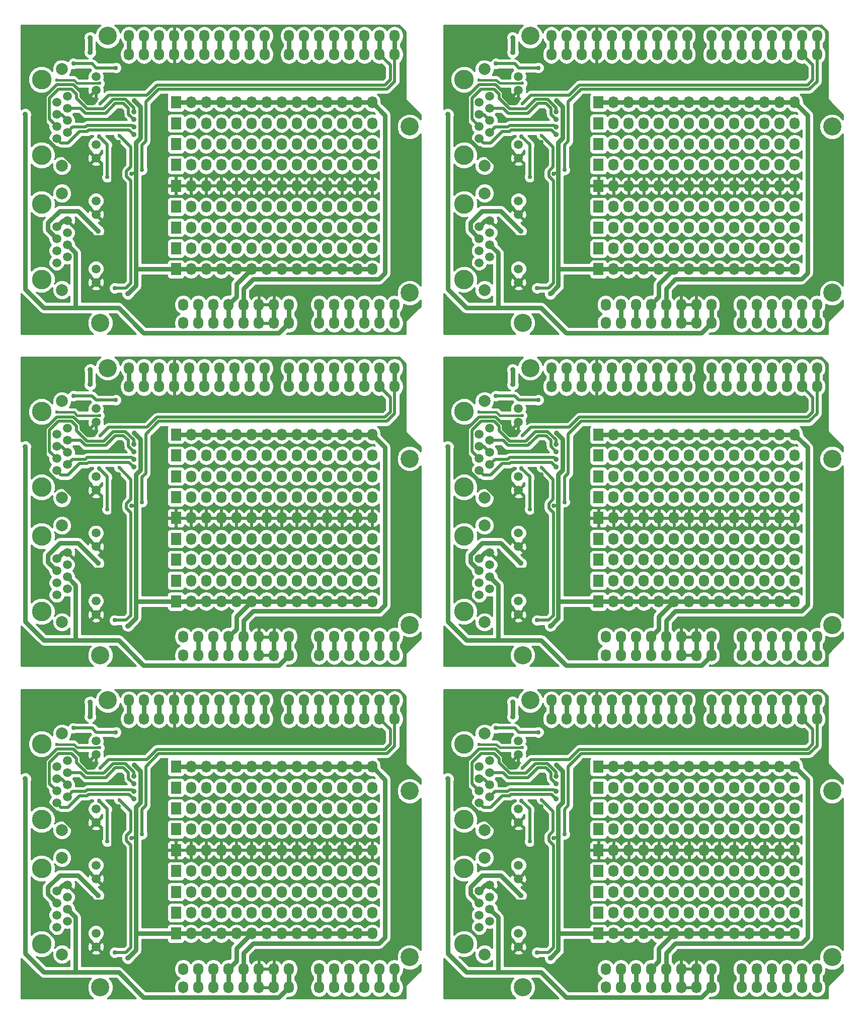
<source format=gbr>
G04 #@! TF.FileFunction,Copper,L2,Bot,Signal*
%FSLAX46Y46*%
G04 Gerber Fmt 4.6, Leading zero omitted, Abs format (unit mm)*
G04 Created by KiCad (PCBNEW no-vcs-found-product) date Sat 17 Oct 2015 11:56:58 AM BRT*
%MOMM*%
G01*
G04 APERTURE LIST*
%ADD10C,0.100000*%
%ADD11C,3.048000*%
%ADD12R,1.727200X2.032000*%
%ADD13O,1.727200X2.032000*%
%ADD14C,2.000000*%
%ADD15C,1.501140*%
%ADD16C,3.300000*%
%ADD17C,0.900000*%
%ADD18C,0.750000*%
%ADD19C,0.600000*%
%ADD20C,0.762000*%
%ADD21C,0.508000*%
%ADD22C,0.381000*%
%ADD23C,0.254000*%
G04 APERTURE END LIST*
D10*
D11*
X97749995Y-175179990D03*
X149819995Y-170099990D03*
X99019995Y-126919990D03*
X149819995Y-142159990D03*
D12*
X110500795Y-141601190D03*
D13*
X113040795Y-141601190D03*
X115580795Y-141601190D03*
X118120795Y-141601190D03*
X120660795Y-141601190D03*
X123200795Y-141601190D03*
X125740795Y-141601190D03*
X128280795Y-141601190D03*
X130820795Y-141601190D03*
X133360795Y-141601190D03*
X135900795Y-141601190D03*
X138440795Y-141601190D03*
X140980795Y-141601190D03*
X143520795Y-141601190D03*
D12*
X110500795Y-145106390D03*
D13*
X113040795Y-145106390D03*
X115580795Y-145106390D03*
X118120795Y-145106390D03*
X120660795Y-145106390D03*
X123200795Y-145106390D03*
X125740795Y-145106390D03*
X128280795Y-145106390D03*
X130820795Y-145106390D03*
X133360795Y-145106390D03*
X135900795Y-145106390D03*
X138440795Y-145106390D03*
X140980795Y-145106390D03*
X143520795Y-145106390D03*
D12*
X110500795Y-148611590D03*
D13*
X113040795Y-148611590D03*
X115580795Y-148611590D03*
X118120795Y-148611590D03*
X120660795Y-148611590D03*
X123200795Y-148611590D03*
X125740795Y-148611590D03*
X128280795Y-148611590D03*
X130820795Y-148611590D03*
X133360795Y-148611590D03*
X135900795Y-148611590D03*
X138440795Y-148611590D03*
X140980795Y-148611590D03*
X143520795Y-148611590D03*
X129499995Y-130018790D03*
X132039995Y-130018790D03*
X134579995Y-130018790D03*
X137119995Y-130018790D03*
X139659995Y-130018790D03*
X142199995Y-130018790D03*
X144739995Y-130018790D03*
X147279995Y-130018790D03*
X102575995Y-130006090D03*
X105115995Y-130006090D03*
X107655995Y-130006090D03*
X110195995Y-130006090D03*
X112735995Y-130006090D03*
X115275995Y-130006090D03*
X117815995Y-130006090D03*
X120355995Y-130006090D03*
X122895995Y-130006090D03*
X125435995Y-130006090D03*
X134579995Y-172081190D03*
X137119995Y-172081190D03*
X139659995Y-172081190D03*
X142199995Y-172081190D03*
X144739995Y-172081190D03*
X147279995Y-172081190D03*
X111719995Y-172081190D03*
X114259995Y-172081190D03*
X116799995Y-172081190D03*
X119339995Y-172081190D03*
X121879995Y-172081190D03*
X124419995Y-172081190D03*
X126959995Y-172081190D03*
X129499995Y-172081190D03*
D12*
X110500795Y-155621990D03*
D13*
X113040795Y-155621990D03*
X115580795Y-155621990D03*
X118120795Y-155621990D03*
X120660795Y-155621990D03*
X123200795Y-155621990D03*
X125740795Y-155621990D03*
X128280795Y-155621990D03*
X130820795Y-155621990D03*
X133360795Y-155621990D03*
X135900795Y-155621990D03*
X138440795Y-155621990D03*
X140980795Y-155621990D03*
X143520795Y-155621990D03*
D12*
X110500795Y-152116790D03*
D13*
X113040795Y-152116790D03*
X115580795Y-152116790D03*
X118120795Y-152116790D03*
X120660795Y-152116790D03*
X123200795Y-152116790D03*
X125740795Y-152116790D03*
X128280795Y-152116790D03*
X130820795Y-152116790D03*
X133360795Y-152116790D03*
X135900795Y-152116790D03*
X138440795Y-152116790D03*
X140980795Y-152116790D03*
X143520795Y-152116790D03*
D12*
X110500795Y-138095990D03*
D13*
X113040795Y-138095990D03*
X115580795Y-138095990D03*
X118120795Y-138095990D03*
X120660795Y-138095990D03*
X123200795Y-138095990D03*
X125740795Y-138095990D03*
X128280795Y-138095990D03*
X130820795Y-138095990D03*
X133360795Y-138095990D03*
X135900795Y-138095990D03*
X138440795Y-138095990D03*
X140980795Y-138095990D03*
X143520795Y-138095990D03*
D12*
X110500795Y-166137590D03*
D13*
X113040795Y-166137590D03*
X115580795Y-166137590D03*
X118120795Y-166137590D03*
X120660795Y-166137590D03*
X123200795Y-166137590D03*
X125740795Y-166137590D03*
X128280795Y-166137590D03*
X130820795Y-166137590D03*
X133360795Y-166137590D03*
X135900795Y-166137590D03*
X138440795Y-166137590D03*
X140980795Y-166137590D03*
X143520795Y-166137590D03*
D12*
X110500795Y-162632390D03*
D13*
X113040795Y-162632390D03*
X115580795Y-162632390D03*
X118120795Y-162632390D03*
X120660795Y-162632390D03*
X123200795Y-162632390D03*
X125740795Y-162632390D03*
X128280795Y-162632390D03*
X130820795Y-162632390D03*
X133360795Y-162632390D03*
X135900795Y-162632390D03*
X138440795Y-162632390D03*
X140980795Y-162632390D03*
X143520795Y-162632390D03*
D12*
X110500795Y-159127190D03*
D13*
X113040795Y-159127190D03*
X115580795Y-159127190D03*
X118120795Y-159127190D03*
X120660795Y-159127190D03*
X123200795Y-159127190D03*
X125740795Y-159127190D03*
X128280795Y-159127190D03*
X130820795Y-159127190D03*
X133360795Y-159127190D03*
X135900795Y-159127190D03*
X138440795Y-159127190D03*
X140980795Y-159127190D03*
X143520795Y-159127190D03*
D14*
X91323795Y-132477990D03*
D15*
X97038795Y-147463990D03*
X97038795Y-145177990D03*
X97038795Y-136033990D03*
X97038795Y-133747990D03*
X92212795Y-137049990D03*
X92212795Y-139081990D03*
X92212795Y-141113990D03*
X92212795Y-143145990D03*
X90434795Y-140097990D03*
X90434795Y-142129990D03*
X90434795Y-138065990D03*
X90434795Y-144161990D03*
D16*
X87894795Y-146955990D03*
X87894795Y-134255990D03*
D14*
X91323795Y-148733990D03*
X91323795Y-153365990D03*
D15*
X97038795Y-168351990D03*
X97038795Y-166065990D03*
X97038795Y-156921990D03*
X97038795Y-154635990D03*
X92212795Y-157937990D03*
X92212795Y-159969990D03*
X92212795Y-162001990D03*
X92212795Y-164033990D03*
X90434795Y-160985990D03*
X90434795Y-163017990D03*
X90434795Y-158953990D03*
X90434795Y-165049990D03*
D16*
X87894795Y-167843990D03*
X87894795Y-155143990D03*
D14*
X91323795Y-169621990D03*
D13*
X129499995Y-126919990D03*
X132039995Y-126919990D03*
X134579995Y-126919990D03*
X137119995Y-126919990D03*
X139659995Y-126919990D03*
X142199995Y-126919990D03*
X144739995Y-126919990D03*
X147279995Y-126919990D03*
X102575995Y-126932690D03*
X105115995Y-126932690D03*
X107655995Y-126932690D03*
X110195995Y-126932690D03*
X112735995Y-126932690D03*
X115275995Y-126932690D03*
X117815995Y-126932690D03*
X120355995Y-126932690D03*
X122895995Y-126932690D03*
X125435995Y-126932690D03*
X134579995Y-175179990D03*
X137119995Y-175179990D03*
X139659995Y-175179990D03*
X142199995Y-175179990D03*
X144739995Y-175179990D03*
X147279995Y-175179990D03*
X111719995Y-175179990D03*
X114259995Y-175179990D03*
X116799995Y-175179990D03*
X119339995Y-175179990D03*
X121879995Y-175179990D03*
X124419995Y-175179990D03*
X126959995Y-175179990D03*
X129499995Y-175179990D03*
D11*
X97749995Y-119339995D03*
X149819995Y-114259995D03*
X99019995Y-71079995D03*
X149819995Y-86319995D03*
D12*
X110500795Y-85761195D03*
D13*
X113040795Y-85761195D03*
X115580795Y-85761195D03*
X118120795Y-85761195D03*
X120660795Y-85761195D03*
X123200795Y-85761195D03*
X125740795Y-85761195D03*
X128280795Y-85761195D03*
X130820795Y-85761195D03*
X133360795Y-85761195D03*
X135900795Y-85761195D03*
X138440795Y-85761195D03*
X140980795Y-85761195D03*
X143520795Y-85761195D03*
D12*
X110500795Y-89266395D03*
D13*
X113040795Y-89266395D03*
X115580795Y-89266395D03*
X118120795Y-89266395D03*
X120660795Y-89266395D03*
X123200795Y-89266395D03*
X125740795Y-89266395D03*
X128280795Y-89266395D03*
X130820795Y-89266395D03*
X133360795Y-89266395D03*
X135900795Y-89266395D03*
X138440795Y-89266395D03*
X140980795Y-89266395D03*
X143520795Y-89266395D03*
D12*
X110500795Y-92771595D03*
D13*
X113040795Y-92771595D03*
X115580795Y-92771595D03*
X118120795Y-92771595D03*
X120660795Y-92771595D03*
X123200795Y-92771595D03*
X125740795Y-92771595D03*
X128280795Y-92771595D03*
X130820795Y-92771595D03*
X133360795Y-92771595D03*
X135900795Y-92771595D03*
X138440795Y-92771595D03*
X140980795Y-92771595D03*
X143520795Y-92771595D03*
X129499995Y-74178795D03*
X132039995Y-74178795D03*
X134579995Y-74178795D03*
X137119995Y-74178795D03*
X139659995Y-74178795D03*
X142199995Y-74178795D03*
X144739995Y-74178795D03*
X147279995Y-74178795D03*
X102575995Y-74166095D03*
X105115995Y-74166095D03*
X107655995Y-74166095D03*
X110195995Y-74166095D03*
X112735995Y-74166095D03*
X115275995Y-74166095D03*
X117815995Y-74166095D03*
X120355995Y-74166095D03*
X122895995Y-74166095D03*
X125435995Y-74166095D03*
X134579995Y-116241195D03*
X137119995Y-116241195D03*
X139659995Y-116241195D03*
X142199995Y-116241195D03*
X144739995Y-116241195D03*
X147279995Y-116241195D03*
X111719995Y-116241195D03*
X114259995Y-116241195D03*
X116799995Y-116241195D03*
X119339995Y-116241195D03*
X121879995Y-116241195D03*
X124419995Y-116241195D03*
X126959995Y-116241195D03*
X129499995Y-116241195D03*
D12*
X110500795Y-99781995D03*
D13*
X113040795Y-99781995D03*
X115580795Y-99781995D03*
X118120795Y-99781995D03*
X120660795Y-99781995D03*
X123200795Y-99781995D03*
X125740795Y-99781995D03*
X128280795Y-99781995D03*
X130820795Y-99781995D03*
X133360795Y-99781995D03*
X135900795Y-99781995D03*
X138440795Y-99781995D03*
X140980795Y-99781995D03*
X143520795Y-99781995D03*
D12*
X110500795Y-96276795D03*
D13*
X113040795Y-96276795D03*
X115580795Y-96276795D03*
X118120795Y-96276795D03*
X120660795Y-96276795D03*
X123200795Y-96276795D03*
X125740795Y-96276795D03*
X128280795Y-96276795D03*
X130820795Y-96276795D03*
X133360795Y-96276795D03*
X135900795Y-96276795D03*
X138440795Y-96276795D03*
X140980795Y-96276795D03*
X143520795Y-96276795D03*
D12*
X110500795Y-82255995D03*
D13*
X113040795Y-82255995D03*
X115580795Y-82255995D03*
X118120795Y-82255995D03*
X120660795Y-82255995D03*
X123200795Y-82255995D03*
X125740795Y-82255995D03*
X128280795Y-82255995D03*
X130820795Y-82255995D03*
X133360795Y-82255995D03*
X135900795Y-82255995D03*
X138440795Y-82255995D03*
X140980795Y-82255995D03*
X143520795Y-82255995D03*
D12*
X110500795Y-110297595D03*
D13*
X113040795Y-110297595D03*
X115580795Y-110297595D03*
X118120795Y-110297595D03*
X120660795Y-110297595D03*
X123200795Y-110297595D03*
X125740795Y-110297595D03*
X128280795Y-110297595D03*
X130820795Y-110297595D03*
X133360795Y-110297595D03*
X135900795Y-110297595D03*
X138440795Y-110297595D03*
X140980795Y-110297595D03*
X143520795Y-110297595D03*
D12*
X110500795Y-106792395D03*
D13*
X113040795Y-106792395D03*
X115580795Y-106792395D03*
X118120795Y-106792395D03*
X120660795Y-106792395D03*
X123200795Y-106792395D03*
X125740795Y-106792395D03*
X128280795Y-106792395D03*
X130820795Y-106792395D03*
X133360795Y-106792395D03*
X135900795Y-106792395D03*
X138440795Y-106792395D03*
X140980795Y-106792395D03*
X143520795Y-106792395D03*
D12*
X110500795Y-103287195D03*
D13*
X113040795Y-103287195D03*
X115580795Y-103287195D03*
X118120795Y-103287195D03*
X120660795Y-103287195D03*
X123200795Y-103287195D03*
X125740795Y-103287195D03*
X128280795Y-103287195D03*
X130820795Y-103287195D03*
X133360795Y-103287195D03*
X135900795Y-103287195D03*
X138440795Y-103287195D03*
X140980795Y-103287195D03*
X143520795Y-103287195D03*
D14*
X91323795Y-76637995D03*
D15*
X97038795Y-91623995D03*
X97038795Y-89337995D03*
X97038795Y-80193995D03*
X97038795Y-77907995D03*
X92212795Y-81209995D03*
X92212795Y-83241995D03*
X92212795Y-85273995D03*
X92212795Y-87305995D03*
X90434795Y-84257995D03*
X90434795Y-86289995D03*
X90434795Y-82225995D03*
X90434795Y-88321995D03*
D16*
X87894795Y-91115995D03*
X87894795Y-78415995D03*
D14*
X91323795Y-92893995D03*
X91323795Y-97525995D03*
D15*
X97038795Y-112511995D03*
X97038795Y-110225995D03*
X97038795Y-101081995D03*
X97038795Y-98795995D03*
X92212795Y-102097995D03*
X92212795Y-104129995D03*
X92212795Y-106161995D03*
X92212795Y-108193995D03*
X90434795Y-105145995D03*
X90434795Y-107177995D03*
X90434795Y-103113995D03*
X90434795Y-109209995D03*
D16*
X87894795Y-112003995D03*
X87894795Y-99303995D03*
D14*
X91323795Y-113781995D03*
D13*
X129499995Y-71079995D03*
X132039995Y-71079995D03*
X134579995Y-71079995D03*
X137119995Y-71079995D03*
X139659995Y-71079995D03*
X142199995Y-71079995D03*
X144739995Y-71079995D03*
X147279995Y-71079995D03*
X102575995Y-71092695D03*
X105115995Y-71092695D03*
X107655995Y-71092695D03*
X110195995Y-71092695D03*
X112735995Y-71092695D03*
X115275995Y-71092695D03*
X117815995Y-71092695D03*
X120355995Y-71092695D03*
X122895995Y-71092695D03*
X125435995Y-71092695D03*
X134579995Y-119339995D03*
X137119995Y-119339995D03*
X139659995Y-119339995D03*
X142199995Y-119339995D03*
X144739995Y-119339995D03*
X147279995Y-119339995D03*
X111719995Y-119339995D03*
X114259995Y-119339995D03*
X116799995Y-119339995D03*
X119339995Y-119339995D03*
X121879995Y-119339995D03*
X124419995Y-119339995D03*
X126959995Y-119339995D03*
X129499995Y-119339995D03*
D11*
X97749995Y-63500000D03*
X149819995Y-58420000D03*
X99019995Y-15240000D03*
X149819995Y-30480000D03*
D12*
X110500795Y-29921200D03*
D13*
X113040795Y-29921200D03*
X115580795Y-29921200D03*
X118120795Y-29921200D03*
X120660795Y-29921200D03*
X123200795Y-29921200D03*
X125740795Y-29921200D03*
X128280795Y-29921200D03*
X130820795Y-29921200D03*
X133360795Y-29921200D03*
X135900795Y-29921200D03*
X138440795Y-29921200D03*
X140980795Y-29921200D03*
X143520795Y-29921200D03*
D12*
X110500795Y-33426400D03*
D13*
X113040795Y-33426400D03*
X115580795Y-33426400D03*
X118120795Y-33426400D03*
X120660795Y-33426400D03*
X123200795Y-33426400D03*
X125740795Y-33426400D03*
X128280795Y-33426400D03*
X130820795Y-33426400D03*
X133360795Y-33426400D03*
X135900795Y-33426400D03*
X138440795Y-33426400D03*
X140980795Y-33426400D03*
X143520795Y-33426400D03*
D12*
X110500795Y-36931600D03*
D13*
X113040795Y-36931600D03*
X115580795Y-36931600D03*
X118120795Y-36931600D03*
X120660795Y-36931600D03*
X123200795Y-36931600D03*
X125740795Y-36931600D03*
X128280795Y-36931600D03*
X130820795Y-36931600D03*
X133360795Y-36931600D03*
X135900795Y-36931600D03*
X138440795Y-36931600D03*
X140980795Y-36931600D03*
X143520795Y-36931600D03*
X129499995Y-18338800D03*
X132039995Y-18338800D03*
X134579995Y-18338800D03*
X137119995Y-18338800D03*
X139659995Y-18338800D03*
X142199995Y-18338800D03*
X144739995Y-18338800D03*
X147279995Y-18338800D03*
X102575995Y-18326100D03*
X105115995Y-18326100D03*
X107655995Y-18326100D03*
X110195995Y-18326100D03*
X112735995Y-18326100D03*
X115275995Y-18326100D03*
X117815995Y-18326100D03*
X120355995Y-18326100D03*
X122895995Y-18326100D03*
X125435995Y-18326100D03*
X134579995Y-60401200D03*
X137119995Y-60401200D03*
X139659995Y-60401200D03*
X142199995Y-60401200D03*
X144739995Y-60401200D03*
X147279995Y-60401200D03*
X111719995Y-60401200D03*
X114259995Y-60401200D03*
X116799995Y-60401200D03*
X119339995Y-60401200D03*
X121879995Y-60401200D03*
X124419995Y-60401200D03*
X126959995Y-60401200D03*
X129499995Y-60401200D03*
D12*
X110500795Y-43942000D03*
D13*
X113040795Y-43942000D03*
X115580795Y-43942000D03*
X118120795Y-43942000D03*
X120660795Y-43942000D03*
X123200795Y-43942000D03*
X125740795Y-43942000D03*
X128280795Y-43942000D03*
X130820795Y-43942000D03*
X133360795Y-43942000D03*
X135900795Y-43942000D03*
X138440795Y-43942000D03*
X140980795Y-43942000D03*
X143520795Y-43942000D03*
D12*
X110500795Y-40436800D03*
D13*
X113040795Y-40436800D03*
X115580795Y-40436800D03*
X118120795Y-40436800D03*
X120660795Y-40436800D03*
X123200795Y-40436800D03*
X125740795Y-40436800D03*
X128280795Y-40436800D03*
X130820795Y-40436800D03*
X133360795Y-40436800D03*
X135900795Y-40436800D03*
X138440795Y-40436800D03*
X140980795Y-40436800D03*
X143520795Y-40436800D03*
D12*
X110500795Y-26416000D03*
D13*
X113040795Y-26416000D03*
X115580795Y-26416000D03*
X118120795Y-26416000D03*
X120660795Y-26416000D03*
X123200795Y-26416000D03*
X125740795Y-26416000D03*
X128280795Y-26416000D03*
X130820795Y-26416000D03*
X133360795Y-26416000D03*
X135900795Y-26416000D03*
X138440795Y-26416000D03*
X140980795Y-26416000D03*
X143520795Y-26416000D03*
D12*
X110500795Y-54457600D03*
D13*
X113040795Y-54457600D03*
X115580795Y-54457600D03*
X118120795Y-54457600D03*
X120660795Y-54457600D03*
X123200795Y-54457600D03*
X125740795Y-54457600D03*
X128280795Y-54457600D03*
X130820795Y-54457600D03*
X133360795Y-54457600D03*
X135900795Y-54457600D03*
X138440795Y-54457600D03*
X140980795Y-54457600D03*
X143520795Y-54457600D03*
D12*
X110500795Y-50952400D03*
D13*
X113040795Y-50952400D03*
X115580795Y-50952400D03*
X118120795Y-50952400D03*
X120660795Y-50952400D03*
X123200795Y-50952400D03*
X125740795Y-50952400D03*
X128280795Y-50952400D03*
X130820795Y-50952400D03*
X133360795Y-50952400D03*
X135900795Y-50952400D03*
X138440795Y-50952400D03*
X140980795Y-50952400D03*
X143520795Y-50952400D03*
D12*
X110500795Y-47447200D03*
D13*
X113040795Y-47447200D03*
X115580795Y-47447200D03*
X118120795Y-47447200D03*
X120660795Y-47447200D03*
X123200795Y-47447200D03*
X125740795Y-47447200D03*
X128280795Y-47447200D03*
X130820795Y-47447200D03*
X133360795Y-47447200D03*
X135900795Y-47447200D03*
X138440795Y-47447200D03*
X140980795Y-47447200D03*
X143520795Y-47447200D03*
D14*
X91323795Y-20798000D03*
D15*
X97038795Y-35784000D03*
X97038795Y-33498000D03*
X97038795Y-24354000D03*
X97038795Y-22068000D03*
X92212795Y-25370000D03*
X92212795Y-27402000D03*
X92212795Y-29434000D03*
X92212795Y-31466000D03*
X90434795Y-28418000D03*
X90434795Y-30450000D03*
X90434795Y-26386000D03*
X90434795Y-32482000D03*
D16*
X87894795Y-35276000D03*
X87894795Y-22576000D03*
D14*
X91323795Y-37054000D03*
X91323795Y-41686000D03*
D15*
X97038795Y-56672000D03*
X97038795Y-54386000D03*
X97038795Y-45242000D03*
X97038795Y-42956000D03*
X92212795Y-46258000D03*
X92212795Y-48290000D03*
X92212795Y-50322000D03*
X92212795Y-52354000D03*
X90434795Y-49306000D03*
X90434795Y-51338000D03*
X90434795Y-47274000D03*
X90434795Y-53370000D03*
D16*
X87894795Y-56164000D03*
X87894795Y-43464000D03*
D14*
X91323795Y-57942000D03*
D13*
X129499995Y-15240000D03*
X132039995Y-15240000D03*
X134579995Y-15240000D03*
X137119995Y-15240000D03*
X139659995Y-15240000D03*
X142199995Y-15240000D03*
X144739995Y-15240000D03*
X147279995Y-15240000D03*
X102575995Y-15252700D03*
X105115995Y-15252700D03*
X107655995Y-15252700D03*
X110195995Y-15252700D03*
X112735995Y-15252700D03*
X115275995Y-15252700D03*
X117815995Y-15252700D03*
X120355995Y-15252700D03*
X122895995Y-15252700D03*
X125435995Y-15252700D03*
X134579995Y-63500000D03*
X137119995Y-63500000D03*
X139659995Y-63500000D03*
X142199995Y-63500000D03*
X144739995Y-63500000D03*
X147279995Y-63500000D03*
X111719995Y-63500000D03*
X114259995Y-63500000D03*
X116799995Y-63500000D03*
X119339995Y-63500000D03*
X121879995Y-63500000D03*
X124419995Y-63500000D03*
X126959995Y-63500000D03*
X129499995Y-63500000D03*
D11*
X26670000Y-175179990D03*
X78740000Y-170099990D03*
X27940000Y-126919990D03*
X78740000Y-142159990D03*
D12*
X39420800Y-141601190D03*
D13*
X41960800Y-141601190D03*
X44500800Y-141601190D03*
X47040800Y-141601190D03*
X49580800Y-141601190D03*
X52120800Y-141601190D03*
X54660800Y-141601190D03*
X57200800Y-141601190D03*
X59740800Y-141601190D03*
X62280800Y-141601190D03*
X64820800Y-141601190D03*
X67360800Y-141601190D03*
X69900800Y-141601190D03*
X72440800Y-141601190D03*
D12*
X39420800Y-145106390D03*
D13*
X41960800Y-145106390D03*
X44500800Y-145106390D03*
X47040800Y-145106390D03*
X49580800Y-145106390D03*
X52120800Y-145106390D03*
X54660800Y-145106390D03*
X57200800Y-145106390D03*
X59740800Y-145106390D03*
X62280800Y-145106390D03*
X64820800Y-145106390D03*
X67360800Y-145106390D03*
X69900800Y-145106390D03*
X72440800Y-145106390D03*
D12*
X39420800Y-148611590D03*
D13*
X41960800Y-148611590D03*
X44500800Y-148611590D03*
X47040800Y-148611590D03*
X49580800Y-148611590D03*
X52120800Y-148611590D03*
X54660800Y-148611590D03*
X57200800Y-148611590D03*
X59740800Y-148611590D03*
X62280800Y-148611590D03*
X64820800Y-148611590D03*
X67360800Y-148611590D03*
X69900800Y-148611590D03*
X72440800Y-148611590D03*
X58420000Y-130018790D03*
X60960000Y-130018790D03*
X63500000Y-130018790D03*
X66040000Y-130018790D03*
X68580000Y-130018790D03*
X71120000Y-130018790D03*
X73660000Y-130018790D03*
X76200000Y-130018790D03*
X31496000Y-130006090D03*
X34036000Y-130006090D03*
X36576000Y-130006090D03*
X39116000Y-130006090D03*
X41656000Y-130006090D03*
X44196000Y-130006090D03*
X46736000Y-130006090D03*
X49276000Y-130006090D03*
X51816000Y-130006090D03*
X54356000Y-130006090D03*
X63500000Y-172081190D03*
X66040000Y-172081190D03*
X68580000Y-172081190D03*
X71120000Y-172081190D03*
X73660000Y-172081190D03*
X76200000Y-172081190D03*
X40640000Y-172081190D03*
X43180000Y-172081190D03*
X45720000Y-172081190D03*
X48260000Y-172081190D03*
X50800000Y-172081190D03*
X53340000Y-172081190D03*
X55880000Y-172081190D03*
X58420000Y-172081190D03*
D12*
X39420800Y-155621990D03*
D13*
X41960800Y-155621990D03*
X44500800Y-155621990D03*
X47040800Y-155621990D03*
X49580800Y-155621990D03*
X52120800Y-155621990D03*
X54660800Y-155621990D03*
X57200800Y-155621990D03*
X59740800Y-155621990D03*
X62280800Y-155621990D03*
X64820800Y-155621990D03*
X67360800Y-155621990D03*
X69900800Y-155621990D03*
X72440800Y-155621990D03*
D12*
X39420800Y-152116790D03*
D13*
X41960800Y-152116790D03*
X44500800Y-152116790D03*
X47040800Y-152116790D03*
X49580800Y-152116790D03*
X52120800Y-152116790D03*
X54660800Y-152116790D03*
X57200800Y-152116790D03*
X59740800Y-152116790D03*
X62280800Y-152116790D03*
X64820800Y-152116790D03*
X67360800Y-152116790D03*
X69900800Y-152116790D03*
X72440800Y-152116790D03*
D12*
X39420800Y-138095990D03*
D13*
X41960800Y-138095990D03*
X44500800Y-138095990D03*
X47040800Y-138095990D03*
X49580800Y-138095990D03*
X52120800Y-138095990D03*
X54660800Y-138095990D03*
X57200800Y-138095990D03*
X59740800Y-138095990D03*
X62280800Y-138095990D03*
X64820800Y-138095990D03*
X67360800Y-138095990D03*
X69900800Y-138095990D03*
X72440800Y-138095990D03*
D12*
X39420800Y-166137590D03*
D13*
X41960800Y-166137590D03*
X44500800Y-166137590D03*
X47040800Y-166137590D03*
X49580800Y-166137590D03*
X52120800Y-166137590D03*
X54660800Y-166137590D03*
X57200800Y-166137590D03*
X59740800Y-166137590D03*
X62280800Y-166137590D03*
X64820800Y-166137590D03*
X67360800Y-166137590D03*
X69900800Y-166137590D03*
X72440800Y-166137590D03*
D12*
X39420800Y-162632390D03*
D13*
X41960800Y-162632390D03*
X44500800Y-162632390D03*
X47040800Y-162632390D03*
X49580800Y-162632390D03*
X52120800Y-162632390D03*
X54660800Y-162632390D03*
X57200800Y-162632390D03*
X59740800Y-162632390D03*
X62280800Y-162632390D03*
X64820800Y-162632390D03*
X67360800Y-162632390D03*
X69900800Y-162632390D03*
X72440800Y-162632390D03*
D12*
X39420800Y-159127190D03*
D13*
X41960800Y-159127190D03*
X44500800Y-159127190D03*
X47040800Y-159127190D03*
X49580800Y-159127190D03*
X52120800Y-159127190D03*
X54660800Y-159127190D03*
X57200800Y-159127190D03*
X59740800Y-159127190D03*
X62280800Y-159127190D03*
X64820800Y-159127190D03*
X67360800Y-159127190D03*
X69900800Y-159127190D03*
X72440800Y-159127190D03*
D14*
X20243800Y-132477990D03*
D15*
X25958800Y-147463990D03*
X25958800Y-145177990D03*
X25958800Y-136033990D03*
X25958800Y-133747990D03*
X21132800Y-137049990D03*
X21132800Y-139081990D03*
X21132800Y-141113990D03*
X21132800Y-143145990D03*
X19354800Y-140097990D03*
X19354800Y-142129990D03*
X19354800Y-138065990D03*
X19354800Y-144161990D03*
D16*
X16814800Y-146955990D03*
X16814800Y-134255990D03*
D14*
X20243800Y-148733990D03*
X20243800Y-153365990D03*
D15*
X25958800Y-168351990D03*
X25958800Y-166065990D03*
X25958800Y-156921990D03*
X25958800Y-154635990D03*
X21132800Y-157937990D03*
X21132800Y-159969990D03*
X21132800Y-162001990D03*
X21132800Y-164033990D03*
X19354800Y-160985990D03*
X19354800Y-163017990D03*
X19354800Y-158953990D03*
X19354800Y-165049990D03*
D16*
X16814800Y-167843990D03*
X16814800Y-155143990D03*
D14*
X20243800Y-169621990D03*
D13*
X58420000Y-126919990D03*
X60960000Y-126919990D03*
X63500000Y-126919990D03*
X66040000Y-126919990D03*
X68580000Y-126919990D03*
X71120000Y-126919990D03*
X73660000Y-126919990D03*
X76200000Y-126919990D03*
X31496000Y-126932690D03*
X34036000Y-126932690D03*
X36576000Y-126932690D03*
X39116000Y-126932690D03*
X41656000Y-126932690D03*
X44196000Y-126932690D03*
X46736000Y-126932690D03*
X49276000Y-126932690D03*
X51816000Y-126932690D03*
X54356000Y-126932690D03*
X63500000Y-175179990D03*
X66040000Y-175179990D03*
X68580000Y-175179990D03*
X71120000Y-175179990D03*
X73660000Y-175179990D03*
X76200000Y-175179990D03*
X40640000Y-175179990D03*
X43180000Y-175179990D03*
X45720000Y-175179990D03*
X48260000Y-175179990D03*
X50800000Y-175179990D03*
X53340000Y-175179990D03*
X55880000Y-175179990D03*
X58420000Y-175179990D03*
D11*
X26670000Y-119339995D03*
X78740000Y-114259995D03*
X27940000Y-71079995D03*
X78740000Y-86319995D03*
D12*
X39420800Y-85761195D03*
D13*
X41960800Y-85761195D03*
X44500800Y-85761195D03*
X47040800Y-85761195D03*
X49580800Y-85761195D03*
X52120800Y-85761195D03*
X54660800Y-85761195D03*
X57200800Y-85761195D03*
X59740800Y-85761195D03*
X62280800Y-85761195D03*
X64820800Y-85761195D03*
X67360800Y-85761195D03*
X69900800Y-85761195D03*
X72440800Y-85761195D03*
D12*
X39420800Y-89266395D03*
D13*
X41960800Y-89266395D03*
X44500800Y-89266395D03*
X47040800Y-89266395D03*
X49580800Y-89266395D03*
X52120800Y-89266395D03*
X54660800Y-89266395D03*
X57200800Y-89266395D03*
X59740800Y-89266395D03*
X62280800Y-89266395D03*
X64820800Y-89266395D03*
X67360800Y-89266395D03*
X69900800Y-89266395D03*
X72440800Y-89266395D03*
D12*
X39420800Y-92771595D03*
D13*
X41960800Y-92771595D03*
X44500800Y-92771595D03*
X47040800Y-92771595D03*
X49580800Y-92771595D03*
X52120800Y-92771595D03*
X54660800Y-92771595D03*
X57200800Y-92771595D03*
X59740800Y-92771595D03*
X62280800Y-92771595D03*
X64820800Y-92771595D03*
X67360800Y-92771595D03*
X69900800Y-92771595D03*
X72440800Y-92771595D03*
X58420000Y-74178795D03*
X60960000Y-74178795D03*
X63500000Y-74178795D03*
X66040000Y-74178795D03*
X68580000Y-74178795D03*
X71120000Y-74178795D03*
X73660000Y-74178795D03*
X76200000Y-74178795D03*
X31496000Y-74166095D03*
X34036000Y-74166095D03*
X36576000Y-74166095D03*
X39116000Y-74166095D03*
X41656000Y-74166095D03*
X44196000Y-74166095D03*
X46736000Y-74166095D03*
X49276000Y-74166095D03*
X51816000Y-74166095D03*
X54356000Y-74166095D03*
X63500000Y-116241195D03*
X66040000Y-116241195D03*
X68580000Y-116241195D03*
X71120000Y-116241195D03*
X73660000Y-116241195D03*
X76200000Y-116241195D03*
X40640000Y-116241195D03*
X43180000Y-116241195D03*
X45720000Y-116241195D03*
X48260000Y-116241195D03*
X50800000Y-116241195D03*
X53340000Y-116241195D03*
X55880000Y-116241195D03*
X58420000Y-116241195D03*
D12*
X39420800Y-99781995D03*
D13*
X41960800Y-99781995D03*
X44500800Y-99781995D03*
X47040800Y-99781995D03*
X49580800Y-99781995D03*
X52120800Y-99781995D03*
X54660800Y-99781995D03*
X57200800Y-99781995D03*
X59740800Y-99781995D03*
X62280800Y-99781995D03*
X64820800Y-99781995D03*
X67360800Y-99781995D03*
X69900800Y-99781995D03*
X72440800Y-99781995D03*
D12*
X39420800Y-96276795D03*
D13*
X41960800Y-96276795D03*
X44500800Y-96276795D03*
X47040800Y-96276795D03*
X49580800Y-96276795D03*
X52120800Y-96276795D03*
X54660800Y-96276795D03*
X57200800Y-96276795D03*
X59740800Y-96276795D03*
X62280800Y-96276795D03*
X64820800Y-96276795D03*
X67360800Y-96276795D03*
X69900800Y-96276795D03*
X72440800Y-96276795D03*
D12*
X39420800Y-82255995D03*
D13*
X41960800Y-82255995D03*
X44500800Y-82255995D03*
X47040800Y-82255995D03*
X49580800Y-82255995D03*
X52120800Y-82255995D03*
X54660800Y-82255995D03*
X57200800Y-82255995D03*
X59740800Y-82255995D03*
X62280800Y-82255995D03*
X64820800Y-82255995D03*
X67360800Y-82255995D03*
X69900800Y-82255995D03*
X72440800Y-82255995D03*
D12*
X39420800Y-110297595D03*
D13*
X41960800Y-110297595D03*
X44500800Y-110297595D03*
X47040800Y-110297595D03*
X49580800Y-110297595D03*
X52120800Y-110297595D03*
X54660800Y-110297595D03*
X57200800Y-110297595D03*
X59740800Y-110297595D03*
X62280800Y-110297595D03*
X64820800Y-110297595D03*
X67360800Y-110297595D03*
X69900800Y-110297595D03*
X72440800Y-110297595D03*
D12*
X39420800Y-106792395D03*
D13*
X41960800Y-106792395D03*
X44500800Y-106792395D03*
X47040800Y-106792395D03*
X49580800Y-106792395D03*
X52120800Y-106792395D03*
X54660800Y-106792395D03*
X57200800Y-106792395D03*
X59740800Y-106792395D03*
X62280800Y-106792395D03*
X64820800Y-106792395D03*
X67360800Y-106792395D03*
X69900800Y-106792395D03*
X72440800Y-106792395D03*
D12*
X39420800Y-103287195D03*
D13*
X41960800Y-103287195D03*
X44500800Y-103287195D03*
X47040800Y-103287195D03*
X49580800Y-103287195D03*
X52120800Y-103287195D03*
X54660800Y-103287195D03*
X57200800Y-103287195D03*
X59740800Y-103287195D03*
X62280800Y-103287195D03*
X64820800Y-103287195D03*
X67360800Y-103287195D03*
X69900800Y-103287195D03*
X72440800Y-103287195D03*
D14*
X20243800Y-76637995D03*
D15*
X25958800Y-91623995D03*
X25958800Y-89337995D03*
X25958800Y-80193995D03*
X25958800Y-77907995D03*
X21132800Y-81209995D03*
X21132800Y-83241995D03*
X21132800Y-85273995D03*
X21132800Y-87305995D03*
X19354800Y-84257995D03*
X19354800Y-86289995D03*
X19354800Y-82225995D03*
X19354800Y-88321995D03*
D16*
X16814800Y-91115995D03*
X16814800Y-78415995D03*
D14*
X20243800Y-92893995D03*
X20243800Y-97525995D03*
D15*
X25958800Y-112511995D03*
X25958800Y-110225995D03*
X25958800Y-101081995D03*
X25958800Y-98795995D03*
X21132800Y-102097995D03*
X21132800Y-104129995D03*
X21132800Y-106161995D03*
X21132800Y-108193995D03*
X19354800Y-105145995D03*
X19354800Y-107177995D03*
X19354800Y-103113995D03*
X19354800Y-109209995D03*
D16*
X16814800Y-112003995D03*
X16814800Y-99303995D03*
D14*
X20243800Y-113781995D03*
D13*
X58420000Y-71079995D03*
X60960000Y-71079995D03*
X63500000Y-71079995D03*
X66040000Y-71079995D03*
X68580000Y-71079995D03*
X71120000Y-71079995D03*
X73660000Y-71079995D03*
X76200000Y-71079995D03*
X31496000Y-71092695D03*
X34036000Y-71092695D03*
X36576000Y-71092695D03*
X39116000Y-71092695D03*
X41656000Y-71092695D03*
X44196000Y-71092695D03*
X46736000Y-71092695D03*
X49276000Y-71092695D03*
X51816000Y-71092695D03*
X54356000Y-71092695D03*
X63500000Y-119339995D03*
X66040000Y-119339995D03*
X68580000Y-119339995D03*
X71120000Y-119339995D03*
X73660000Y-119339995D03*
X76200000Y-119339995D03*
X40640000Y-119339995D03*
X43180000Y-119339995D03*
X45720000Y-119339995D03*
X48260000Y-119339995D03*
X50800000Y-119339995D03*
X53340000Y-119339995D03*
X55880000Y-119339995D03*
X58420000Y-119339995D03*
X40640000Y-63500000D03*
X43180000Y-63500000D03*
X45720000Y-63500000D03*
X48260000Y-63500000D03*
X50800000Y-63500000D03*
X53340000Y-63500000D03*
X55880000Y-63500000D03*
X58420000Y-63500000D03*
X63500000Y-63500000D03*
X66040000Y-63500000D03*
X68580000Y-63500000D03*
X71120000Y-63500000D03*
X73660000Y-63500000D03*
X76200000Y-63500000D03*
X31496000Y-15252700D03*
X34036000Y-15252700D03*
X36576000Y-15252700D03*
X39116000Y-15252700D03*
X41656000Y-15252700D03*
X44196000Y-15252700D03*
X46736000Y-15252700D03*
X49276000Y-15252700D03*
X51816000Y-15252700D03*
X54356000Y-15252700D03*
X58420000Y-15240000D03*
X60960000Y-15240000D03*
X63500000Y-15240000D03*
X66040000Y-15240000D03*
X68580000Y-15240000D03*
X71120000Y-15240000D03*
X73660000Y-15240000D03*
X76200000Y-15240000D03*
D14*
X20243800Y-41686000D03*
D15*
X25958800Y-56672000D03*
X25958800Y-54386000D03*
X25958800Y-45242000D03*
X25958800Y-42956000D03*
X21132800Y-46258000D03*
X21132800Y-48290000D03*
X21132800Y-50322000D03*
X21132800Y-52354000D03*
X19354800Y-49306000D03*
X19354800Y-51338000D03*
X19354800Y-47274000D03*
X19354800Y-53370000D03*
D16*
X16814800Y-56164000D03*
X16814800Y-43464000D03*
D14*
X20243800Y-57942000D03*
X20243800Y-20798000D03*
D15*
X25958800Y-35784000D03*
X25958800Y-33498000D03*
X25958800Y-24354000D03*
X25958800Y-22068000D03*
X21132800Y-25370000D03*
X21132800Y-27402000D03*
X21132800Y-29434000D03*
X21132800Y-31466000D03*
X19354800Y-28418000D03*
X19354800Y-30450000D03*
X19354800Y-26386000D03*
X19354800Y-32482000D03*
D16*
X16814800Y-35276000D03*
X16814800Y-22576000D03*
D14*
X20243800Y-37054000D03*
D12*
X39420800Y-47447200D03*
D13*
X41960800Y-47447200D03*
X44500800Y-47447200D03*
X47040800Y-47447200D03*
X49580800Y-47447200D03*
X52120800Y-47447200D03*
X54660800Y-47447200D03*
X57200800Y-47447200D03*
X59740800Y-47447200D03*
X62280800Y-47447200D03*
X64820800Y-47447200D03*
X67360800Y-47447200D03*
X69900800Y-47447200D03*
X72440800Y-47447200D03*
D12*
X39420800Y-50952400D03*
D13*
X41960800Y-50952400D03*
X44500800Y-50952400D03*
X47040800Y-50952400D03*
X49580800Y-50952400D03*
X52120800Y-50952400D03*
X54660800Y-50952400D03*
X57200800Y-50952400D03*
X59740800Y-50952400D03*
X62280800Y-50952400D03*
X64820800Y-50952400D03*
X67360800Y-50952400D03*
X69900800Y-50952400D03*
X72440800Y-50952400D03*
D12*
X39420800Y-54457600D03*
D13*
X41960800Y-54457600D03*
X44500800Y-54457600D03*
X47040800Y-54457600D03*
X49580800Y-54457600D03*
X52120800Y-54457600D03*
X54660800Y-54457600D03*
X57200800Y-54457600D03*
X59740800Y-54457600D03*
X62280800Y-54457600D03*
X64820800Y-54457600D03*
X67360800Y-54457600D03*
X69900800Y-54457600D03*
X72440800Y-54457600D03*
D12*
X39420800Y-26416000D03*
D13*
X41960800Y-26416000D03*
X44500800Y-26416000D03*
X47040800Y-26416000D03*
X49580800Y-26416000D03*
X52120800Y-26416000D03*
X54660800Y-26416000D03*
X57200800Y-26416000D03*
X59740800Y-26416000D03*
X62280800Y-26416000D03*
X64820800Y-26416000D03*
X67360800Y-26416000D03*
X69900800Y-26416000D03*
X72440800Y-26416000D03*
D12*
X39420800Y-40436800D03*
D13*
X41960800Y-40436800D03*
X44500800Y-40436800D03*
X47040800Y-40436800D03*
X49580800Y-40436800D03*
X52120800Y-40436800D03*
X54660800Y-40436800D03*
X57200800Y-40436800D03*
X59740800Y-40436800D03*
X62280800Y-40436800D03*
X64820800Y-40436800D03*
X67360800Y-40436800D03*
X69900800Y-40436800D03*
X72440800Y-40436800D03*
D12*
X39420800Y-43942000D03*
D13*
X41960800Y-43942000D03*
X44500800Y-43942000D03*
X47040800Y-43942000D03*
X49580800Y-43942000D03*
X52120800Y-43942000D03*
X54660800Y-43942000D03*
X57200800Y-43942000D03*
X59740800Y-43942000D03*
X62280800Y-43942000D03*
X64820800Y-43942000D03*
X67360800Y-43942000D03*
X69900800Y-43942000D03*
X72440800Y-43942000D03*
X40640000Y-60401200D03*
X43180000Y-60401200D03*
X45720000Y-60401200D03*
X48260000Y-60401200D03*
X50800000Y-60401200D03*
X53340000Y-60401200D03*
X55880000Y-60401200D03*
X58420000Y-60401200D03*
X63500000Y-60401200D03*
X66040000Y-60401200D03*
X68580000Y-60401200D03*
X71120000Y-60401200D03*
X73660000Y-60401200D03*
X76200000Y-60401200D03*
X31496000Y-18326100D03*
X34036000Y-18326100D03*
X36576000Y-18326100D03*
X39116000Y-18326100D03*
X41656000Y-18326100D03*
X44196000Y-18326100D03*
X46736000Y-18326100D03*
X49276000Y-18326100D03*
X51816000Y-18326100D03*
X54356000Y-18326100D03*
X58420000Y-18338800D03*
X60960000Y-18338800D03*
X63500000Y-18338800D03*
X66040000Y-18338800D03*
X68580000Y-18338800D03*
X71120000Y-18338800D03*
X73660000Y-18338800D03*
X76200000Y-18338800D03*
D12*
X39420800Y-36931600D03*
D13*
X41960800Y-36931600D03*
X44500800Y-36931600D03*
X47040800Y-36931600D03*
X49580800Y-36931600D03*
X52120800Y-36931600D03*
X54660800Y-36931600D03*
X57200800Y-36931600D03*
X59740800Y-36931600D03*
X62280800Y-36931600D03*
X64820800Y-36931600D03*
X67360800Y-36931600D03*
X69900800Y-36931600D03*
X72440800Y-36931600D03*
D12*
X39420800Y-33426400D03*
D13*
X41960800Y-33426400D03*
X44500800Y-33426400D03*
X47040800Y-33426400D03*
X49580800Y-33426400D03*
X52120800Y-33426400D03*
X54660800Y-33426400D03*
X57200800Y-33426400D03*
X59740800Y-33426400D03*
X62280800Y-33426400D03*
X64820800Y-33426400D03*
X67360800Y-33426400D03*
X69900800Y-33426400D03*
X72440800Y-33426400D03*
D12*
X39420800Y-29921200D03*
D13*
X41960800Y-29921200D03*
X44500800Y-29921200D03*
X47040800Y-29921200D03*
X49580800Y-29921200D03*
X52120800Y-29921200D03*
X54660800Y-29921200D03*
X57200800Y-29921200D03*
X59740800Y-29921200D03*
X62280800Y-29921200D03*
X64820800Y-29921200D03*
X67360800Y-29921200D03*
X69900800Y-29921200D03*
X72440800Y-29921200D03*
D11*
X78740000Y-30480000D03*
X27940000Y-15240000D03*
X78740000Y-58420000D03*
X26670000Y-63500000D03*
D17*
X103490395Y-137841990D03*
X102423595Y-170252390D03*
D18*
X102982395Y-150059390D03*
D17*
X103490395Y-82001995D03*
X102423595Y-114412395D03*
D18*
X102982395Y-94219395D03*
D17*
X103490395Y-26162000D03*
X102423595Y-58572400D03*
D18*
X102982395Y-38379400D03*
D17*
X32410400Y-137841990D03*
X31343600Y-170252390D03*
D18*
X31902400Y-150059390D03*
D17*
X32410400Y-82001995D03*
X31343600Y-114412395D03*
D18*
X31902400Y-94219395D03*
X31902400Y-38379400D03*
D17*
X31343600Y-58572400D03*
X32410400Y-26162000D03*
D18*
X100899595Y-144801590D03*
X99883595Y-155266390D03*
X87335995Y-158949390D03*
X91958795Y-167458390D03*
X88758395Y-175916590D03*
X88758395Y-170455590D03*
X101229795Y-176297590D03*
X88834595Y-151151590D03*
X87031195Y-141829790D03*
X87031195Y-138095990D03*
X101534595Y-140229590D03*
X94600395Y-140915390D03*
X94524195Y-133244590D03*
X85811995Y-126691390D03*
X90002995Y-128545590D03*
X90904695Y-146287490D03*
X100899595Y-88961595D03*
X99883595Y-99426395D03*
X87335995Y-103109395D03*
X91958795Y-111618395D03*
X88758395Y-120076595D03*
X88758395Y-114615595D03*
X101229795Y-120457595D03*
X88834595Y-95311595D03*
X87031195Y-85989795D03*
X87031195Y-82255995D03*
X101534595Y-84389595D03*
X94600395Y-85075395D03*
X94524195Y-77404595D03*
X85811995Y-70851395D03*
X90002995Y-72705595D03*
X90904695Y-90447495D03*
X100899595Y-33121600D03*
X99883595Y-43586400D03*
X87335995Y-47269400D03*
X91958795Y-55778400D03*
X88758395Y-64236600D03*
X88758395Y-58775600D03*
X101229795Y-64617600D03*
X88834595Y-39471600D03*
X87031195Y-30149800D03*
X87031195Y-26416000D03*
X101534595Y-28549600D03*
X94600395Y-29235400D03*
X94524195Y-21564600D03*
X85811995Y-15011400D03*
X90002995Y-16865600D03*
X90904695Y-34607500D03*
X29819600Y-144801590D03*
X28803600Y-155266390D03*
X16256000Y-158949390D03*
X20878800Y-167458390D03*
X17678400Y-175916590D03*
X17678400Y-170455590D03*
X30149800Y-176297590D03*
X17754600Y-151151590D03*
X15951200Y-141829790D03*
X15951200Y-138095990D03*
X30454600Y-140229590D03*
X23520400Y-140915390D03*
X23444200Y-133244590D03*
X14732000Y-126691390D03*
X18923000Y-128545590D03*
X19824700Y-146287490D03*
X29819600Y-88961595D03*
X28803600Y-99426395D03*
X16256000Y-103109395D03*
X20878800Y-111618395D03*
X17678400Y-120076595D03*
X17678400Y-114615595D03*
X30149800Y-120457595D03*
X17754600Y-95311595D03*
X15951200Y-85989795D03*
X15951200Y-82255995D03*
X30454600Y-84389595D03*
X23520400Y-85075395D03*
X23444200Y-77404595D03*
X14732000Y-70851395D03*
X18923000Y-72705595D03*
X19824700Y-90447495D03*
X19824700Y-34607500D03*
X18923000Y-16865600D03*
X14732000Y-15011400D03*
X23444200Y-21564600D03*
X23520400Y-29235400D03*
X30454600Y-28549600D03*
X15951200Y-26416000D03*
X15951200Y-30149800D03*
X17754600Y-39471600D03*
X30149800Y-64617600D03*
X17678400Y-58775600D03*
X17678400Y-64236600D03*
X20878800Y-55778400D03*
X16256000Y-47269400D03*
X28803600Y-43586400D03*
X29819600Y-33121600D03*
D17*
X97445195Y-159736790D03*
X97445195Y-103896795D03*
X97445195Y-48056800D03*
X26365200Y-159736790D03*
X26365200Y-103896795D03*
X26365200Y-48056800D03*
D18*
X100378895Y-132279390D03*
X93241495Y-131593590D03*
X100378895Y-76439395D03*
X93241495Y-75753595D03*
X100378895Y-20599400D03*
X93241495Y-19913600D03*
X29298900Y-132279390D03*
X22161500Y-131593590D03*
X29298900Y-76439395D03*
X22161500Y-75753595D03*
X22161500Y-19913600D03*
X29298900Y-20599400D03*
D19*
X97673795Y-134895590D03*
X90434795Y-134336790D03*
X97673795Y-79055595D03*
X90434795Y-78496795D03*
X97673795Y-23215600D03*
X90434795Y-22656800D03*
X26593800Y-134895590D03*
X19354800Y-134336790D03*
X26593800Y-79055595D03*
X19354800Y-78496795D03*
X19354800Y-22656800D03*
X26593800Y-23215600D03*
D18*
X104785795Y-149424390D03*
X104785795Y-93584395D03*
X104785795Y-37744400D03*
X33705800Y-149424390D03*
X33705800Y-93584395D03*
X33705800Y-37744400D03*
X97572195Y-143810990D03*
X98943795Y-150643590D03*
X97572195Y-87970995D03*
X98943795Y-94803595D03*
X97572195Y-32131000D03*
X98943795Y-38963600D03*
X26492200Y-143810990D03*
X27863800Y-150643590D03*
X26492200Y-87970995D03*
X27863800Y-94803595D03*
X27863800Y-38963600D03*
X26492200Y-32131000D03*
D17*
X103388795Y-142261590D03*
X103388795Y-86421595D03*
X103388795Y-30581600D03*
X32308800Y-142261590D03*
X32308800Y-86421595D03*
X32308800Y-30581600D03*
X103388795Y-140991590D03*
X103388795Y-85151595D03*
X103388795Y-29311600D03*
X32308800Y-140991590D03*
X32308800Y-85151595D03*
X32308800Y-29311600D03*
X103388795Y-143531590D03*
X103388795Y-87691595D03*
X103388795Y-31851600D03*
X32308800Y-143531590D03*
X32308800Y-87691595D03*
X32308800Y-31851600D03*
X103388795Y-139721590D03*
X103388795Y-83881595D03*
X103388795Y-28041600D03*
X32308800Y-139721590D03*
X32308800Y-83881595D03*
X32308800Y-28041600D03*
D19*
X97724595Y-138299190D03*
X100924995Y-143658590D03*
D18*
X100188395Y-169312590D03*
D19*
X97724595Y-82459195D03*
X100924995Y-87818595D03*
D18*
X100188395Y-113472595D03*
D19*
X97724595Y-26619200D03*
X100924995Y-31978600D03*
D18*
X100188395Y-57632600D03*
D19*
X26644600Y-138299190D03*
X29845000Y-143658590D03*
D18*
X29108400Y-169312590D03*
D19*
X26644600Y-82459195D03*
X29845000Y-87818595D03*
D18*
X29108400Y-113472595D03*
X29108400Y-57632600D03*
D19*
X29845000Y-31978600D03*
X26644600Y-26619200D03*
D17*
X96073595Y-127199390D03*
X96073595Y-129688590D03*
X85151595Y-140127990D03*
X96073595Y-71359395D03*
X96073595Y-73848595D03*
X85151595Y-84287995D03*
X96073595Y-15519400D03*
X96073595Y-18008600D03*
X85151595Y-28448000D03*
X24993600Y-127199390D03*
X24993600Y-129688590D03*
X14071600Y-140127990D03*
X24993600Y-71359395D03*
X24993600Y-73848595D03*
X14071600Y-84287995D03*
X14071600Y-28448000D03*
X24993600Y-18008600D03*
X24993600Y-15519400D03*
D20*
X110500795Y-138095990D02*
X113040795Y-138095990D01*
X113040795Y-138095990D02*
X115580795Y-138095990D01*
X115580795Y-138095990D02*
X118120795Y-138095990D01*
X118120795Y-138095990D02*
X120660795Y-138095990D01*
X120660795Y-138095990D02*
X123200795Y-138095990D01*
X123200795Y-138095990D02*
X125740795Y-138095990D01*
X125740795Y-138095990D02*
X128280795Y-138095990D01*
X128280795Y-138095990D02*
X130820795Y-138095990D01*
X130820795Y-138095990D02*
X133360795Y-138095990D01*
X133360795Y-138095990D02*
X135900795Y-138095990D01*
X135900795Y-138095990D02*
X138440795Y-138095990D01*
X138440795Y-138095990D02*
X140980795Y-138095990D01*
X140980795Y-138095990D02*
X143520795Y-138095990D01*
X121879995Y-175179990D02*
X121879995Y-172081190D01*
X145679795Y-140254990D02*
X145679795Y-166772590D01*
X143520795Y-138095990D02*
X145679795Y-140254990D01*
X144663795Y-167788590D02*
X145679795Y-166772590D01*
X123454795Y-167788590D02*
X144663795Y-167788590D01*
X121879995Y-169363390D02*
X123454795Y-167788590D01*
X121879995Y-172081190D02*
X121879995Y-169363390D01*
X110500795Y-82255995D02*
X113040795Y-82255995D01*
X113040795Y-82255995D02*
X115580795Y-82255995D01*
X115580795Y-82255995D02*
X118120795Y-82255995D01*
X118120795Y-82255995D02*
X120660795Y-82255995D01*
X120660795Y-82255995D02*
X123200795Y-82255995D01*
X123200795Y-82255995D02*
X125740795Y-82255995D01*
X125740795Y-82255995D02*
X128280795Y-82255995D01*
X128280795Y-82255995D02*
X130820795Y-82255995D01*
X130820795Y-82255995D02*
X133360795Y-82255995D01*
X133360795Y-82255995D02*
X135900795Y-82255995D01*
X135900795Y-82255995D02*
X138440795Y-82255995D01*
X138440795Y-82255995D02*
X140980795Y-82255995D01*
X140980795Y-82255995D02*
X143520795Y-82255995D01*
X121879995Y-119339995D02*
X121879995Y-116241195D01*
X145679795Y-84414995D02*
X145679795Y-110932595D01*
X143520795Y-82255995D02*
X145679795Y-84414995D01*
X144663795Y-111948595D02*
X145679795Y-110932595D01*
X123454795Y-111948595D02*
X144663795Y-111948595D01*
X121879995Y-113523395D02*
X123454795Y-111948595D01*
X121879995Y-116241195D02*
X121879995Y-113523395D01*
X110500795Y-26416000D02*
X113040795Y-26416000D01*
X113040795Y-26416000D02*
X115580795Y-26416000D01*
X115580795Y-26416000D02*
X118120795Y-26416000D01*
X118120795Y-26416000D02*
X120660795Y-26416000D01*
X120660795Y-26416000D02*
X123200795Y-26416000D01*
X123200795Y-26416000D02*
X125740795Y-26416000D01*
X125740795Y-26416000D02*
X128280795Y-26416000D01*
X128280795Y-26416000D02*
X130820795Y-26416000D01*
X130820795Y-26416000D02*
X133360795Y-26416000D01*
X133360795Y-26416000D02*
X135900795Y-26416000D01*
X135900795Y-26416000D02*
X138440795Y-26416000D01*
X138440795Y-26416000D02*
X140980795Y-26416000D01*
X140980795Y-26416000D02*
X143520795Y-26416000D01*
X121879995Y-63500000D02*
X121879995Y-60401200D01*
X145679795Y-28575000D02*
X145679795Y-55092600D01*
X143520795Y-26416000D02*
X145679795Y-28575000D01*
X144663795Y-56108600D02*
X145679795Y-55092600D01*
X123454795Y-56108600D02*
X144663795Y-56108600D01*
X121879995Y-57683400D02*
X123454795Y-56108600D01*
X121879995Y-60401200D02*
X121879995Y-57683400D01*
X39420800Y-138095990D02*
X41960800Y-138095990D01*
X41960800Y-138095990D02*
X44500800Y-138095990D01*
X44500800Y-138095990D02*
X47040800Y-138095990D01*
X47040800Y-138095990D02*
X49580800Y-138095990D01*
X49580800Y-138095990D02*
X52120800Y-138095990D01*
X52120800Y-138095990D02*
X54660800Y-138095990D01*
X54660800Y-138095990D02*
X57200800Y-138095990D01*
X57200800Y-138095990D02*
X59740800Y-138095990D01*
X59740800Y-138095990D02*
X62280800Y-138095990D01*
X62280800Y-138095990D02*
X64820800Y-138095990D01*
X64820800Y-138095990D02*
X67360800Y-138095990D01*
X67360800Y-138095990D02*
X69900800Y-138095990D01*
X69900800Y-138095990D02*
X72440800Y-138095990D01*
X50800000Y-175179990D02*
X50800000Y-172081190D01*
X74599800Y-140254990D02*
X74599800Y-166772590D01*
X72440800Y-138095990D02*
X74599800Y-140254990D01*
X73583800Y-167788590D02*
X74599800Y-166772590D01*
X52374800Y-167788590D02*
X73583800Y-167788590D01*
X50800000Y-169363390D02*
X52374800Y-167788590D01*
X50800000Y-172081190D02*
X50800000Y-169363390D01*
X39420800Y-82255995D02*
X41960800Y-82255995D01*
X41960800Y-82255995D02*
X44500800Y-82255995D01*
X44500800Y-82255995D02*
X47040800Y-82255995D01*
X47040800Y-82255995D02*
X49580800Y-82255995D01*
X49580800Y-82255995D02*
X52120800Y-82255995D01*
X52120800Y-82255995D02*
X54660800Y-82255995D01*
X54660800Y-82255995D02*
X57200800Y-82255995D01*
X57200800Y-82255995D02*
X59740800Y-82255995D01*
X59740800Y-82255995D02*
X62280800Y-82255995D01*
X62280800Y-82255995D02*
X64820800Y-82255995D01*
X64820800Y-82255995D02*
X67360800Y-82255995D01*
X67360800Y-82255995D02*
X69900800Y-82255995D01*
X69900800Y-82255995D02*
X72440800Y-82255995D01*
X50800000Y-119339995D02*
X50800000Y-116241195D01*
X74599800Y-84414995D02*
X74599800Y-110932595D01*
X72440800Y-82255995D02*
X74599800Y-84414995D01*
X73583800Y-111948595D02*
X74599800Y-110932595D01*
X52374800Y-111948595D02*
X73583800Y-111948595D01*
X50800000Y-113523395D02*
X52374800Y-111948595D01*
X50800000Y-116241195D02*
X50800000Y-113523395D01*
X50800000Y-60401200D02*
X50800000Y-57683400D01*
X50800000Y-57683400D02*
X52374800Y-56108600D01*
X52374800Y-56108600D02*
X73583800Y-56108600D01*
X73583800Y-56108600D02*
X74599800Y-55092600D01*
X72440800Y-26416000D02*
X74599800Y-28575000D01*
X74599800Y-28575000D02*
X74599800Y-55092600D01*
X50800000Y-63500000D02*
X50800000Y-60401200D01*
X69900800Y-26416000D02*
X72440800Y-26416000D01*
X67360800Y-26416000D02*
X69900800Y-26416000D01*
X64820800Y-26416000D02*
X67360800Y-26416000D01*
X62280800Y-26416000D02*
X64820800Y-26416000D01*
X59740800Y-26416000D02*
X62280800Y-26416000D01*
X57200800Y-26416000D02*
X59740800Y-26416000D01*
X54660800Y-26416000D02*
X57200800Y-26416000D01*
X52120800Y-26416000D02*
X54660800Y-26416000D01*
X49580800Y-26416000D02*
X52120800Y-26416000D01*
X47040800Y-26416000D02*
X49580800Y-26416000D01*
X44500800Y-26416000D02*
X47040800Y-26416000D01*
X41960800Y-26416000D02*
X44500800Y-26416000D01*
X39420800Y-26416000D02*
X41960800Y-26416000D01*
X110500795Y-166137590D02*
X113040795Y-166137590D01*
X113040795Y-166137590D02*
X115580795Y-166137590D01*
X115580795Y-166137590D02*
X118120795Y-166137590D01*
X118120795Y-166137590D02*
X120660795Y-166137590D01*
X120660795Y-166137590D02*
X123200795Y-166137590D01*
X123200795Y-166137590D02*
X125740795Y-166137590D01*
X125740795Y-166137590D02*
X128280795Y-166137590D01*
X128280795Y-166137590D02*
X130820795Y-166137590D01*
X130820795Y-166137590D02*
X133360795Y-166137590D01*
X133360795Y-166137590D02*
X135900795Y-166137590D01*
X135900795Y-166137590D02*
X138440795Y-166137590D01*
X138440795Y-166137590D02*
X140980795Y-166137590D01*
X140980795Y-166137590D02*
X143520795Y-166137590D01*
X119339995Y-175179990D02*
X119339995Y-172081190D01*
X104493695Y-138845290D02*
X104493695Y-144077690D01*
X104493695Y-144077690D02*
X103757095Y-144814290D01*
X103757095Y-144814290D02*
X103757095Y-148776690D01*
X103490395Y-137841990D02*
X104493695Y-138845290D01*
X103757095Y-148776690D02*
X103757095Y-150033990D01*
X103757095Y-168918890D02*
X102423595Y-170252390D01*
X103757095Y-150033990D02*
X103757095Y-159965390D01*
X103757095Y-166137590D02*
X103757095Y-159965390D01*
X103757095Y-168918890D02*
X103757095Y-166137590D01*
X103757095Y-166137590D02*
X110500795Y-166137590D01*
D21*
X102982395Y-150059390D02*
X103007795Y-150033990D01*
X103007795Y-150033990D02*
X103757095Y-150033990D01*
D20*
X120660795Y-170760390D02*
X119339995Y-172081190D01*
X120660795Y-168677590D02*
X120660795Y-170760390D01*
X123200795Y-166137590D02*
X120660795Y-168677590D01*
X110500795Y-110297595D02*
X113040795Y-110297595D01*
X113040795Y-110297595D02*
X115580795Y-110297595D01*
X115580795Y-110297595D02*
X118120795Y-110297595D01*
X118120795Y-110297595D02*
X120660795Y-110297595D01*
X120660795Y-110297595D02*
X123200795Y-110297595D01*
X123200795Y-110297595D02*
X125740795Y-110297595D01*
X125740795Y-110297595D02*
X128280795Y-110297595D01*
X128280795Y-110297595D02*
X130820795Y-110297595D01*
X130820795Y-110297595D02*
X133360795Y-110297595D01*
X133360795Y-110297595D02*
X135900795Y-110297595D01*
X135900795Y-110297595D02*
X138440795Y-110297595D01*
X138440795Y-110297595D02*
X140980795Y-110297595D01*
X140980795Y-110297595D02*
X143520795Y-110297595D01*
X119339995Y-119339995D02*
X119339995Y-116241195D01*
X104493695Y-83005295D02*
X104493695Y-88237695D01*
X104493695Y-88237695D02*
X103757095Y-88974295D01*
X103757095Y-88974295D02*
X103757095Y-92936695D01*
X103490395Y-82001995D02*
X104493695Y-83005295D01*
X103757095Y-92936695D02*
X103757095Y-94193995D01*
X103757095Y-113078895D02*
X102423595Y-114412395D01*
X103757095Y-94193995D02*
X103757095Y-104125395D01*
X103757095Y-110297595D02*
X103757095Y-104125395D01*
X103757095Y-113078895D02*
X103757095Y-110297595D01*
X103757095Y-110297595D02*
X110500795Y-110297595D01*
D21*
X102982395Y-94219395D02*
X103007795Y-94193995D01*
X103007795Y-94193995D02*
X103757095Y-94193995D01*
D20*
X120660795Y-114920395D02*
X119339995Y-116241195D01*
X120660795Y-112837595D02*
X120660795Y-114920395D01*
X123200795Y-110297595D02*
X120660795Y-112837595D01*
X110500795Y-54457600D02*
X113040795Y-54457600D01*
X113040795Y-54457600D02*
X115580795Y-54457600D01*
X115580795Y-54457600D02*
X118120795Y-54457600D01*
X118120795Y-54457600D02*
X120660795Y-54457600D01*
X120660795Y-54457600D02*
X123200795Y-54457600D01*
X123200795Y-54457600D02*
X125740795Y-54457600D01*
X125740795Y-54457600D02*
X128280795Y-54457600D01*
X128280795Y-54457600D02*
X130820795Y-54457600D01*
X130820795Y-54457600D02*
X133360795Y-54457600D01*
X133360795Y-54457600D02*
X135900795Y-54457600D01*
X135900795Y-54457600D02*
X138440795Y-54457600D01*
X138440795Y-54457600D02*
X140980795Y-54457600D01*
X140980795Y-54457600D02*
X143520795Y-54457600D01*
X119339995Y-63500000D02*
X119339995Y-60401200D01*
X104493695Y-27165300D02*
X104493695Y-32397700D01*
X104493695Y-32397700D02*
X103757095Y-33134300D01*
X103757095Y-33134300D02*
X103757095Y-37096700D01*
X103490395Y-26162000D02*
X104493695Y-27165300D01*
X103757095Y-37096700D02*
X103757095Y-38354000D01*
X103757095Y-57238900D02*
X102423595Y-58572400D01*
X103757095Y-38354000D02*
X103757095Y-48285400D01*
X103757095Y-54457600D02*
X103757095Y-48285400D01*
X103757095Y-57238900D02*
X103757095Y-54457600D01*
X103757095Y-54457600D02*
X110500795Y-54457600D01*
D21*
X102982395Y-38379400D02*
X103007795Y-38354000D01*
X103007795Y-38354000D02*
X103757095Y-38354000D01*
D20*
X120660795Y-59080400D02*
X119339995Y-60401200D01*
X120660795Y-56997600D02*
X120660795Y-59080400D01*
X123200795Y-54457600D02*
X120660795Y-56997600D01*
X39420800Y-166137590D02*
X41960800Y-166137590D01*
X41960800Y-166137590D02*
X44500800Y-166137590D01*
X44500800Y-166137590D02*
X47040800Y-166137590D01*
X47040800Y-166137590D02*
X49580800Y-166137590D01*
X49580800Y-166137590D02*
X52120800Y-166137590D01*
X52120800Y-166137590D02*
X54660800Y-166137590D01*
X54660800Y-166137590D02*
X57200800Y-166137590D01*
X57200800Y-166137590D02*
X59740800Y-166137590D01*
X59740800Y-166137590D02*
X62280800Y-166137590D01*
X62280800Y-166137590D02*
X64820800Y-166137590D01*
X64820800Y-166137590D02*
X67360800Y-166137590D01*
X67360800Y-166137590D02*
X69900800Y-166137590D01*
X69900800Y-166137590D02*
X72440800Y-166137590D01*
X48260000Y-175179990D02*
X48260000Y-172081190D01*
X33413700Y-138845290D02*
X33413700Y-144077690D01*
X33413700Y-144077690D02*
X32677100Y-144814290D01*
X32677100Y-144814290D02*
X32677100Y-148776690D01*
X32410400Y-137841990D02*
X33413700Y-138845290D01*
X32677100Y-148776690D02*
X32677100Y-150033990D01*
X32677100Y-168918890D02*
X31343600Y-170252390D01*
X32677100Y-150033990D02*
X32677100Y-159965390D01*
X32677100Y-166137590D02*
X32677100Y-159965390D01*
X32677100Y-168918890D02*
X32677100Y-166137590D01*
X32677100Y-166137590D02*
X39420800Y-166137590D01*
D21*
X31902400Y-150059390D02*
X31927800Y-150033990D01*
X31927800Y-150033990D02*
X32677100Y-150033990D01*
D20*
X49580800Y-170760390D02*
X48260000Y-172081190D01*
X49580800Y-168677590D02*
X49580800Y-170760390D01*
X52120800Y-166137590D02*
X49580800Y-168677590D01*
X39420800Y-110297595D02*
X41960800Y-110297595D01*
X41960800Y-110297595D02*
X44500800Y-110297595D01*
X44500800Y-110297595D02*
X47040800Y-110297595D01*
X47040800Y-110297595D02*
X49580800Y-110297595D01*
X49580800Y-110297595D02*
X52120800Y-110297595D01*
X52120800Y-110297595D02*
X54660800Y-110297595D01*
X54660800Y-110297595D02*
X57200800Y-110297595D01*
X57200800Y-110297595D02*
X59740800Y-110297595D01*
X59740800Y-110297595D02*
X62280800Y-110297595D01*
X62280800Y-110297595D02*
X64820800Y-110297595D01*
X64820800Y-110297595D02*
X67360800Y-110297595D01*
X67360800Y-110297595D02*
X69900800Y-110297595D01*
X69900800Y-110297595D02*
X72440800Y-110297595D01*
X48260000Y-119339995D02*
X48260000Y-116241195D01*
X33413700Y-83005295D02*
X33413700Y-88237695D01*
X33413700Y-88237695D02*
X32677100Y-88974295D01*
X32677100Y-88974295D02*
X32677100Y-92936695D01*
X32410400Y-82001995D02*
X33413700Y-83005295D01*
X32677100Y-92936695D02*
X32677100Y-94193995D01*
X32677100Y-113078895D02*
X31343600Y-114412395D01*
X32677100Y-94193995D02*
X32677100Y-104125395D01*
X32677100Y-110297595D02*
X32677100Y-104125395D01*
X32677100Y-113078895D02*
X32677100Y-110297595D01*
X32677100Y-110297595D02*
X39420800Y-110297595D01*
D21*
X31902400Y-94219395D02*
X31927800Y-94193995D01*
X31927800Y-94193995D02*
X32677100Y-94193995D01*
D20*
X49580800Y-114920395D02*
X48260000Y-116241195D01*
X49580800Y-112837595D02*
X49580800Y-114920395D01*
X52120800Y-110297595D02*
X49580800Y-112837595D01*
X52120800Y-54457600D02*
X49580800Y-56997600D01*
X49580800Y-56997600D02*
X49580800Y-59080400D01*
X49580800Y-59080400D02*
X48260000Y-60401200D01*
D21*
X31927800Y-38354000D02*
X32677100Y-38354000D01*
X31902400Y-38379400D02*
X31927800Y-38354000D01*
D20*
X32677100Y-54457600D02*
X39420800Y-54457600D01*
X32677100Y-57238900D02*
X32677100Y-54457600D01*
X32677100Y-54457600D02*
X32677100Y-48285400D01*
X32677100Y-38354000D02*
X32677100Y-48285400D01*
X32677100Y-57238900D02*
X31343600Y-58572400D01*
X32677100Y-37096700D02*
X32677100Y-38354000D01*
X32410400Y-26162000D02*
X33413700Y-27165300D01*
X32677100Y-33134300D02*
X32677100Y-37096700D01*
X33413700Y-32397700D02*
X32677100Y-33134300D01*
X33413700Y-27165300D02*
X33413700Y-32397700D01*
X48260000Y-63500000D02*
X48260000Y-60401200D01*
X69900800Y-54457600D02*
X72440800Y-54457600D01*
X67360800Y-54457600D02*
X69900800Y-54457600D01*
X64820800Y-54457600D02*
X67360800Y-54457600D01*
X62280800Y-54457600D02*
X64820800Y-54457600D01*
X59740800Y-54457600D02*
X62280800Y-54457600D01*
X57200800Y-54457600D02*
X59740800Y-54457600D01*
X54660800Y-54457600D02*
X57200800Y-54457600D01*
X52120800Y-54457600D02*
X54660800Y-54457600D01*
X49580800Y-54457600D02*
X52120800Y-54457600D01*
X47040800Y-54457600D02*
X49580800Y-54457600D01*
X44500800Y-54457600D02*
X47040800Y-54457600D01*
X41960800Y-54457600D02*
X44500800Y-54457600D01*
X39420800Y-54457600D02*
X41960800Y-54457600D01*
D21*
X97038795Y-137791190D02*
X97038795Y-136033990D01*
X96530795Y-138299190D02*
X97038795Y-137791190D01*
X95616395Y-138299190D02*
X96530795Y-138299190D01*
X94498795Y-137181590D02*
X95616395Y-138299190D01*
X94498795Y-136419590D02*
X94498795Y-137181590D01*
X93228795Y-135149590D02*
X94498795Y-136419590D01*
X90904695Y-146287490D02*
X93609795Y-148992590D01*
X88504395Y-143887190D02*
X90904695Y-146287490D01*
X88504395Y-141829790D02*
X88504395Y-143887190D01*
X88504395Y-138095990D02*
X88504395Y-141829790D01*
X88504395Y-137079990D02*
X88504395Y-138095990D01*
X90434795Y-135149590D02*
X88504395Y-137079990D01*
X93228795Y-135149590D02*
X90434795Y-135149590D01*
D20*
X110195995Y-126919990D02*
X110195995Y-130018790D01*
X124419995Y-172081190D02*
X124419995Y-175179990D01*
X90434795Y-158953990D02*
X91450795Y-157937990D01*
X91450795Y-157937990D02*
X92212795Y-157937990D01*
X126959995Y-175179990D02*
X126959995Y-172081190D01*
D21*
X99883595Y-145817590D02*
X99883595Y-155266390D01*
X92212795Y-157937990D02*
X94976795Y-160701990D01*
X99883595Y-159177990D02*
X98359595Y-160701990D01*
X99883595Y-155266390D02*
X99883595Y-159177990D01*
X98359595Y-160701990D02*
X94976795Y-160701990D01*
X100899595Y-144801590D02*
X99883595Y-145817590D01*
X87335995Y-158949390D02*
X87335995Y-163978590D01*
X87335995Y-163978590D02*
X90815795Y-167458390D01*
X90815795Y-167458390D02*
X91958795Y-167458390D01*
X93609795Y-151151590D02*
X93609795Y-148992590D01*
X93609795Y-153492990D02*
X93609795Y-151151590D01*
X97038795Y-156921990D02*
X93609795Y-153492990D01*
X93609795Y-151151590D02*
X88834595Y-151151590D01*
X88504395Y-141829790D02*
X87031195Y-141829790D01*
X88504395Y-138095990D02*
X87031195Y-138095990D01*
X101534595Y-140229590D02*
X100848795Y-140915390D01*
X100848795Y-140915390D02*
X94600395Y-140915390D01*
X94524195Y-133244590D02*
X94524195Y-133219190D01*
X87666195Y-128545590D02*
X85811995Y-126691390D01*
X90002995Y-128545590D02*
X87666195Y-128545590D01*
X97038795Y-81951195D02*
X97038795Y-80193995D01*
X96530795Y-82459195D02*
X97038795Y-81951195D01*
X95616395Y-82459195D02*
X96530795Y-82459195D01*
X94498795Y-81341595D02*
X95616395Y-82459195D01*
X94498795Y-80579595D02*
X94498795Y-81341595D01*
X93228795Y-79309595D02*
X94498795Y-80579595D01*
X90904695Y-90447495D02*
X93609795Y-93152595D01*
X88504395Y-88047195D02*
X90904695Y-90447495D01*
X88504395Y-85989795D02*
X88504395Y-88047195D01*
X88504395Y-82255995D02*
X88504395Y-85989795D01*
X88504395Y-81239995D02*
X88504395Y-82255995D01*
X90434795Y-79309595D02*
X88504395Y-81239995D01*
X93228795Y-79309595D02*
X90434795Y-79309595D01*
D20*
X110195995Y-71079995D02*
X110195995Y-74178795D01*
X124419995Y-116241195D02*
X124419995Y-119339995D01*
X90434795Y-103113995D02*
X91450795Y-102097995D01*
X91450795Y-102097995D02*
X92212795Y-102097995D01*
X126959995Y-119339995D02*
X126959995Y-116241195D01*
D21*
X99883595Y-89977595D02*
X99883595Y-99426395D01*
X92212795Y-102097995D02*
X94976795Y-104861995D01*
X99883595Y-103337995D02*
X98359595Y-104861995D01*
X99883595Y-99426395D02*
X99883595Y-103337995D01*
X98359595Y-104861995D02*
X94976795Y-104861995D01*
X100899595Y-88961595D02*
X99883595Y-89977595D01*
X87335995Y-103109395D02*
X87335995Y-108138595D01*
X87335995Y-108138595D02*
X90815795Y-111618395D01*
X90815795Y-111618395D02*
X91958795Y-111618395D01*
X93609795Y-95311595D02*
X93609795Y-93152595D01*
X93609795Y-97652995D02*
X93609795Y-95311595D01*
X97038795Y-101081995D02*
X93609795Y-97652995D01*
X93609795Y-95311595D02*
X88834595Y-95311595D01*
X88504395Y-85989795D02*
X87031195Y-85989795D01*
X88504395Y-82255995D02*
X87031195Y-82255995D01*
X101534595Y-84389595D02*
X100848795Y-85075395D01*
X100848795Y-85075395D02*
X94600395Y-85075395D01*
X94524195Y-77404595D02*
X94524195Y-77379195D01*
X87666195Y-72705595D02*
X85811995Y-70851395D01*
X90002995Y-72705595D02*
X87666195Y-72705595D01*
X97038795Y-26111200D02*
X97038795Y-24354000D01*
X96530795Y-26619200D02*
X97038795Y-26111200D01*
X95616395Y-26619200D02*
X96530795Y-26619200D01*
X94498795Y-25501600D02*
X95616395Y-26619200D01*
X94498795Y-24739600D02*
X94498795Y-25501600D01*
X93228795Y-23469600D02*
X94498795Y-24739600D01*
X90904695Y-34607500D02*
X93609795Y-37312600D01*
X88504395Y-32207200D02*
X90904695Y-34607500D01*
X88504395Y-30149800D02*
X88504395Y-32207200D01*
X88504395Y-26416000D02*
X88504395Y-30149800D01*
X88504395Y-25400000D02*
X88504395Y-26416000D01*
X90434795Y-23469600D02*
X88504395Y-25400000D01*
X93228795Y-23469600D02*
X90434795Y-23469600D01*
D20*
X110195995Y-15240000D02*
X110195995Y-18338800D01*
X124419995Y-60401200D02*
X124419995Y-63500000D01*
X90434795Y-47274000D02*
X91450795Y-46258000D01*
X91450795Y-46258000D02*
X92212795Y-46258000D01*
X126959995Y-63500000D02*
X126959995Y-60401200D01*
D21*
X99883595Y-34137600D02*
X99883595Y-43586400D01*
X92212795Y-46258000D02*
X94976795Y-49022000D01*
X99883595Y-47498000D02*
X98359595Y-49022000D01*
X99883595Y-43586400D02*
X99883595Y-47498000D01*
X98359595Y-49022000D02*
X94976795Y-49022000D01*
X100899595Y-33121600D02*
X99883595Y-34137600D01*
X87335995Y-47269400D02*
X87335995Y-52298600D01*
X87335995Y-52298600D02*
X90815795Y-55778400D01*
X90815795Y-55778400D02*
X91958795Y-55778400D01*
X93609795Y-39471600D02*
X93609795Y-37312600D01*
X93609795Y-41813000D02*
X93609795Y-39471600D01*
X97038795Y-45242000D02*
X93609795Y-41813000D01*
X93609795Y-39471600D02*
X88834595Y-39471600D01*
X88504395Y-30149800D02*
X87031195Y-30149800D01*
X88504395Y-26416000D02*
X87031195Y-26416000D01*
X101534595Y-28549600D02*
X100848795Y-29235400D01*
X100848795Y-29235400D02*
X94600395Y-29235400D01*
X94524195Y-21564600D02*
X94524195Y-21539200D01*
X87666195Y-16865600D02*
X85811995Y-15011400D01*
X90002995Y-16865600D02*
X87666195Y-16865600D01*
X25958800Y-137791190D02*
X25958800Y-136033990D01*
X25450800Y-138299190D02*
X25958800Y-137791190D01*
X24536400Y-138299190D02*
X25450800Y-138299190D01*
X23418800Y-137181590D02*
X24536400Y-138299190D01*
X23418800Y-136419590D02*
X23418800Y-137181590D01*
X22148800Y-135149590D02*
X23418800Y-136419590D01*
X19824700Y-146287490D02*
X22529800Y-148992590D01*
X17424400Y-143887190D02*
X19824700Y-146287490D01*
X17424400Y-141829790D02*
X17424400Y-143887190D01*
X17424400Y-138095990D02*
X17424400Y-141829790D01*
X17424400Y-137079990D02*
X17424400Y-138095990D01*
X19354800Y-135149590D02*
X17424400Y-137079990D01*
X22148800Y-135149590D02*
X19354800Y-135149590D01*
D20*
X39116000Y-126919990D02*
X39116000Y-130018790D01*
X53340000Y-172081190D02*
X53340000Y-175179990D01*
X19354800Y-158953990D02*
X20370800Y-157937990D01*
X20370800Y-157937990D02*
X21132800Y-157937990D01*
X55880000Y-175179990D02*
X55880000Y-172081190D01*
D21*
X28803600Y-145817590D02*
X28803600Y-155266390D01*
X21132800Y-157937990D02*
X23896800Y-160701990D01*
X28803600Y-159177990D02*
X27279600Y-160701990D01*
X28803600Y-155266390D02*
X28803600Y-159177990D01*
X27279600Y-160701990D02*
X23896800Y-160701990D01*
X29819600Y-144801590D02*
X28803600Y-145817590D01*
X16256000Y-158949390D02*
X16256000Y-163978590D01*
X16256000Y-163978590D02*
X19735800Y-167458390D01*
X19735800Y-167458390D02*
X20878800Y-167458390D01*
X22529800Y-151151590D02*
X22529800Y-148992590D01*
X22529800Y-153492990D02*
X22529800Y-151151590D01*
X25958800Y-156921990D02*
X22529800Y-153492990D01*
X22529800Y-151151590D02*
X17754600Y-151151590D01*
X17424400Y-141829790D02*
X15951200Y-141829790D01*
X17424400Y-138095990D02*
X15951200Y-138095990D01*
X30454600Y-140229590D02*
X29768800Y-140915390D01*
X29768800Y-140915390D02*
X23520400Y-140915390D01*
X23444200Y-133244590D02*
X23444200Y-133219190D01*
X16586200Y-128545590D02*
X14732000Y-126691390D01*
X18923000Y-128545590D02*
X16586200Y-128545590D01*
X25958800Y-81951195D02*
X25958800Y-80193995D01*
X25450800Y-82459195D02*
X25958800Y-81951195D01*
X24536400Y-82459195D02*
X25450800Y-82459195D01*
X23418800Y-81341595D02*
X24536400Y-82459195D01*
X23418800Y-80579595D02*
X23418800Y-81341595D01*
X22148800Y-79309595D02*
X23418800Y-80579595D01*
X19824700Y-90447495D02*
X22529800Y-93152595D01*
X17424400Y-88047195D02*
X19824700Y-90447495D01*
X17424400Y-85989795D02*
X17424400Y-88047195D01*
X17424400Y-82255995D02*
X17424400Y-85989795D01*
X17424400Y-81239995D02*
X17424400Y-82255995D01*
X19354800Y-79309595D02*
X17424400Y-81239995D01*
X22148800Y-79309595D02*
X19354800Y-79309595D01*
D20*
X39116000Y-71079995D02*
X39116000Y-74178795D01*
X53340000Y-116241195D02*
X53340000Y-119339995D01*
X19354800Y-103113995D02*
X20370800Y-102097995D01*
X20370800Y-102097995D02*
X21132800Y-102097995D01*
X55880000Y-119339995D02*
X55880000Y-116241195D01*
D21*
X28803600Y-89977595D02*
X28803600Y-99426395D01*
X21132800Y-102097995D02*
X23896800Y-104861995D01*
X28803600Y-103337995D02*
X27279600Y-104861995D01*
X28803600Y-99426395D02*
X28803600Y-103337995D01*
X27279600Y-104861995D02*
X23896800Y-104861995D01*
X29819600Y-88961595D02*
X28803600Y-89977595D01*
X16256000Y-103109395D02*
X16256000Y-108138595D01*
X16256000Y-108138595D02*
X19735800Y-111618395D01*
X19735800Y-111618395D02*
X20878800Y-111618395D01*
X22529800Y-95311595D02*
X22529800Y-93152595D01*
X22529800Y-97652995D02*
X22529800Y-95311595D01*
X25958800Y-101081995D02*
X22529800Y-97652995D01*
X22529800Y-95311595D02*
X17754600Y-95311595D01*
X17424400Y-85989795D02*
X15951200Y-85989795D01*
X17424400Y-82255995D02*
X15951200Y-82255995D01*
X30454600Y-84389595D02*
X29768800Y-85075395D01*
X29768800Y-85075395D02*
X23520400Y-85075395D01*
X23444200Y-77404595D02*
X23444200Y-77379195D01*
X16586200Y-72705595D02*
X14732000Y-70851395D01*
X18923000Y-72705595D02*
X16586200Y-72705595D01*
X18923000Y-16865600D02*
X16586200Y-16865600D01*
X16586200Y-16865600D02*
X14732000Y-15011400D01*
X23444200Y-21564600D02*
X23444200Y-21539200D01*
X29768800Y-29235400D02*
X23520400Y-29235400D01*
X30454600Y-28549600D02*
X29768800Y-29235400D01*
X17424400Y-26416000D02*
X15951200Y-26416000D01*
X17424400Y-30149800D02*
X15951200Y-30149800D01*
X22529800Y-39471600D02*
X17754600Y-39471600D01*
X25958800Y-45242000D02*
X22529800Y-41813000D01*
X22529800Y-41813000D02*
X22529800Y-39471600D01*
X22529800Y-39471600D02*
X22529800Y-37312600D01*
X19735800Y-55778400D02*
X20878800Y-55778400D01*
X16256000Y-52298600D02*
X19735800Y-55778400D01*
X16256000Y-47269400D02*
X16256000Y-52298600D01*
X29819600Y-33121600D02*
X28803600Y-34137600D01*
X27279600Y-49022000D02*
X23896800Y-49022000D01*
X28803600Y-43586400D02*
X28803600Y-47498000D01*
X28803600Y-47498000D02*
X27279600Y-49022000D01*
X21132800Y-46258000D02*
X23896800Y-49022000D01*
X28803600Y-34137600D02*
X28803600Y-43586400D01*
D20*
X55880000Y-63500000D02*
X55880000Y-60401200D01*
X20370800Y-46258000D02*
X21132800Y-46258000D01*
X19354800Y-47274000D02*
X20370800Y-46258000D01*
X53340000Y-60401200D02*
X53340000Y-63500000D01*
X39116000Y-15240000D02*
X39116000Y-18338800D01*
D21*
X22148800Y-23469600D02*
X19354800Y-23469600D01*
X19354800Y-23469600D02*
X17424400Y-25400000D01*
X17424400Y-25400000D02*
X17424400Y-26416000D01*
X17424400Y-26416000D02*
X17424400Y-30149800D01*
X17424400Y-30149800D02*
X17424400Y-32207200D01*
X17424400Y-32207200D02*
X19824700Y-34607500D01*
X19824700Y-34607500D02*
X22529800Y-37312600D01*
X22148800Y-23469600D02*
X23418800Y-24739600D01*
X23418800Y-24739600D02*
X23418800Y-25501600D01*
X23418800Y-25501600D02*
X24536400Y-26619200D01*
X24536400Y-26619200D02*
X25450800Y-26619200D01*
X25450800Y-26619200D02*
X25958800Y-26111200D01*
X25958800Y-26111200D02*
X25958800Y-24354000D01*
D20*
X94041595Y-156333190D02*
X97445195Y-159736790D01*
X88961595Y-158314390D02*
X88961595Y-159512790D01*
X90942795Y-156333190D02*
X88961595Y-158314390D01*
X94041595Y-156333190D02*
X90942795Y-156333190D01*
X88961595Y-159512790D02*
X90434795Y-160985990D01*
X94041595Y-100493195D02*
X97445195Y-103896795D01*
X88961595Y-102474395D02*
X88961595Y-103672795D01*
X90942795Y-100493195D02*
X88961595Y-102474395D01*
X94041595Y-100493195D02*
X90942795Y-100493195D01*
X88961595Y-103672795D02*
X90434795Y-105145995D01*
X94041595Y-44653200D02*
X97445195Y-48056800D01*
X88961595Y-46634400D02*
X88961595Y-47832800D01*
X90942795Y-44653200D02*
X88961595Y-46634400D01*
X94041595Y-44653200D02*
X90942795Y-44653200D01*
X88961595Y-47832800D02*
X90434795Y-49306000D01*
X22961600Y-156333190D02*
X26365200Y-159736790D01*
X17881600Y-158314390D02*
X17881600Y-159512790D01*
X19862800Y-156333190D02*
X17881600Y-158314390D01*
X22961600Y-156333190D02*
X19862800Y-156333190D01*
X17881600Y-159512790D02*
X19354800Y-160985990D01*
X22961600Y-100493195D02*
X26365200Y-103896795D01*
X17881600Y-102474395D02*
X17881600Y-103672795D01*
X19862800Y-100493195D02*
X17881600Y-102474395D01*
X22961600Y-100493195D02*
X19862800Y-100493195D01*
X17881600Y-103672795D02*
X19354800Y-105145995D01*
X17881600Y-47832800D02*
X19354800Y-49306000D01*
X22961600Y-44653200D02*
X19862800Y-44653200D01*
X19862800Y-44653200D02*
X17881600Y-46634400D01*
X17881600Y-46634400D02*
X17881600Y-47832800D01*
X22961600Y-44653200D02*
X26365200Y-48056800D01*
D21*
X100378895Y-132279390D02*
X97102295Y-132279390D01*
X97102295Y-132279390D02*
X96416495Y-131593590D01*
X96416495Y-131593590D02*
X93241495Y-131593590D01*
X100378895Y-76439395D02*
X97102295Y-76439395D01*
X97102295Y-76439395D02*
X96416495Y-75753595D01*
X96416495Y-75753595D02*
X93241495Y-75753595D01*
X100378895Y-20599400D02*
X97102295Y-20599400D01*
X97102295Y-20599400D02*
X96416495Y-19913600D01*
X96416495Y-19913600D02*
X93241495Y-19913600D01*
X29298900Y-132279390D02*
X26022300Y-132279390D01*
X26022300Y-132279390D02*
X25336500Y-131593590D01*
X25336500Y-131593590D02*
X22161500Y-131593590D01*
X29298900Y-76439395D02*
X26022300Y-76439395D01*
X26022300Y-76439395D02*
X25336500Y-75753595D01*
X25336500Y-75753595D02*
X22161500Y-75753595D01*
X25336500Y-19913600D02*
X22161500Y-19913600D01*
X26022300Y-20599400D02*
X25336500Y-19913600D01*
X29298900Y-20599400D02*
X26022300Y-20599400D01*
D22*
X97673795Y-134895590D02*
X93863795Y-134895590D01*
X93863795Y-134895590D02*
X93304995Y-134336790D01*
X93304995Y-134336790D02*
X90434795Y-134336790D01*
X97673795Y-79055595D02*
X93863795Y-79055595D01*
X93863795Y-79055595D02*
X93304995Y-78496795D01*
X93304995Y-78496795D02*
X90434795Y-78496795D01*
X97673795Y-23215600D02*
X93863795Y-23215600D01*
X93863795Y-23215600D02*
X93304995Y-22656800D01*
X93304995Y-22656800D02*
X90434795Y-22656800D01*
X26593800Y-134895590D02*
X22783800Y-134895590D01*
X22783800Y-134895590D02*
X22225000Y-134336790D01*
X22225000Y-134336790D02*
X19354800Y-134336790D01*
X26593800Y-79055595D02*
X22783800Y-79055595D01*
X22783800Y-79055595D02*
X22225000Y-78496795D01*
X22225000Y-78496795D02*
X19354800Y-78496795D01*
X22225000Y-22656800D02*
X19354800Y-22656800D01*
X22783800Y-23215600D02*
X22225000Y-22656800D01*
X26593800Y-23215600D02*
X22783800Y-23215600D01*
D20*
X147279995Y-126919990D02*
X147279995Y-130018790D01*
D21*
X104785795Y-149424390D02*
X104785795Y-145246090D01*
X104785795Y-145246090D02*
X105420795Y-144611090D01*
X105420795Y-144611090D02*
X105420795Y-138032490D01*
X105420795Y-138032490D02*
X107605195Y-135848090D01*
X107605195Y-135848090D02*
X145997295Y-135848090D01*
X145997295Y-135848090D02*
X147279995Y-134565390D01*
X147279995Y-134565390D02*
X147279995Y-130018790D01*
D20*
X147279995Y-71079995D02*
X147279995Y-74178795D01*
D21*
X104785795Y-93584395D02*
X104785795Y-89406095D01*
X104785795Y-89406095D02*
X105420795Y-88771095D01*
X105420795Y-88771095D02*
X105420795Y-82192495D01*
X105420795Y-82192495D02*
X107605195Y-80008095D01*
X107605195Y-80008095D02*
X145997295Y-80008095D01*
X145997295Y-80008095D02*
X147279995Y-78725395D01*
X147279995Y-78725395D02*
X147279995Y-74178795D01*
D20*
X147279995Y-15240000D02*
X147279995Y-18338800D01*
D21*
X104785795Y-37744400D02*
X104785795Y-33566100D01*
X104785795Y-33566100D02*
X105420795Y-32931100D01*
X105420795Y-32931100D02*
X105420795Y-26352500D01*
X105420795Y-26352500D02*
X107605195Y-24168100D01*
X107605195Y-24168100D02*
X145997295Y-24168100D01*
X145997295Y-24168100D02*
X147279995Y-22885400D01*
X147279995Y-22885400D02*
X147279995Y-18338800D01*
D20*
X76200000Y-126919990D02*
X76200000Y-130018790D01*
D21*
X33705800Y-149424390D02*
X33705800Y-145246090D01*
X33705800Y-145246090D02*
X34340800Y-144611090D01*
X34340800Y-144611090D02*
X34340800Y-138032490D01*
X34340800Y-138032490D02*
X36525200Y-135848090D01*
X36525200Y-135848090D02*
X74917300Y-135848090D01*
X74917300Y-135848090D02*
X76200000Y-134565390D01*
X76200000Y-134565390D02*
X76200000Y-130018790D01*
D20*
X76200000Y-71079995D02*
X76200000Y-74178795D01*
D21*
X33705800Y-93584395D02*
X33705800Y-89406095D01*
X33705800Y-89406095D02*
X34340800Y-88771095D01*
X34340800Y-88771095D02*
X34340800Y-82192495D01*
X34340800Y-82192495D02*
X36525200Y-80008095D01*
X36525200Y-80008095D02*
X74917300Y-80008095D01*
X74917300Y-80008095D02*
X76200000Y-78725395D01*
X76200000Y-78725395D02*
X76200000Y-74178795D01*
X76200000Y-22885400D02*
X76200000Y-18338800D01*
X74917300Y-24168100D02*
X76200000Y-22885400D01*
X36525200Y-24168100D02*
X74917300Y-24168100D01*
X34340800Y-26352500D02*
X36525200Y-24168100D01*
X34340800Y-32931100D02*
X34340800Y-26352500D01*
X33705800Y-33566100D02*
X34340800Y-32931100D01*
X33705800Y-37744400D02*
X33705800Y-33566100D01*
D20*
X76200000Y-15240000D02*
X76200000Y-18338800D01*
D21*
X97572195Y-143810990D02*
X98943795Y-145182590D01*
X98943795Y-145182590D02*
X98943795Y-150643590D01*
X97572195Y-87970995D02*
X98943795Y-89342595D01*
X98943795Y-89342595D02*
X98943795Y-94803595D01*
X97572195Y-32131000D02*
X98943795Y-33502600D01*
X98943795Y-33502600D02*
X98943795Y-38963600D01*
X26492200Y-143810990D02*
X27863800Y-145182590D01*
X27863800Y-145182590D02*
X27863800Y-150643590D01*
X26492200Y-87970995D02*
X27863800Y-89342595D01*
X27863800Y-89342595D02*
X27863800Y-94803595D01*
X27863800Y-33502600D02*
X27863800Y-38963600D01*
X26492200Y-32131000D02*
X27863800Y-33502600D01*
X93097195Y-142261590D02*
X92212795Y-143145990D01*
X95260795Y-142261590D02*
X93097195Y-142261590D01*
X103071295Y-141944090D02*
X95578295Y-141944090D01*
X95578295Y-141944090D02*
X95260795Y-142261590D01*
X103388795Y-142261590D02*
X103071295Y-141944090D01*
X93097195Y-86421595D02*
X92212795Y-87305995D01*
X95260795Y-86421595D02*
X93097195Y-86421595D01*
X103071295Y-86104095D02*
X95578295Y-86104095D01*
X95578295Y-86104095D02*
X95260795Y-86421595D01*
X103388795Y-86421595D02*
X103071295Y-86104095D01*
X93097195Y-30581600D02*
X92212795Y-31466000D01*
X95260795Y-30581600D02*
X93097195Y-30581600D01*
X103071295Y-30264100D02*
X95578295Y-30264100D01*
X95578295Y-30264100D02*
X95260795Y-30581600D01*
X103388795Y-30581600D02*
X103071295Y-30264100D01*
X22017200Y-142261590D02*
X21132800Y-143145990D01*
X24180800Y-142261590D02*
X22017200Y-142261590D01*
X31991300Y-141944090D02*
X24498300Y-141944090D01*
X24498300Y-141944090D02*
X24180800Y-142261590D01*
X32308800Y-142261590D02*
X31991300Y-141944090D01*
X22017200Y-86421595D02*
X21132800Y-87305995D01*
X24180800Y-86421595D02*
X22017200Y-86421595D01*
X31991300Y-86104095D02*
X24498300Y-86104095D01*
X24498300Y-86104095D02*
X24180800Y-86421595D01*
X32308800Y-86421595D02*
X31991300Y-86104095D01*
X32308800Y-30581600D02*
X31991300Y-30264100D01*
X24498300Y-30264100D02*
X24180800Y-30581600D01*
X31991300Y-30264100D02*
X24498300Y-30264100D01*
X24180800Y-30581600D02*
X22017200Y-30581600D01*
X22017200Y-30581600D02*
X21132800Y-31466000D01*
X95311595Y-139924790D02*
X94468795Y-139081990D01*
X98651695Y-139924790D02*
X95311595Y-139924790D01*
X94468795Y-139081990D02*
X92212795Y-139081990D01*
X102498067Y-140100862D02*
X102498067Y-139084862D01*
X102498067Y-139084862D02*
X101674295Y-138261090D01*
X101674295Y-138261090D02*
X100315395Y-138261090D01*
X100315395Y-138261090D02*
X98651695Y-139924790D01*
X103388795Y-140991590D02*
X102498067Y-140100862D01*
X95311595Y-84084795D02*
X94468795Y-83241995D01*
X98651695Y-84084795D02*
X95311595Y-84084795D01*
X94468795Y-83241995D02*
X92212795Y-83241995D01*
X102498067Y-84260867D02*
X102498067Y-83244867D01*
X102498067Y-83244867D02*
X101674295Y-82421095D01*
X101674295Y-82421095D02*
X100315395Y-82421095D01*
X100315395Y-82421095D02*
X98651695Y-84084795D01*
X103388795Y-85151595D02*
X102498067Y-84260867D01*
X95311595Y-28244800D02*
X94468795Y-27402000D01*
X98651695Y-28244800D02*
X95311595Y-28244800D01*
X94468795Y-27402000D02*
X92212795Y-27402000D01*
X102498067Y-28420872D02*
X102498067Y-27404872D01*
X102498067Y-27404872D02*
X101674295Y-26581100D01*
X101674295Y-26581100D02*
X100315395Y-26581100D01*
X100315395Y-26581100D02*
X98651695Y-28244800D01*
X103388795Y-29311600D02*
X102498067Y-28420872D01*
X24231600Y-139924790D02*
X23388800Y-139081990D01*
X27571700Y-139924790D02*
X24231600Y-139924790D01*
X23388800Y-139081990D02*
X21132800Y-139081990D01*
X31418072Y-140100862D02*
X31418072Y-139084862D01*
X31418072Y-139084862D02*
X30594300Y-138261090D01*
X30594300Y-138261090D02*
X29235400Y-138261090D01*
X29235400Y-138261090D02*
X27571700Y-139924790D01*
X32308800Y-140991590D02*
X31418072Y-140100862D01*
X24231600Y-84084795D02*
X23388800Y-83241995D01*
X27571700Y-84084795D02*
X24231600Y-84084795D01*
X23388800Y-83241995D02*
X21132800Y-83241995D01*
X31418072Y-84260867D02*
X31418072Y-83244867D01*
X31418072Y-83244867D02*
X30594300Y-82421095D01*
X30594300Y-82421095D02*
X29235400Y-82421095D01*
X29235400Y-82421095D02*
X27571700Y-84084795D01*
X32308800Y-85151595D02*
X31418072Y-84260867D01*
X32308800Y-29311600D02*
X31418072Y-28420872D01*
X29235400Y-26581100D02*
X27571700Y-28244800D01*
X30594300Y-26581100D02*
X29235400Y-26581100D01*
X31418072Y-27404872D02*
X30594300Y-26581100D01*
X31418072Y-28420872D02*
X31418072Y-27404872D01*
X23388800Y-27402000D02*
X21132800Y-27402000D01*
X27571700Y-28244800D02*
X24231600Y-28244800D01*
X24231600Y-28244800D02*
X23388800Y-27402000D01*
X91175995Y-144903190D02*
X90434795Y-144161990D01*
X95565595Y-142972790D02*
X94295595Y-142972790D01*
X94295595Y-142972790D02*
X92365195Y-144903190D01*
X92365195Y-144903190D02*
X91175995Y-144903190D01*
X102601395Y-142744190D02*
X95794195Y-142744190D01*
X95794195Y-142744190D02*
X95565595Y-142972790D01*
X103388795Y-143531590D02*
X102601395Y-142744190D01*
X91175995Y-89063195D02*
X90434795Y-88321995D01*
X95565595Y-87132795D02*
X94295595Y-87132795D01*
X94295595Y-87132795D02*
X92365195Y-89063195D01*
X92365195Y-89063195D02*
X91175995Y-89063195D01*
X102601395Y-86904195D02*
X95794195Y-86904195D01*
X95794195Y-86904195D02*
X95565595Y-87132795D01*
X103388795Y-87691595D02*
X102601395Y-86904195D01*
X91175995Y-33223200D02*
X90434795Y-32482000D01*
X95565595Y-31292800D02*
X94295595Y-31292800D01*
X94295595Y-31292800D02*
X92365195Y-33223200D01*
X92365195Y-33223200D02*
X91175995Y-33223200D01*
X102601395Y-31064200D02*
X95794195Y-31064200D01*
X95794195Y-31064200D02*
X95565595Y-31292800D01*
X103388795Y-31851600D02*
X102601395Y-31064200D01*
X20096000Y-144903190D02*
X19354800Y-144161990D01*
X24485600Y-142972790D02*
X23215600Y-142972790D01*
X23215600Y-142972790D02*
X21285200Y-144903190D01*
X21285200Y-144903190D02*
X20096000Y-144903190D01*
X31521400Y-142744190D02*
X24714200Y-142744190D01*
X24714200Y-142744190D02*
X24485600Y-142972790D01*
X32308800Y-143531590D02*
X31521400Y-142744190D01*
X20096000Y-89063195D02*
X19354800Y-88321995D01*
X24485600Y-87132795D02*
X23215600Y-87132795D01*
X23215600Y-87132795D02*
X21285200Y-89063195D01*
X21285200Y-89063195D02*
X20096000Y-89063195D01*
X31521400Y-86904195D02*
X24714200Y-86904195D01*
X24714200Y-86904195D02*
X24485600Y-87132795D01*
X32308800Y-87691595D02*
X31521400Y-86904195D01*
X32308800Y-31851600D02*
X31521400Y-31064200D01*
X24714200Y-31064200D02*
X24485600Y-31292800D01*
X31521400Y-31064200D02*
X24714200Y-31064200D01*
X21285200Y-33223200D02*
X20096000Y-33223200D01*
X23215600Y-31292800D02*
X21285200Y-33223200D01*
X24485600Y-31292800D02*
X23215600Y-31292800D01*
X20096000Y-33223200D02*
X19354800Y-32482000D01*
X95565595Y-139213590D02*
X93787595Y-137435590D01*
X98321495Y-139213590D02*
X95565595Y-139213590D01*
X93787595Y-136689746D02*
X93787595Y-137435590D01*
X92958639Y-135860790D02*
X93787595Y-136689746D01*
X89215595Y-137384790D02*
X89215595Y-140910790D01*
X89215595Y-140910790D02*
X90434795Y-142129990D01*
X90739595Y-135860790D02*
X89215595Y-137384790D01*
X90739595Y-135860790D02*
X92958639Y-135860790D01*
X103388795Y-138997690D02*
X101979095Y-137587990D01*
X101979095Y-137587990D02*
X99947095Y-137587990D01*
X99947095Y-137587990D02*
X98321495Y-139213590D01*
X103388795Y-139721590D02*
X103388795Y-138997690D01*
X95565595Y-83373595D02*
X93787595Y-81595595D01*
X98321495Y-83373595D02*
X95565595Y-83373595D01*
X93787595Y-80849751D02*
X93787595Y-81595595D01*
X92958639Y-80020795D02*
X93787595Y-80849751D01*
X89215595Y-81544795D02*
X89215595Y-85070795D01*
X89215595Y-85070795D02*
X90434795Y-86289995D01*
X90739595Y-80020795D02*
X89215595Y-81544795D01*
X90739595Y-80020795D02*
X92958639Y-80020795D01*
X103388795Y-83157695D02*
X101979095Y-81747995D01*
X101979095Y-81747995D02*
X99947095Y-81747995D01*
X99947095Y-81747995D02*
X98321495Y-83373595D01*
X103388795Y-83881595D02*
X103388795Y-83157695D01*
X95565595Y-27533600D02*
X93787595Y-25755600D01*
X98321495Y-27533600D02*
X95565595Y-27533600D01*
X93787595Y-25009756D02*
X93787595Y-25755600D01*
X92958639Y-24180800D02*
X93787595Y-25009756D01*
X89215595Y-25704800D02*
X89215595Y-29230800D01*
X89215595Y-29230800D02*
X90434795Y-30450000D01*
X90739595Y-24180800D02*
X89215595Y-25704800D01*
X90739595Y-24180800D02*
X92958639Y-24180800D01*
X103388795Y-27317700D02*
X101979095Y-25908000D01*
X101979095Y-25908000D02*
X99947095Y-25908000D01*
X99947095Y-25908000D02*
X98321495Y-27533600D01*
X103388795Y-28041600D02*
X103388795Y-27317700D01*
X24485600Y-139213590D02*
X22707600Y-137435590D01*
X27241500Y-139213590D02*
X24485600Y-139213590D01*
X22707600Y-136689746D02*
X22707600Y-137435590D01*
X21878644Y-135860790D02*
X22707600Y-136689746D01*
X18135600Y-137384790D02*
X18135600Y-140910790D01*
X18135600Y-140910790D02*
X19354800Y-142129990D01*
X19659600Y-135860790D02*
X18135600Y-137384790D01*
X19659600Y-135860790D02*
X21878644Y-135860790D01*
X32308800Y-138997690D02*
X30899100Y-137587990D01*
X30899100Y-137587990D02*
X28867100Y-137587990D01*
X28867100Y-137587990D02*
X27241500Y-139213590D01*
X32308800Y-139721590D02*
X32308800Y-138997690D01*
X24485600Y-83373595D02*
X22707600Y-81595595D01*
X27241500Y-83373595D02*
X24485600Y-83373595D01*
X22707600Y-80849751D02*
X22707600Y-81595595D01*
X21878644Y-80020795D02*
X22707600Y-80849751D01*
X18135600Y-81544795D02*
X18135600Y-85070795D01*
X18135600Y-85070795D02*
X19354800Y-86289995D01*
X19659600Y-80020795D02*
X18135600Y-81544795D01*
X19659600Y-80020795D02*
X21878644Y-80020795D01*
X32308800Y-83157695D02*
X30899100Y-81747995D01*
X30899100Y-81747995D02*
X28867100Y-81747995D01*
X28867100Y-81747995D02*
X27241500Y-83373595D01*
X32308800Y-83881595D02*
X32308800Y-83157695D01*
X32308800Y-28041600D02*
X32308800Y-27317700D01*
X28867100Y-25908000D02*
X27241500Y-27533600D01*
X30899100Y-25908000D02*
X28867100Y-25908000D01*
X32308800Y-27317700D02*
X30899100Y-25908000D01*
X19659600Y-24180800D02*
X21878644Y-24180800D01*
X19659600Y-24180800D02*
X18135600Y-25704800D01*
X18135600Y-29230800D02*
X19354800Y-30450000D01*
X18135600Y-25704800D02*
X18135600Y-29230800D01*
X21878644Y-24180800D02*
X22707600Y-25009756D01*
X22707600Y-25009756D02*
X22707600Y-25755600D01*
X27241500Y-27533600D02*
X24485600Y-27533600D01*
X24485600Y-27533600D02*
X22707600Y-25755600D01*
D20*
X114259995Y-175179990D02*
X114259995Y-172081190D01*
X114259995Y-119339995D02*
X114259995Y-116241195D01*
X114259995Y-63500000D02*
X114259995Y-60401200D01*
X43180000Y-175179990D02*
X43180000Y-172081190D01*
X43180000Y-119339995D02*
X43180000Y-116241195D01*
X43180000Y-63500000D02*
X43180000Y-60401200D01*
X116799995Y-175179990D02*
X116799995Y-172081190D01*
X116799995Y-119339995D02*
X116799995Y-116241195D01*
X116799995Y-63500000D02*
X116799995Y-60401200D01*
X45720000Y-175179990D02*
X45720000Y-172081190D01*
X45720000Y-119339995D02*
X45720000Y-116241195D01*
X45720000Y-63500000D02*
X45720000Y-60401200D01*
X102575995Y-130018790D02*
X102575995Y-126919990D01*
X147279995Y-172081190D02*
X147279995Y-175179990D01*
X102575995Y-74178795D02*
X102575995Y-71079995D01*
X147279995Y-116241195D02*
X147279995Y-119339995D01*
X102575995Y-18338800D02*
X102575995Y-15240000D01*
X147279995Y-60401200D02*
X147279995Y-63500000D01*
X31496000Y-130018790D02*
X31496000Y-126919990D01*
X76200000Y-172081190D02*
X76200000Y-175179990D01*
X31496000Y-74178795D02*
X31496000Y-71079995D01*
X76200000Y-116241195D02*
X76200000Y-119339995D01*
X76200000Y-60401200D02*
X76200000Y-63500000D01*
X31496000Y-18338800D02*
X31496000Y-15240000D01*
X105115995Y-126919990D02*
X105115995Y-130018790D01*
X144739995Y-172081190D02*
X144739995Y-175179990D01*
X105115995Y-71079995D02*
X105115995Y-74178795D01*
X144739995Y-116241195D02*
X144739995Y-119339995D01*
X105115995Y-15240000D02*
X105115995Y-18338800D01*
X144739995Y-60401200D02*
X144739995Y-63500000D01*
X34036000Y-126919990D02*
X34036000Y-130018790D01*
X73660000Y-172081190D02*
X73660000Y-175179990D01*
X34036000Y-71079995D02*
X34036000Y-74178795D01*
X73660000Y-116241195D02*
X73660000Y-119339995D01*
X73660000Y-60401200D02*
X73660000Y-63500000D01*
X34036000Y-15240000D02*
X34036000Y-18338800D01*
X142199995Y-172081190D02*
X142199995Y-175179990D01*
X142199995Y-116241195D02*
X142199995Y-119339995D01*
X142199995Y-60401200D02*
X142199995Y-63500000D01*
X71120000Y-172081190D02*
X71120000Y-175179990D01*
X71120000Y-116241195D02*
X71120000Y-119339995D01*
X71120000Y-60401200D02*
X71120000Y-63500000D01*
X139659995Y-172081190D02*
X139659995Y-175179990D01*
X139659995Y-116241195D02*
X139659995Y-119339995D01*
X139659995Y-60401200D02*
X139659995Y-63500000D01*
X68580000Y-172081190D02*
X68580000Y-175179990D01*
X68580000Y-116241195D02*
X68580000Y-119339995D01*
X68580000Y-60401200D02*
X68580000Y-63500000D01*
X137119995Y-172081190D02*
X137119995Y-175179990D01*
X137119995Y-116241195D02*
X137119995Y-119339995D01*
X137119995Y-60401200D02*
X137119995Y-63500000D01*
X66040000Y-172081190D02*
X66040000Y-175179990D01*
X66040000Y-116241195D02*
X66040000Y-119339995D01*
X66040000Y-60401200D02*
X66040000Y-63500000D01*
X134579995Y-175179990D02*
X134579995Y-172081190D01*
X134579995Y-119339995D02*
X134579995Y-116241195D01*
X134579995Y-63500000D02*
X134579995Y-60401200D01*
X63500000Y-175179990D02*
X63500000Y-172081190D01*
X63500000Y-119339995D02*
X63500000Y-116241195D01*
X63500000Y-63500000D02*
X63500000Y-60401200D01*
X125435995Y-126919990D02*
X125435995Y-130018790D01*
X125435995Y-71079995D02*
X125435995Y-74178795D01*
X125435995Y-15240000D02*
X125435995Y-18338800D01*
X54356000Y-126919990D02*
X54356000Y-130018790D01*
X54356000Y-71079995D02*
X54356000Y-74178795D01*
X54356000Y-15240000D02*
X54356000Y-18338800D01*
X122895995Y-126919990D02*
X122895995Y-130018790D01*
X122895995Y-71079995D02*
X122895995Y-74178795D01*
X122895995Y-15240000D02*
X122895995Y-18338800D01*
X51816000Y-126919990D02*
X51816000Y-130018790D01*
X51816000Y-71079995D02*
X51816000Y-74178795D01*
X51816000Y-15240000D02*
X51816000Y-18338800D01*
X120355995Y-126919990D02*
X120355995Y-130018790D01*
X120355995Y-71079995D02*
X120355995Y-74178795D01*
X120355995Y-15240000D02*
X120355995Y-18338800D01*
X49276000Y-126919990D02*
X49276000Y-130018790D01*
X49276000Y-71079995D02*
X49276000Y-74178795D01*
X49276000Y-15240000D02*
X49276000Y-18338800D01*
X117815995Y-126919990D02*
X117815995Y-130018790D01*
X117815995Y-71079995D02*
X117815995Y-74178795D01*
X117815995Y-15240000D02*
X117815995Y-18338800D01*
X46736000Y-126919990D02*
X46736000Y-130018790D01*
X46736000Y-71079995D02*
X46736000Y-74178795D01*
X46736000Y-15240000D02*
X46736000Y-18338800D01*
X115275995Y-130018790D02*
X115275995Y-126919990D01*
X115275995Y-74178795D02*
X115275995Y-71079995D01*
X115275995Y-18338800D02*
X115275995Y-15240000D01*
X44196000Y-130018790D02*
X44196000Y-126919990D01*
X44196000Y-74178795D02*
X44196000Y-71079995D01*
X44196000Y-18338800D02*
X44196000Y-15240000D01*
X112735995Y-130018790D02*
X112735995Y-126919990D01*
X112735995Y-74178795D02*
X112735995Y-71079995D01*
X112735995Y-18338800D02*
X112735995Y-15240000D01*
X41656000Y-130018790D02*
X41656000Y-126919990D01*
X41656000Y-74178795D02*
X41656000Y-71079995D01*
X41656000Y-18338800D02*
X41656000Y-15240000D01*
X107655995Y-130018790D02*
X107655995Y-126919990D01*
X107655995Y-74178795D02*
X107655995Y-71079995D01*
X107655995Y-18338800D02*
X107655995Y-15240000D01*
X36576000Y-130018790D02*
X36576000Y-126919990D01*
X36576000Y-74178795D02*
X36576000Y-71079995D01*
X36576000Y-18338800D02*
X36576000Y-15240000D01*
X144739995Y-126919990D02*
X144739995Y-130018790D01*
D21*
X97724595Y-138299190D02*
X99146995Y-136876790D01*
X99146995Y-136876790D02*
X105598595Y-136876790D01*
X105598595Y-136876790D02*
X107300395Y-135174990D01*
X107300395Y-135174990D02*
X145679795Y-135174990D01*
X145679795Y-135174990D02*
X146568795Y-134285990D01*
X146568795Y-134285990D02*
X146568795Y-131847590D01*
X146568795Y-131847590D02*
X144739995Y-130018790D01*
X102906195Y-145639790D02*
X102906195Y-148941790D01*
X102906195Y-148941790D02*
X102169595Y-149678390D01*
X102169595Y-149678390D02*
X102169595Y-150491190D01*
X102169595Y-150491190D02*
X102931595Y-151253190D01*
X102931595Y-151253190D02*
X102931595Y-168474390D01*
X102931595Y-168474390D02*
X102093395Y-169312590D01*
X102093395Y-169312590D02*
X100188395Y-169312590D01*
X100924995Y-143658590D02*
X102906195Y-145639790D01*
D20*
X144739995Y-71079995D02*
X144739995Y-74178795D01*
D21*
X97724595Y-82459195D02*
X99146995Y-81036795D01*
X99146995Y-81036795D02*
X105598595Y-81036795D01*
X105598595Y-81036795D02*
X107300395Y-79334995D01*
X107300395Y-79334995D02*
X145679795Y-79334995D01*
X145679795Y-79334995D02*
X146568795Y-78445995D01*
X146568795Y-78445995D02*
X146568795Y-76007595D01*
X146568795Y-76007595D02*
X144739995Y-74178795D01*
X102906195Y-89799795D02*
X102906195Y-93101795D01*
X102906195Y-93101795D02*
X102169595Y-93838395D01*
X102169595Y-93838395D02*
X102169595Y-94651195D01*
X102169595Y-94651195D02*
X102931595Y-95413195D01*
X102931595Y-95413195D02*
X102931595Y-112634395D01*
X102931595Y-112634395D02*
X102093395Y-113472595D01*
X102093395Y-113472595D02*
X100188395Y-113472595D01*
X100924995Y-87818595D02*
X102906195Y-89799795D01*
D20*
X144739995Y-15240000D02*
X144739995Y-18338800D01*
D21*
X97724595Y-26619200D02*
X99146995Y-25196800D01*
X99146995Y-25196800D02*
X105598595Y-25196800D01*
X105598595Y-25196800D02*
X107300395Y-23495000D01*
X107300395Y-23495000D02*
X145679795Y-23495000D01*
X145679795Y-23495000D02*
X146568795Y-22606000D01*
X146568795Y-22606000D02*
X146568795Y-20167600D01*
X146568795Y-20167600D02*
X144739995Y-18338800D01*
X102906195Y-33959800D02*
X102906195Y-37261800D01*
X102906195Y-37261800D02*
X102169595Y-37998400D01*
X102169595Y-37998400D02*
X102169595Y-38811200D01*
X102169595Y-38811200D02*
X102931595Y-39573200D01*
X102931595Y-39573200D02*
X102931595Y-56794400D01*
X102931595Y-56794400D02*
X102093395Y-57632600D01*
X102093395Y-57632600D02*
X100188395Y-57632600D01*
X100924995Y-31978600D02*
X102906195Y-33959800D01*
D20*
X73660000Y-126919990D02*
X73660000Y-130018790D01*
D21*
X26644600Y-138299190D02*
X28067000Y-136876790D01*
X28067000Y-136876790D02*
X34518600Y-136876790D01*
X34518600Y-136876790D02*
X36220400Y-135174990D01*
X36220400Y-135174990D02*
X74599800Y-135174990D01*
X74599800Y-135174990D02*
X75488800Y-134285990D01*
X75488800Y-134285990D02*
X75488800Y-131847590D01*
X75488800Y-131847590D02*
X73660000Y-130018790D01*
X31826200Y-145639790D02*
X31826200Y-148941790D01*
X31826200Y-148941790D02*
X31089600Y-149678390D01*
X31089600Y-149678390D02*
X31089600Y-150491190D01*
X31089600Y-150491190D02*
X31851600Y-151253190D01*
X31851600Y-151253190D02*
X31851600Y-168474390D01*
X31851600Y-168474390D02*
X31013400Y-169312590D01*
X31013400Y-169312590D02*
X29108400Y-169312590D01*
X29845000Y-143658590D02*
X31826200Y-145639790D01*
D20*
X73660000Y-71079995D02*
X73660000Y-74178795D01*
D21*
X26644600Y-82459195D02*
X28067000Y-81036795D01*
X28067000Y-81036795D02*
X34518600Y-81036795D01*
X34518600Y-81036795D02*
X36220400Y-79334995D01*
X36220400Y-79334995D02*
X74599800Y-79334995D01*
X74599800Y-79334995D02*
X75488800Y-78445995D01*
X75488800Y-78445995D02*
X75488800Y-76007595D01*
X75488800Y-76007595D02*
X73660000Y-74178795D01*
X31826200Y-89799795D02*
X31826200Y-93101795D01*
X31826200Y-93101795D02*
X31089600Y-93838395D01*
X31089600Y-93838395D02*
X31089600Y-94651195D01*
X31089600Y-94651195D02*
X31851600Y-95413195D01*
X31851600Y-95413195D02*
X31851600Y-112634395D01*
X31851600Y-112634395D02*
X31013400Y-113472595D01*
X31013400Y-113472595D02*
X29108400Y-113472595D01*
X29845000Y-87818595D02*
X31826200Y-89799795D01*
X29845000Y-31978600D02*
X31826200Y-33959800D01*
X31013400Y-57632600D02*
X29108400Y-57632600D01*
X31851600Y-56794400D02*
X31013400Y-57632600D01*
X31851600Y-39573200D02*
X31851600Y-56794400D01*
X31089600Y-38811200D02*
X31851600Y-39573200D01*
X31089600Y-37998400D02*
X31089600Y-38811200D01*
X31826200Y-37261800D02*
X31089600Y-37998400D01*
X31826200Y-33959800D02*
X31826200Y-37261800D01*
X75488800Y-20167600D02*
X73660000Y-18338800D01*
X75488800Y-22606000D02*
X75488800Y-20167600D01*
X74599800Y-23495000D02*
X75488800Y-22606000D01*
X36220400Y-23495000D02*
X74599800Y-23495000D01*
X34518600Y-25196800D02*
X36220400Y-23495000D01*
X28067000Y-25196800D02*
X34518600Y-25196800D01*
X26644600Y-26619200D02*
X28067000Y-25196800D01*
D20*
X73660000Y-15240000D02*
X73660000Y-18338800D01*
X142199995Y-126919990D02*
X142199995Y-130018790D01*
X142199995Y-71079995D02*
X142199995Y-74178795D01*
X142199995Y-15240000D02*
X142199995Y-18338800D01*
X71120000Y-126919990D02*
X71120000Y-130018790D01*
X71120000Y-71079995D02*
X71120000Y-74178795D01*
X71120000Y-15240000D02*
X71120000Y-18338800D01*
X139659995Y-126919990D02*
X139659995Y-130018790D01*
X139659995Y-71079995D02*
X139659995Y-74178795D01*
X139659995Y-15240000D02*
X139659995Y-18338800D01*
X68580000Y-126919990D02*
X68580000Y-130018790D01*
X68580000Y-71079995D02*
X68580000Y-74178795D01*
X68580000Y-15240000D02*
X68580000Y-18338800D01*
X137119995Y-126919990D02*
X137119995Y-130018790D01*
X137119995Y-71079995D02*
X137119995Y-74178795D01*
X137119995Y-15240000D02*
X137119995Y-18338800D01*
X66040000Y-126919990D02*
X66040000Y-130018790D01*
X66040000Y-71079995D02*
X66040000Y-74178795D01*
X66040000Y-15240000D02*
X66040000Y-18338800D01*
X134579995Y-126919990D02*
X134579995Y-130018790D01*
X134579995Y-71079995D02*
X134579995Y-74178795D01*
X134579995Y-15240000D02*
X134579995Y-18338800D01*
X63500000Y-126919990D02*
X63500000Y-130018790D01*
X63500000Y-71079995D02*
X63500000Y-74178795D01*
X63500000Y-15240000D02*
X63500000Y-18338800D01*
X132039995Y-126919990D02*
X132039995Y-130018790D01*
X132039995Y-71079995D02*
X132039995Y-74178795D01*
X132039995Y-15240000D02*
X132039995Y-18338800D01*
X60960000Y-126919990D02*
X60960000Y-130018790D01*
X60960000Y-71079995D02*
X60960000Y-74178795D01*
X60960000Y-15240000D02*
X60960000Y-18338800D01*
X129499995Y-126919990D02*
X129499995Y-130018790D01*
X129499995Y-71079995D02*
X129499995Y-74178795D01*
X129499995Y-15240000D02*
X129499995Y-18338800D01*
X58420000Y-126919990D02*
X58420000Y-130018790D01*
X58420000Y-71079995D02*
X58420000Y-74178795D01*
X58420000Y-15240000D02*
X58420000Y-18338800D01*
X129499995Y-175179990D02*
X129499995Y-172081190D01*
X127823595Y-176856390D02*
X129499995Y-175179990D01*
D21*
X92233595Y-141093190D02*
X92212795Y-141113990D01*
X90434795Y-140097990D02*
X91196795Y-140097990D01*
X91196795Y-140097990D02*
X92212795Y-141113990D01*
D20*
X105065195Y-176856390D02*
X127823595Y-176856390D01*
X96073595Y-127199390D02*
X96073595Y-129688590D01*
X93584395Y-172639990D02*
X100848795Y-172639990D01*
X100848795Y-172639990D02*
X105065195Y-176856390D01*
X88275795Y-172639990D02*
X93584395Y-172639990D01*
X93609795Y-163398990D02*
X93609795Y-172639990D01*
X93609795Y-172639990D02*
X93609795Y-172487590D01*
X93609795Y-172487590D02*
X93584395Y-172462190D01*
X93584395Y-172462190D02*
X93584395Y-172639990D01*
X92212795Y-162001990D02*
X93609795Y-163398990D01*
X85151595Y-169515790D02*
X88275795Y-172639990D01*
X85151595Y-140127990D02*
X85151595Y-169515790D01*
X129499995Y-119339995D02*
X129499995Y-116241195D01*
X127823595Y-121016395D02*
X129499995Y-119339995D01*
D21*
X92233595Y-85253195D02*
X92212795Y-85273995D01*
X90434795Y-84257995D02*
X91196795Y-84257995D01*
X91196795Y-84257995D02*
X92212795Y-85273995D01*
D20*
X105065195Y-121016395D02*
X127823595Y-121016395D01*
X96073595Y-71359395D02*
X96073595Y-73848595D01*
X93584395Y-116799995D02*
X100848795Y-116799995D01*
X100848795Y-116799995D02*
X105065195Y-121016395D01*
X88275795Y-116799995D02*
X93584395Y-116799995D01*
X93609795Y-107558995D02*
X93609795Y-116799995D01*
X93609795Y-116799995D02*
X93609795Y-116647595D01*
X93609795Y-116647595D02*
X93584395Y-116622195D01*
X93584395Y-116622195D02*
X93584395Y-116799995D01*
X92212795Y-106161995D02*
X93609795Y-107558995D01*
X85151595Y-113675795D02*
X88275795Y-116799995D01*
X85151595Y-84287995D02*
X85151595Y-113675795D01*
X129499995Y-63500000D02*
X129499995Y-60401200D01*
X127823595Y-65176400D02*
X129499995Y-63500000D01*
D21*
X92233595Y-29413200D02*
X92212795Y-29434000D01*
X90434795Y-28418000D02*
X91196795Y-28418000D01*
X91196795Y-28418000D02*
X92212795Y-29434000D01*
D20*
X105065195Y-65176400D02*
X127823595Y-65176400D01*
X96073595Y-15519400D02*
X96073595Y-18008600D01*
X93584395Y-60960000D02*
X100848795Y-60960000D01*
X100848795Y-60960000D02*
X105065195Y-65176400D01*
X88275795Y-60960000D02*
X93584395Y-60960000D01*
X93609795Y-51719000D02*
X93609795Y-60960000D01*
X93609795Y-60960000D02*
X93609795Y-60807600D01*
X93609795Y-60807600D02*
X93584395Y-60782200D01*
X93584395Y-60782200D02*
X93584395Y-60960000D01*
X92212795Y-50322000D02*
X93609795Y-51719000D01*
X85151595Y-57835800D02*
X88275795Y-60960000D01*
X85151595Y-28448000D02*
X85151595Y-57835800D01*
X58420000Y-175179990D02*
X58420000Y-172081190D01*
X56743600Y-176856390D02*
X58420000Y-175179990D01*
D21*
X21153600Y-141093190D02*
X21132800Y-141113990D01*
X19354800Y-140097990D02*
X20116800Y-140097990D01*
X20116800Y-140097990D02*
X21132800Y-141113990D01*
D20*
X33985200Y-176856390D02*
X56743600Y-176856390D01*
X24993600Y-127199390D02*
X24993600Y-129688590D01*
X22504400Y-172639990D02*
X29768800Y-172639990D01*
X29768800Y-172639990D02*
X33985200Y-176856390D01*
X17195800Y-172639990D02*
X22504400Y-172639990D01*
X22529800Y-163398990D02*
X22529800Y-172639990D01*
X22529800Y-172639990D02*
X22529800Y-172487590D01*
X22529800Y-172487590D02*
X22504400Y-172462190D01*
X22504400Y-172462190D02*
X22504400Y-172639990D01*
X21132800Y-162001990D02*
X22529800Y-163398990D01*
X14071600Y-169515790D02*
X17195800Y-172639990D01*
X14071600Y-140127990D02*
X14071600Y-169515790D01*
X58420000Y-119339995D02*
X58420000Y-116241195D01*
X56743600Y-121016395D02*
X58420000Y-119339995D01*
D21*
X21153600Y-85253195D02*
X21132800Y-85273995D01*
X19354800Y-84257995D02*
X20116800Y-84257995D01*
X20116800Y-84257995D02*
X21132800Y-85273995D01*
D20*
X33985200Y-121016395D02*
X56743600Y-121016395D01*
X24993600Y-71359395D02*
X24993600Y-73848595D01*
X22504400Y-116799995D02*
X29768800Y-116799995D01*
X29768800Y-116799995D02*
X33985200Y-121016395D01*
X17195800Y-116799995D02*
X22504400Y-116799995D01*
X22529800Y-107558995D02*
X22529800Y-116799995D01*
X22529800Y-116799995D02*
X22529800Y-116647595D01*
X22529800Y-116647595D02*
X22504400Y-116622195D01*
X22504400Y-116622195D02*
X22504400Y-116799995D01*
X21132800Y-106161995D02*
X22529800Y-107558995D01*
X14071600Y-113675795D02*
X17195800Y-116799995D01*
X14071600Y-84287995D02*
X14071600Y-113675795D01*
X14071600Y-28448000D02*
X14071600Y-57835800D01*
X14071600Y-57835800D02*
X17195800Y-60960000D01*
X21132800Y-50322000D02*
X22529800Y-51719000D01*
X22504400Y-60782200D02*
X22504400Y-60960000D01*
X22529800Y-60807600D02*
X22504400Y-60782200D01*
X22529800Y-60960000D02*
X22529800Y-60807600D01*
X22529800Y-51719000D02*
X22529800Y-60960000D01*
X17195800Y-60960000D02*
X22504400Y-60960000D01*
X29768800Y-60960000D02*
X33985200Y-65176400D01*
X22504400Y-60960000D02*
X29768800Y-60960000D01*
X24993600Y-15519400D02*
X24993600Y-18008600D01*
X33985200Y-65176400D02*
X56743600Y-65176400D01*
D21*
X20116800Y-28418000D02*
X21132800Y-29434000D01*
X19354800Y-28418000D02*
X20116800Y-28418000D01*
X21153600Y-29413200D02*
X21132800Y-29434000D01*
D20*
X56743600Y-65176400D02*
X58420000Y-63500000D01*
X58420000Y-63500000D02*
X58420000Y-60401200D01*
D23*
G36*
X16477380Y-61678420D02*
X16806993Y-61898662D01*
X16871500Y-61911493D01*
X17195800Y-61976000D01*
X25140708Y-61976000D01*
X24840756Y-62275428D01*
X24511376Y-63068664D01*
X24510626Y-63927567D01*
X24838622Y-64721377D01*
X25445428Y-65329244D01*
X25447249Y-65330000D01*
X13410000Y-65330000D01*
X13410000Y-58611040D01*
X16477380Y-61678420D01*
X16477380Y-61678420D01*
G37*
X16477380Y-61678420D02*
X16806993Y-61898662D01*
X16871500Y-61911493D01*
X17195800Y-61976000D01*
X25140708Y-61976000D01*
X24840756Y-62275428D01*
X24511376Y-63068664D01*
X24510626Y-63927567D01*
X24838622Y-64721377D01*
X25445428Y-65329244D01*
X25447249Y-65330000D01*
X13410000Y-65330000D01*
X13410000Y-58611040D01*
X16477380Y-61678420D01*
G36*
X32701959Y-65330000D02*
X27892757Y-65330000D01*
X28499244Y-64724572D01*
X28828624Y-63931336D01*
X28829374Y-63072433D01*
X28501378Y-62278623D01*
X28199283Y-61976000D01*
X29347960Y-61976000D01*
X32701959Y-65330000D01*
X32701959Y-65330000D01*
G37*
X32701959Y-65330000D02*
X27892757Y-65330000D01*
X28499244Y-64724572D01*
X28828624Y-63931336D01*
X28829374Y-63072433D01*
X28501378Y-62278623D01*
X28199283Y-61976000D01*
X29347960Y-61976000D01*
X32701959Y-65330000D01*
G36*
X78030000Y-14518091D02*
X78030000Y-25654000D01*
X78084046Y-25925705D01*
X78237954Y-26156046D01*
X80570000Y-28488091D01*
X80570000Y-29257243D01*
X79964572Y-28650756D01*
X79171336Y-28321376D01*
X78312433Y-28320626D01*
X77518623Y-28648622D01*
X76910756Y-29255428D01*
X76581376Y-30048664D01*
X76580626Y-30907567D01*
X76908622Y-31701377D01*
X77515428Y-32309244D01*
X78308664Y-32638624D01*
X79167567Y-32639374D01*
X79961377Y-32311378D01*
X80569244Y-31704572D01*
X80570000Y-31702751D01*
X80570000Y-57197243D01*
X79964572Y-56590756D01*
X79171336Y-56261376D01*
X78312433Y-56260626D01*
X77518623Y-56588622D01*
X76910756Y-57195428D01*
X76581376Y-57988664D01*
X76580673Y-58793576D01*
X76200000Y-58717855D01*
X75626511Y-58831929D01*
X75140330Y-59156785D01*
X74930000Y-59471566D01*
X74719670Y-59156785D01*
X74233489Y-58831929D01*
X73660000Y-58717855D01*
X73086511Y-58831929D01*
X72600330Y-59156785D01*
X72390000Y-59471566D01*
X72179670Y-59156785D01*
X71693489Y-58831929D01*
X71120000Y-58717855D01*
X70546511Y-58831929D01*
X70060330Y-59156785D01*
X69850000Y-59471566D01*
X69639670Y-59156785D01*
X69153489Y-58831929D01*
X68580000Y-58717855D01*
X68006511Y-58831929D01*
X67520330Y-59156785D01*
X67310000Y-59471566D01*
X67099670Y-59156785D01*
X66613489Y-58831929D01*
X66040000Y-58717855D01*
X65466511Y-58831929D01*
X64980330Y-59156785D01*
X64770000Y-59471566D01*
X64559670Y-59156785D01*
X64073489Y-58831929D01*
X63500000Y-58717855D01*
X62926511Y-58831929D01*
X62440330Y-59156785D01*
X62115474Y-59642966D01*
X62001400Y-60216455D01*
X62001400Y-60585945D01*
X62115474Y-61159434D01*
X62440330Y-61645615D01*
X62484000Y-61674794D01*
X62484000Y-62226406D01*
X62440330Y-62255585D01*
X62115474Y-62741766D01*
X62001400Y-63315255D01*
X62001400Y-63684745D01*
X62115474Y-64258234D01*
X62440330Y-64744415D01*
X62926511Y-65069271D01*
X63500000Y-65183345D01*
X64073489Y-65069271D01*
X64559670Y-64744415D01*
X64770000Y-64429634D01*
X64980330Y-64744415D01*
X65466511Y-65069271D01*
X66040000Y-65183345D01*
X66613489Y-65069271D01*
X67099670Y-64744415D01*
X67310000Y-64429634D01*
X67520330Y-64744415D01*
X68006511Y-65069271D01*
X68580000Y-65183345D01*
X69153489Y-65069271D01*
X69639670Y-64744415D01*
X69850000Y-64429634D01*
X70060330Y-64744415D01*
X70546511Y-65069271D01*
X71120000Y-65183345D01*
X71693489Y-65069271D01*
X72179670Y-64744415D01*
X72390000Y-64429634D01*
X72600330Y-64744415D01*
X73086511Y-65069271D01*
X73660000Y-65183345D01*
X74233489Y-65069271D01*
X74719670Y-64744415D01*
X74930000Y-64429634D01*
X75140330Y-64744415D01*
X75626511Y-65069271D01*
X76200000Y-65183345D01*
X76773489Y-65069271D01*
X77259670Y-64744415D01*
X77584526Y-64258234D01*
X77698600Y-63684745D01*
X77698600Y-63315255D01*
X77584526Y-62741766D01*
X77259670Y-62255585D01*
X77216000Y-62226406D01*
X77216000Y-61674794D01*
X77259670Y-61645615D01*
X77584526Y-61159434D01*
X77698600Y-60585945D01*
X77698600Y-60325304D01*
X78308664Y-60578624D01*
X79167567Y-60579374D01*
X79961377Y-60251378D01*
X80569244Y-59644572D01*
X80570000Y-59642751D01*
X80570000Y-60665909D01*
X78237954Y-62997954D01*
X78084046Y-63228295D01*
X78030000Y-63500000D01*
X78030000Y-65330000D01*
X58026840Y-65330000D01*
X58214393Y-65142447D01*
X58420000Y-65183345D01*
X58993489Y-65069271D01*
X59479670Y-64744415D01*
X59804526Y-64258234D01*
X59918600Y-63684745D01*
X59918600Y-63315255D01*
X59804526Y-62741766D01*
X59479670Y-62255585D01*
X59436000Y-62226406D01*
X59436000Y-61674794D01*
X59479670Y-61645615D01*
X59804526Y-61159434D01*
X59918600Y-60585945D01*
X59918600Y-60216455D01*
X59804526Y-59642966D01*
X59479670Y-59156785D01*
X58993489Y-58831929D01*
X58420000Y-58717855D01*
X57846511Y-58831929D01*
X57360330Y-59156785D01*
X57153539Y-59466269D01*
X56782036Y-59050468D01*
X56254791Y-58796491D01*
X56239026Y-58793842D01*
X56007000Y-58914983D01*
X56007000Y-60274200D01*
X56027000Y-60274200D01*
X56027000Y-60528200D01*
X56007000Y-60528200D01*
X56007000Y-61887417D01*
X56128017Y-61950600D01*
X56007000Y-62013783D01*
X56007000Y-63373000D01*
X56027000Y-63373000D01*
X56027000Y-63627000D01*
X56007000Y-63627000D01*
X56007000Y-63647000D01*
X55753000Y-63647000D01*
X55753000Y-63627000D01*
X53467000Y-63627000D01*
X53467000Y-63647000D01*
X53213000Y-63647000D01*
X53213000Y-63627000D01*
X53193000Y-63627000D01*
X53193000Y-63373000D01*
X53213000Y-63373000D01*
X53213000Y-62013783D01*
X53091983Y-61950600D01*
X53213000Y-61887417D01*
X53213000Y-60528200D01*
X53467000Y-60528200D01*
X53467000Y-61887417D01*
X53588017Y-61950600D01*
X53467000Y-62013783D01*
X53467000Y-63373000D01*
X55753000Y-63373000D01*
X55753000Y-62013783D01*
X55631983Y-61950600D01*
X55753000Y-61887417D01*
X55753000Y-60528200D01*
X53467000Y-60528200D01*
X53213000Y-60528200D01*
X53193000Y-60528200D01*
X53193000Y-60274200D01*
X53213000Y-60274200D01*
X53213000Y-58914983D01*
X53467000Y-58914983D01*
X53467000Y-60274200D01*
X55753000Y-60274200D01*
X55753000Y-58914983D01*
X55520974Y-58793842D01*
X55505209Y-58796491D01*
X54977964Y-59050468D01*
X54610000Y-59462308D01*
X54242036Y-59050468D01*
X53714791Y-58796491D01*
X53699026Y-58793842D01*
X53467000Y-58914983D01*
X53213000Y-58914983D01*
X52980974Y-58793842D01*
X52965209Y-58796491D01*
X52437964Y-59050468D01*
X52066461Y-59466269D01*
X51859670Y-59156785D01*
X51816000Y-59127606D01*
X51816000Y-58104240D01*
X52795641Y-57124600D01*
X73583800Y-57124600D01*
X73909905Y-57059734D01*
X73972607Y-57047262D01*
X74302220Y-56827020D01*
X75318221Y-55811020D01*
X75538462Y-55481407D01*
X75591287Y-55215834D01*
X75615800Y-55092600D01*
X75615800Y-28575000D01*
X75538462Y-28186194D01*
X75538462Y-28186193D01*
X75318220Y-27856579D01*
X73939400Y-26477760D01*
X73939400Y-26231255D01*
X73825326Y-25657766D01*
X73500470Y-25171585D01*
X73329131Y-25057100D01*
X74917300Y-25057100D01*
X75257506Y-24989429D01*
X75545918Y-24796718D01*
X76828618Y-23514018D01*
X76886542Y-23427329D01*
X77021329Y-23225606D01*
X77089000Y-22885400D01*
X77089000Y-19697253D01*
X77259670Y-19583215D01*
X77584526Y-19097034D01*
X77698600Y-18523545D01*
X77698600Y-18154055D01*
X77584526Y-17580566D01*
X77259670Y-17094385D01*
X77216000Y-17065206D01*
X77216000Y-16513594D01*
X77259670Y-16484415D01*
X77584526Y-15998234D01*
X77698600Y-15424745D01*
X77698600Y-15055255D01*
X77584526Y-14481766D01*
X77259670Y-13995585D01*
X76773489Y-13670729D01*
X76200000Y-13556655D01*
X75626511Y-13670729D01*
X75140330Y-13995585D01*
X74930000Y-14310366D01*
X74719670Y-13995585D01*
X74233489Y-13670729D01*
X73660000Y-13556655D01*
X73086511Y-13670729D01*
X72600330Y-13995585D01*
X72390000Y-14310366D01*
X72179670Y-13995585D01*
X71693489Y-13670729D01*
X71120000Y-13556655D01*
X70546511Y-13670729D01*
X70060330Y-13995585D01*
X69850000Y-14310366D01*
X69639670Y-13995585D01*
X69153489Y-13670729D01*
X68580000Y-13556655D01*
X68006511Y-13670729D01*
X67520330Y-13995585D01*
X67310000Y-14310366D01*
X67099670Y-13995585D01*
X66613489Y-13670729D01*
X66040000Y-13556655D01*
X65466511Y-13670729D01*
X64980330Y-13995585D01*
X64770000Y-14310366D01*
X64559670Y-13995585D01*
X64073489Y-13670729D01*
X63500000Y-13556655D01*
X62926511Y-13670729D01*
X62440330Y-13995585D01*
X62230000Y-14310366D01*
X62019670Y-13995585D01*
X61533489Y-13670729D01*
X60960000Y-13556655D01*
X60386511Y-13670729D01*
X59900330Y-13995585D01*
X59690000Y-14310366D01*
X59479670Y-13995585D01*
X58993489Y-13670729D01*
X58420000Y-13556655D01*
X57846511Y-13670729D01*
X57360330Y-13995585D01*
X57035474Y-14481766D01*
X56921400Y-15055255D01*
X56921400Y-15424745D01*
X57035474Y-15998234D01*
X57360330Y-16484415D01*
X57404000Y-16513594D01*
X57404000Y-17065206D01*
X57360330Y-17094385D01*
X57035474Y-17580566D01*
X56921400Y-18154055D01*
X56921400Y-18523545D01*
X57035474Y-19097034D01*
X57360330Y-19583215D01*
X57846511Y-19908071D01*
X58420000Y-20022145D01*
X58993489Y-19908071D01*
X59479670Y-19583215D01*
X59690000Y-19268434D01*
X59900330Y-19583215D01*
X60386511Y-19908071D01*
X60960000Y-20022145D01*
X61533489Y-19908071D01*
X62019670Y-19583215D01*
X62230000Y-19268434D01*
X62440330Y-19583215D01*
X62926511Y-19908071D01*
X63500000Y-20022145D01*
X64073489Y-19908071D01*
X64559670Y-19583215D01*
X64770000Y-19268434D01*
X64980330Y-19583215D01*
X65466511Y-19908071D01*
X66040000Y-20022145D01*
X66613489Y-19908071D01*
X67099670Y-19583215D01*
X67310000Y-19268434D01*
X67520330Y-19583215D01*
X68006511Y-19908071D01*
X68580000Y-20022145D01*
X69153489Y-19908071D01*
X69639670Y-19583215D01*
X69850000Y-19268434D01*
X70060330Y-19583215D01*
X70546511Y-19908071D01*
X71120000Y-20022145D01*
X71693489Y-19908071D01*
X72179670Y-19583215D01*
X72390000Y-19268434D01*
X72600330Y-19583215D01*
X73086511Y-19908071D01*
X73660000Y-20022145D01*
X74015413Y-19951449D01*
X74599800Y-20535836D01*
X74599800Y-22237764D01*
X74231564Y-22606000D01*
X36220400Y-22606000D01*
X35880195Y-22673670D01*
X35591782Y-22866382D01*
X34150364Y-24307800D01*
X28067000Y-24307800D01*
X27726794Y-24375471D01*
X27438382Y-24568182D01*
X27306260Y-24700304D01*
X27356567Y-24558966D01*
X27328605Y-24008462D01*
X27268458Y-23863256D01*
X27385992Y-23745927D01*
X27528638Y-23402399D01*
X27528962Y-23030433D01*
X27386917Y-22686657D01*
X27256452Y-22555965D01*
X27344129Y-22344816D01*
X27344610Y-21793602D01*
X27218503Y-21488400D01*
X28806140Y-21488400D01*
X29097117Y-21609224D01*
X29498920Y-21609575D01*
X29870272Y-21456136D01*
X30154637Y-21172266D01*
X30308724Y-20801183D01*
X30309075Y-20399380D01*
X30155636Y-20028028D01*
X29871766Y-19743663D01*
X29500683Y-19589576D01*
X29098880Y-19589225D01*
X28805613Y-19710400D01*
X26390536Y-19710400D01*
X25965118Y-19284982D01*
X25782134Y-19162716D01*
X25676706Y-19092271D01*
X25363110Y-19029893D01*
X25607400Y-18928954D01*
X25912882Y-18624005D01*
X26078411Y-18225367D01*
X26078788Y-17793727D01*
X26009600Y-17626280D01*
X26009600Y-16221726D01*
X26108622Y-16461377D01*
X26715428Y-17069244D01*
X27508664Y-17398624D01*
X28367567Y-17399374D01*
X29161377Y-17071378D01*
X29769244Y-16464572D01*
X30061640Y-15760403D01*
X30111474Y-16010934D01*
X30436330Y-16497115D01*
X30480000Y-16526294D01*
X30480000Y-17052506D01*
X30436330Y-17081685D01*
X30111474Y-17567866D01*
X29997400Y-18141355D01*
X29997400Y-18510845D01*
X30111474Y-19084334D01*
X30436330Y-19570515D01*
X30922511Y-19895371D01*
X31496000Y-20009445D01*
X32069489Y-19895371D01*
X32555670Y-19570515D01*
X32766000Y-19255734D01*
X32976330Y-19570515D01*
X33462511Y-19895371D01*
X34036000Y-20009445D01*
X34609489Y-19895371D01*
X35095670Y-19570515D01*
X35306000Y-19255734D01*
X35516330Y-19570515D01*
X36002511Y-19895371D01*
X36576000Y-20009445D01*
X37149489Y-19895371D01*
X37635670Y-19570515D01*
X37842461Y-19261031D01*
X38213964Y-19676832D01*
X38741209Y-19930809D01*
X38756974Y-19933458D01*
X38989000Y-19812317D01*
X38989000Y-18453100D01*
X38969000Y-18453100D01*
X38969000Y-18199100D01*
X38989000Y-18199100D01*
X38989000Y-16839883D01*
X38892308Y-16789400D01*
X38989000Y-16738917D01*
X38989000Y-15379700D01*
X38969000Y-15379700D01*
X38969000Y-15125700D01*
X38989000Y-15125700D01*
X38989000Y-13766483D01*
X39243000Y-13766483D01*
X39243000Y-15125700D01*
X39263000Y-15125700D01*
X39263000Y-15379700D01*
X39243000Y-15379700D01*
X39243000Y-16738917D01*
X39339692Y-16789400D01*
X39243000Y-16839883D01*
X39243000Y-18199100D01*
X39263000Y-18199100D01*
X39263000Y-18453100D01*
X39243000Y-18453100D01*
X39243000Y-19812317D01*
X39475026Y-19933458D01*
X39490791Y-19930809D01*
X40018036Y-19676832D01*
X40389539Y-19261031D01*
X40596330Y-19570515D01*
X41082511Y-19895371D01*
X41656000Y-20009445D01*
X42229489Y-19895371D01*
X42715670Y-19570515D01*
X42926000Y-19255734D01*
X43136330Y-19570515D01*
X43622511Y-19895371D01*
X44196000Y-20009445D01*
X44769489Y-19895371D01*
X45255670Y-19570515D01*
X45466000Y-19255734D01*
X45676330Y-19570515D01*
X46162511Y-19895371D01*
X46736000Y-20009445D01*
X47309489Y-19895371D01*
X47795670Y-19570515D01*
X48006000Y-19255734D01*
X48216330Y-19570515D01*
X48702511Y-19895371D01*
X49276000Y-20009445D01*
X49849489Y-19895371D01*
X50335670Y-19570515D01*
X50546000Y-19255734D01*
X50756330Y-19570515D01*
X51242511Y-19895371D01*
X51816000Y-20009445D01*
X52389489Y-19895371D01*
X52875670Y-19570515D01*
X53086000Y-19255734D01*
X53296330Y-19570515D01*
X53782511Y-19895371D01*
X54356000Y-20009445D01*
X54929489Y-19895371D01*
X55415670Y-19570515D01*
X55740526Y-19084334D01*
X55854600Y-18510845D01*
X55854600Y-18141355D01*
X55740526Y-17567866D01*
X55415670Y-17081685D01*
X55372000Y-17052506D01*
X55372000Y-16526294D01*
X55415670Y-16497115D01*
X55740526Y-16010934D01*
X55854600Y-15437445D01*
X55854600Y-15067955D01*
X55740526Y-14494466D01*
X55415670Y-14008285D01*
X54929489Y-13683429D01*
X54356000Y-13569355D01*
X53782511Y-13683429D01*
X53296330Y-14008285D01*
X53086000Y-14323066D01*
X52875670Y-14008285D01*
X52389489Y-13683429D01*
X51816000Y-13569355D01*
X51242511Y-13683429D01*
X50756330Y-14008285D01*
X50546000Y-14323066D01*
X50335670Y-14008285D01*
X49849489Y-13683429D01*
X49276000Y-13569355D01*
X48702511Y-13683429D01*
X48216330Y-14008285D01*
X48006000Y-14323066D01*
X47795670Y-14008285D01*
X47309489Y-13683429D01*
X46736000Y-13569355D01*
X46162511Y-13683429D01*
X45676330Y-14008285D01*
X45466000Y-14323066D01*
X45255670Y-14008285D01*
X44769489Y-13683429D01*
X44196000Y-13569355D01*
X43622511Y-13683429D01*
X43136330Y-14008285D01*
X42926000Y-14323066D01*
X42715670Y-14008285D01*
X42229489Y-13683429D01*
X41656000Y-13569355D01*
X41082511Y-13683429D01*
X40596330Y-14008285D01*
X40389539Y-14317769D01*
X40018036Y-13901968D01*
X39490791Y-13647991D01*
X39475026Y-13645342D01*
X39243000Y-13766483D01*
X38989000Y-13766483D01*
X38756974Y-13645342D01*
X38741209Y-13647991D01*
X38213964Y-13901968D01*
X37842461Y-14317769D01*
X37635670Y-14008285D01*
X37149489Y-13683429D01*
X36576000Y-13569355D01*
X36002511Y-13683429D01*
X35516330Y-14008285D01*
X35306000Y-14323066D01*
X35095670Y-14008285D01*
X34609489Y-13683429D01*
X34036000Y-13569355D01*
X33462511Y-13683429D01*
X32976330Y-14008285D01*
X32766000Y-14323066D01*
X32555670Y-14008285D01*
X32069489Y-13683429D01*
X31496000Y-13569355D01*
X30922511Y-13683429D01*
X30436330Y-14008285D01*
X30111474Y-14494466D01*
X30064848Y-14728873D01*
X29771378Y-14018623D01*
X29164572Y-13410756D01*
X29162751Y-13410000D01*
X76921908Y-13410000D01*
X78030000Y-14518091D01*
X78030000Y-14518091D01*
G37*
X78030000Y-14518091D02*
X78030000Y-25654000D01*
X78084046Y-25925705D01*
X78237954Y-26156046D01*
X80570000Y-28488091D01*
X80570000Y-29257243D01*
X79964572Y-28650756D01*
X79171336Y-28321376D01*
X78312433Y-28320626D01*
X77518623Y-28648622D01*
X76910756Y-29255428D01*
X76581376Y-30048664D01*
X76580626Y-30907567D01*
X76908622Y-31701377D01*
X77515428Y-32309244D01*
X78308664Y-32638624D01*
X79167567Y-32639374D01*
X79961377Y-32311378D01*
X80569244Y-31704572D01*
X80570000Y-31702751D01*
X80570000Y-57197243D01*
X79964572Y-56590756D01*
X79171336Y-56261376D01*
X78312433Y-56260626D01*
X77518623Y-56588622D01*
X76910756Y-57195428D01*
X76581376Y-57988664D01*
X76580673Y-58793576D01*
X76200000Y-58717855D01*
X75626511Y-58831929D01*
X75140330Y-59156785D01*
X74930000Y-59471566D01*
X74719670Y-59156785D01*
X74233489Y-58831929D01*
X73660000Y-58717855D01*
X73086511Y-58831929D01*
X72600330Y-59156785D01*
X72390000Y-59471566D01*
X72179670Y-59156785D01*
X71693489Y-58831929D01*
X71120000Y-58717855D01*
X70546511Y-58831929D01*
X70060330Y-59156785D01*
X69850000Y-59471566D01*
X69639670Y-59156785D01*
X69153489Y-58831929D01*
X68580000Y-58717855D01*
X68006511Y-58831929D01*
X67520330Y-59156785D01*
X67310000Y-59471566D01*
X67099670Y-59156785D01*
X66613489Y-58831929D01*
X66040000Y-58717855D01*
X65466511Y-58831929D01*
X64980330Y-59156785D01*
X64770000Y-59471566D01*
X64559670Y-59156785D01*
X64073489Y-58831929D01*
X63500000Y-58717855D01*
X62926511Y-58831929D01*
X62440330Y-59156785D01*
X62115474Y-59642966D01*
X62001400Y-60216455D01*
X62001400Y-60585945D01*
X62115474Y-61159434D01*
X62440330Y-61645615D01*
X62484000Y-61674794D01*
X62484000Y-62226406D01*
X62440330Y-62255585D01*
X62115474Y-62741766D01*
X62001400Y-63315255D01*
X62001400Y-63684745D01*
X62115474Y-64258234D01*
X62440330Y-64744415D01*
X62926511Y-65069271D01*
X63500000Y-65183345D01*
X64073489Y-65069271D01*
X64559670Y-64744415D01*
X64770000Y-64429634D01*
X64980330Y-64744415D01*
X65466511Y-65069271D01*
X66040000Y-65183345D01*
X66613489Y-65069271D01*
X67099670Y-64744415D01*
X67310000Y-64429634D01*
X67520330Y-64744415D01*
X68006511Y-65069271D01*
X68580000Y-65183345D01*
X69153489Y-65069271D01*
X69639670Y-64744415D01*
X69850000Y-64429634D01*
X70060330Y-64744415D01*
X70546511Y-65069271D01*
X71120000Y-65183345D01*
X71693489Y-65069271D01*
X72179670Y-64744415D01*
X72390000Y-64429634D01*
X72600330Y-64744415D01*
X73086511Y-65069271D01*
X73660000Y-65183345D01*
X74233489Y-65069271D01*
X74719670Y-64744415D01*
X74930000Y-64429634D01*
X75140330Y-64744415D01*
X75626511Y-65069271D01*
X76200000Y-65183345D01*
X76773489Y-65069271D01*
X77259670Y-64744415D01*
X77584526Y-64258234D01*
X77698600Y-63684745D01*
X77698600Y-63315255D01*
X77584526Y-62741766D01*
X77259670Y-62255585D01*
X77216000Y-62226406D01*
X77216000Y-61674794D01*
X77259670Y-61645615D01*
X77584526Y-61159434D01*
X77698600Y-60585945D01*
X77698600Y-60325304D01*
X78308664Y-60578624D01*
X79167567Y-60579374D01*
X79961377Y-60251378D01*
X80569244Y-59644572D01*
X80570000Y-59642751D01*
X80570000Y-60665909D01*
X78237954Y-62997954D01*
X78084046Y-63228295D01*
X78030000Y-63500000D01*
X78030000Y-65330000D01*
X58026840Y-65330000D01*
X58214393Y-65142447D01*
X58420000Y-65183345D01*
X58993489Y-65069271D01*
X59479670Y-64744415D01*
X59804526Y-64258234D01*
X59918600Y-63684745D01*
X59918600Y-63315255D01*
X59804526Y-62741766D01*
X59479670Y-62255585D01*
X59436000Y-62226406D01*
X59436000Y-61674794D01*
X59479670Y-61645615D01*
X59804526Y-61159434D01*
X59918600Y-60585945D01*
X59918600Y-60216455D01*
X59804526Y-59642966D01*
X59479670Y-59156785D01*
X58993489Y-58831929D01*
X58420000Y-58717855D01*
X57846511Y-58831929D01*
X57360330Y-59156785D01*
X57153539Y-59466269D01*
X56782036Y-59050468D01*
X56254791Y-58796491D01*
X56239026Y-58793842D01*
X56007000Y-58914983D01*
X56007000Y-60274200D01*
X56027000Y-60274200D01*
X56027000Y-60528200D01*
X56007000Y-60528200D01*
X56007000Y-61887417D01*
X56128017Y-61950600D01*
X56007000Y-62013783D01*
X56007000Y-63373000D01*
X56027000Y-63373000D01*
X56027000Y-63627000D01*
X56007000Y-63627000D01*
X56007000Y-63647000D01*
X55753000Y-63647000D01*
X55753000Y-63627000D01*
X53467000Y-63627000D01*
X53467000Y-63647000D01*
X53213000Y-63647000D01*
X53213000Y-63627000D01*
X53193000Y-63627000D01*
X53193000Y-63373000D01*
X53213000Y-63373000D01*
X53213000Y-62013783D01*
X53091983Y-61950600D01*
X53213000Y-61887417D01*
X53213000Y-60528200D01*
X53467000Y-60528200D01*
X53467000Y-61887417D01*
X53588017Y-61950600D01*
X53467000Y-62013783D01*
X53467000Y-63373000D01*
X55753000Y-63373000D01*
X55753000Y-62013783D01*
X55631983Y-61950600D01*
X55753000Y-61887417D01*
X55753000Y-60528200D01*
X53467000Y-60528200D01*
X53213000Y-60528200D01*
X53193000Y-60528200D01*
X53193000Y-60274200D01*
X53213000Y-60274200D01*
X53213000Y-58914983D01*
X53467000Y-58914983D01*
X53467000Y-60274200D01*
X55753000Y-60274200D01*
X55753000Y-58914983D01*
X55520974Y-58793842D01*
X55505209Y-58796491D01*
X54977964Y-59050468D01*
X54610000Y-59462308D01*
X54242036Y-59050468D01*
X53714791Y-58796491D01*
X53699026Y-58793842D01*
X53467000Y-58914983D01*
X53213000Y-58914983D01*
X52980974Y-58793842D01*
X52965209Y-58796491D01*
X52437964Y-59050468D01*
X52066461Y-59466269D01*
X51859670Y-59156785D01*
X51816000Y-59127606D01*
X51816000Y-58104240D01*
X52795641Y-57124600D01*
X73583800Y-57124600D01*
X73909905Y-57059734D01*
X73972607Y-57047262D01*
X74302220Y-56827020D01*
X75318221Y-55811020D01*
X75538462Y-55481407D01*
X75591287Y-55215834D01*
X75615800Y-55092600D01*
X75615800Y-28575000D01*
X75538462Y-28186194D01*
X75538462Y-28186193D01*
X75318220Y-27856579D01*
X73939400Y-26477760D01*
X73939400Y-26231255D01*
X73825326Y-25657766D01*
X73500470Y-25171585D01*
X73329131Y-25057100D01*
X74917300Y-25057100D01*
X75257506Y-24989429D01*
X75545918Y-24796718D01*
X76828618Y-23514018D01*
X76886542Y-23427329D01*
X77021329Y-23225606D01*
X77089000Y-22885400D01*
X77089000Y-19697253D01*
X77259670Y-19583215D01*
X77584526Y-19097034D01*
X77698600Y-18523545D01*
X77698600Y-18154055D01*
X77584526Y-17580566D01*
X77259670Y-17094385D01*
X77216000Y-17065206D01*
X77216000Y-16513594D01*
X77259670Y-16484415D01*
X77584526Y-15998234D01*
X77698600Y-15424745D01*
X77698600Y-15055255D01*
X77584526Y-14481766D01*
X77259670Y-13995585D01*
X76773489Y-13670729D01*
X76200000Y-13556655D01*
X75626511Y-13670729D01*
X75140330Y-13995585D01*
X74930000Y-14310366D01*
X74719670Y-13995585D01*
X74233489Y-13670729D01*
X73660000Y-13556655D01*
X73086511Y-13670729D01*
X72600330Y-13995585D01*
X72390000Y-14310366D01*
X72179670Y-13995585D01*
X71693489Y-13670729D01*
X71120000Y-13556655D01*
X70546511Y-13670729D01*
X70060330Y-13995585D01*
X69850000Y-14310366D01*
X69639670Y-13995585D01*
X69153489Y-13670729D01*
X68580000Y-13556655D01*
X68006511Y-13670729D01*
X67520330Y-13995585D01*
X67310000Y-14310366D01*
X67099670Y-13995585D01*
X66613489Y-13670729D01*
X66040000Y-13556655D01*
X65466511Y-13670729D01*
X64980330Y-13995585D01*
X64770000Y-14310366D01*
X64559670Y-13995585D01*
X64073489Y-13670729D01*
X63500000Y-13556655D01*
X62926511Y-13670729D01*
X62440330Y-13995585D01*
X62230000Y-14310366D01*
X62019670Y-13995585D01*
X61533489Y-13670729D01*
X60960000Y-13556655D01*
X60386511Y-13670729D01*
X59900330Y-13995585D01*
X59690000Y-14310366D01*
X59479670Y-13995585D01*
X58993489Y-13670729D01*
X58420000Y-13556655D01*
X57846511Y-13670729D01*
X57360330Y-13995585D01*
X57035474Y-14481766D01*
X56921400Y-15055255D01*
X56921400Y-15424745D01*
X57035474Y-15998234D01*
X57360330Y-16484415D01*
X57404000Y-16513594D01*
X57404000Y-17065206D01*
X57360330Y-17094385D01*
X57035474Y-17580566D01*
X56921400Y-18154055D01*
X56921400Y-18523545D01*
X57035474Y-19097034D01*
X57360330Y-19583215D01*
X57846511Y-19908071D01*
X58420000Y-20022145D01*
X58993489Y-19908071D01*
X59479670Y-19583215D01*
X59690000Y-19268434D01*
X59900330Y-19583215D01*
X60386511Y-19908071D01*
X60960000Y-20022145D01*
X61533489Y-19908071D01*
X62019670Y-19583215D01*
X62230000Y-19268434D01*
X62440330Y-19583215D01*
X62926511Y-19908071D01*
X63500000Y-20022145D01*
X64073489Y-19908071D01*
X64559670Y-19583215D01*
X64770000Y-19268434D01*
X64980330Y-19583215D01*
X65466511Y-19908071D01*
X66040000Y-20022145D01*
X66613489Y-19908071D01*
X67099670Y-19583215D01*
X67310000Y-19268434D01*
X67520330Y-19583215D01*
X68006511Y-19908071D01*
X68580000Y-20022145D01*
X69153489Y-19908071D01*
X69639670Y-19583215D01*
X69850000Y-19268434D01*
X70060330Y-19583215D01*
X70546511Y-19908071D01*
X71120000Y-20022145D01*
X71693489Y-19908071D01*
X72179670Y-19583215D01*
X72390000Y-19268434D01*
X72600330Y-19583215D01*
X73086511Y-19908071D01*
X73660000Y-20022145D01*
X74015413Y-19951449D01*
X74599800Y-20535836D01*
X74599800Y-22237764D01*
X74231564Y-22606000D01*
X36220400Y-22606000D01*
X35880195Y-22673670D01*
X35591782Y-22866382D01*
X34150364Y-24307800D01*
X28067000Y-24307800D01*
X27726794Y-24375471D01*
X27438382Y-24568182D01*
X27306260Y-24700304D01*
X27356567Y-24558966D01*
X27328605Y-24008462D01*
X27268458Y-23863256D01*
X27385992Y-23745927D01*
X27528638Y-23402399D01*
X27528962Y-23030433D01*
X27386917Y-22686657D01*
X27256452Y-22555965D01*
X27344129Y-22344816D01*
X27344610Y-21793602D01*
X27218503Y-21488400D01*
X28806140Y-21488400D01*
X29097117Y-21609224D01*
X29498920Y-21609575D01*
X29870272Y-21456136D01*
X30154637Y-21172266D01*
X30308724Y-20801183D01*
X30309075Y-20399380D01*
X30155636Y-20028028D01*
X29871766Y-19743663D01*
X29500683Y-19589576D01*
X29098880Y-19589225D01*
X28805613Y-19710400D01*
X26390536Y-19710400D01*
X25965118Y-19284982D01*
X25782134Y-19162716D01*
X25676706Y-19092271D01*
X25363110Y-19029893D01*
X25607400Y-18928954D01*
X25912882Y-18624005D01*
X26078411Y-18225367D01*
X26078788Y-17793727D01*
X26009600Y-17626280D01*
X26009600Y-16221726D01*
X26108622Y-16461377D01*
X26715428Y-17069244D01*
X27508664Y-17398624D01*
X28367567Y-17399374D01*
X29161377Y-17071378D01*
X29769244Y-16464572D01*
X30061640Y-15760403D01*
X30111474Y-16010934D01*
X30436330Y-16497115D01*
X30480000Y-16526294D01*
X30480000Y-17052506D01*
X30436330Y-17081685D01*
X30111474Y-17567866D01*
X29997400Y-18141355D01*
X29997400Y-18510845D01*
X30111474Y-19084334D01*
X30436330Y-19570515D01*
X30922511Y-19895371D01*
X31496000Y-20009445D01*
X32069489Y-19895371D01*
X32555670Y-19570515D01*
X32766000Y-19255734D01*
X32976330Y-19570515D01*
X33462511Y-19895371D01*
X34036000Y-20009445D01*
X34609489Y-19895371D01*
X35095670Y-19570515D01*
X35306000Y-19255734D01*
X35516330Y-19570515D01*
X36002511Y-19895371D01*
X36576000Y-20009445D01*
X37149489Y-19895371D01*
X37635670Y-19570515D01*
X37842461Y-19261031D01*
X38213964Y-19676832D01*
X38741209Y-19930809D01*
X38756974Y-19933458D01*
X38989000Y-19812317D01*
X38989000Y-18453100D01*
X38969000Y-18453100D01*
X38969000Y-18199100D01*
X38989000Y-18199100D01*
X38989000Y-16839883D01*
X38892308Y-16789400D01*
X38989000Y-16738917D01*
X38989000Y-15379700D01*
X38969000Y-15379700D01*
X38969000Y-15125700D01*
X38989000Y-15125700D01*
X38989000Y-13766483D01*
X39243000Y-13766483D01*
X39243000Y-15125700D01*
X39263000Y-15125700D01*
X39263000Y-15379700D01*
X39243000Y-15379700D01*
X39243000Y-16738917D01*
X39339692Y-16789400D01*
X39243000Y-16839883D01*
X39243000Y-18199100D01*
X39263000Y-18199100D01*
X39263000Y-18453100D01*
X39243000Y-18453100D01*
X39243000Y-19812317D01*
X39475026Y-19933458D01*
X39490791Y-19930809D01*
X40018036Y-19676832D01*
X40389539Y-19261031D01*
X40596330Y-19570515D01*
X41082511Y-19895371D01*
X41656000Y-20009445D01*
X42229489Y-19895371D01*
X42715670Y-19570515D01*
X42926000Y-19255734D01*
X43136330Y-19570515D01*
X43622511Y-19895371D01*
X44196000Y-20009445D01*
X44769489Y-19895371D01*
X45255670Y-19570515D01*
X45466000Y-19255734D01*
X45676330Y-19570515D01*
X46162511Y-19895371D01*
X46736000Y-20009445D01*
X47309489Y-19895371D01*
X47795670Y-19570515D01*
X48006000Y-19255734D01*
X48216330Y-19570515D01*
X48702511Y-19895371D01*
X49276000Y-20009445D01*
X49849489Y-19895371D01*
X50335670Y-19570515D01*
X50546000Y-19255734D01*
X50756330Y-19570515D01*
X51242511Y-19895371D01*
X51816000Y-20009445D01*
X52389489Y-19895371D01*
X52875670Y-19570515D01*
X53086000Y-19255734D01*
X53296330Y-19570515D01*
X53782511Y-19895371D01*
X54356000Y-20009445D01*
X54929489Y-19895371D01*
X55415670Y-19570515D01*
X55740526Y-19084334D01*
X55854600Y-18510845D01*
X55854600Y-18141355D01*
X55740526Y-17567866D01*
X55415670Y-17081685D01*
X55372000Y-17052506D01*
X55372000Y-16526294D01*
X55415670Y-16497115D01*
X55740526Y-16010934D01*
X55854600Y-15437445D01*
X55854600Y-15067955D01*
X55740526Y-14494466D01*
X55415670Y-14008285D01*
X54929489Y-13683429D01*
X54356000Y-13569355D01*
X53782511Y-13683429D01*
X53296330Y-14008285D01*
X53086000Y-14323066D01*
X52875670Y-14008285D01*
X52389489Y-13683429D01*
X51816000Y-13569355D01*
X51242511Y-13683429D01*
X50756330Y-14008285D01*
X50546000Y-14323066D01*
X50335670Y-14008285D01*
X49849489Y-13683429D01*
X49276000Y-13569355D01*
X48702511Y-13683429D01*
X48216330Y-14008285D01*
X48006000Y-14323066D01*
X47795670Y-14008285D01*
X47309489Y-13683429D01*
X46736000Y-13569355D01*
X46162511Y-13683429D01*
X45676330Y-14008285D01*
X45466000Y-14323066D01*
X45255670Y-14008285D01*
X44769489Y-13683429D01*
X44196000Y-13569355D01*
X43622511Y-13683429D01*
X43136330Y-14008285D01*
X42926000Y-14323066D01*
X42715670Y-14008285D01*
X42229489Y-13683429D01*
X41656000Y-13569355D01*
X41082511Y-13683429D01*
X40596330Y-14008285D01*
X40389539Y-14317769D01*
X40018036Y-13901968D01*
X39490791Y-13647991D01*
X39475026Y-13645342D01*
X39243000Y-13766483D01*
X38989000Y-13766483D01*
X38756974Y-13645342D01*
X38741209Y-13647991D01*
X38213964Y-13901968D01*
X37842461Y-14317769D01*
X37635670Y-14008285D01*
X37149489Y-13683429D01*
X36576000Y-13569355D01*
X36002511Y-13683429D01*
X35516330Y-14008285D01*
X35306000Y-14323066D01*
X35095670Y-14008285D01*
X34609489Y-13683429D01*
X34036000Y-13569355D01*
X33462511Y-13683429D01*
X32976330Y-14008285D01*
X32766000Y-14323066D01*
X32555670Y-14008285D01*
X32069489Y-13683429D01*
X31496000Y-13569355D01*
X30922511Y-13683429D01*
X30436330Y-14008285D01*
X30111474Y-14494466D01*
X30064848Y-14728873D01*
X29771378Y-14018623D01*
X29164572Y-13410756D01*
X29162751Y-13410000D01*
X76921908Y-13410000D01*
X78030000Y-14518091D01*
G36*
X26110756Y-14015428D02*
X25791896Y-14783329D01*
X25609005Y-14600118D01*
X25210367Y-14434589D01*
X24778727Y-14434212D01*
X24379800Y-14599046D01*
X24074318Y-14903995D01*
X23908789Y-15302633D01*
X23908412Y-15734273D01*
X23977600Y-15901720D01*
X23977600Y-17626118D01*
X23908789Y-17791833D01*
X23908412Y-18223473D01*
X24073246Y-18622400D01*
X24378195Y-18927882D01*
X24611118Y-19024600D01*
X22654260Y-19024600D01*
X22363283Y-18903776D01*
X21961480Y-18903425D01*
X21590128Y-19056864D01*
X21305763Y-19340734D01*
X21245111Y-19486800D01*
X21171163Y-19412722D01*
X20570448Y-19163284D01*
X19920005Y-19162716D01*
X19318857Y-19411106D01*
X18858522Y-19870637D01*
X18609084Y-20471352D01*
X18608516Y-21121795D01*
X18620327Y-21150379D01*
X18110839Y-20640001D01*
X17271309Y-20291397D01*
X16362279Y-20290604D01*
X15522142Y-20637742D01*
X14878801Y-21279961D01*
X14530197Y-22119491D01*
X14529404Y-23028521D01*
X14876542Y-23868658D01*
X15518761Y-24511999D01*
X16358291Y-24860603D01*
X17267321Y-24861396D01*
X18041760Y-24541404D01*
X17506982Y-25076182D01*
X17314271Y-25364594D01*
X17246600Y-25704800D01*
X17246600Y-29230800D01*
X17314271Y-29571006D01*
X17469826Y-29803810D01*
X17506982Y-29859418D01*
X17969341Y-30321777D01*
X17968990Y-30724398D01*
X18179486Y-31233837D01*
X18411307Y-31466063D01*
X18180856Y-31696113D01*
X17969471Y-32205184D01*
X17968990Y-32756398D01*
X18179486Y-33265837D01*
X18568913Y-33655944D01*
X19077984Y-33867329D01*
X19491135Y-33867690D01*
X19755794Y-34044529D01*
X20096000Y-34112200D01*
X21285200Y-34112200D01*
X21625406Y-34044529D01*
X21913818Y-33851818D01*
X23583836Y-32181800D01*
X24485600Y-32181800D01*
X24825806Y-32114129D01*
X25066653Y-31953200D01*
X25482355Y-31953200D01*
X25482143Y-32195762D01*
X25174963Y-32322686D01*
X24784856Y-32712113D01*
X24573471Y-33221184D01*
X24572990Y-33772398D01*
X24783486Y-34281837D01*
X25172913Y-34671944D01*
X25202570Y-34684259D01*
X25166475Y-34812070D01*
X25958800Y-35604395D01*
X26751125Y-34812070D01*
X26715147Y-34684673D01*
X26742637Y-34673314D01*
X26974800Y-34441556D01*
X26974800Y-35004121D01*
X26930730Y-34991675D01*
X26138405Y-35784000D01*
X26930730Y-36576325D01*
X26974800Y-36563879D01*
X26974800Y-38470840D01*
X26853976Y-38761817D01*
X26853625Y-39163620D01*
X27007064Y-39534972D01*
X27290934Y-39819337D01*
X27662017Y-39973424D01*
X28063820Y-39973775D01*
X28435172Y-39820336D01*
X28719537Y-39536466D01*
X28873624Y-39165383D01*
X28873975Y-38763580D01*
X28752800Y-38470313D01*
X28752800Y-33502600D01*
X28685129Y-33162394D01*
X28492418Y-32873982D01*
X27571636Y-31953200D01*
X28910021Y-31953200D01*
X28909838Y-32163767D01*
X29051883Y-32507543D01*
X29314673Y-32770792D01*
X29426313Y-32817149D01*
X30937200Y-34328036D01*
X30937200Y-36893564D01*
X30460982Y-37369782D01*
X30268271Y-37658194D01*
X30200600Y-37998400D01*
X30200600Y-38811200D01*
X30268271Y-39151406D01*
X30370102Y-39303806D01*
X30460982Y-39439818D01*
X30962600Y-39941436D01*
X30962600Y-56426164D01*
X30645164Y-56743600D01*
X29601160Y-56743600D01*
X29310183Y-56622776D01*
X28908380Y-56622425D01*
X28537028Y-56775864D01*
X28252663Y-57059734D01*
X28098576Y-57430817D01*
X28098225Y-57832620D01*
X28251664Y-58203972D01*
X28535534Y-58488337D01*
X28906617Y-58642424D01*
X29308420Y-58642775D01*
X29601687Y-58521600D01*
X30258644Y-58521600D01*
X30258412Y-58787273D01*
X30423246Y-59186200D01*
X30728195Y-59491682D01*
X31126833Y-59657211D01*
X31558473Y-59657588D01*
X31957400Y-59492754D01*
X32262882Y-59187805D01*
X32332362Y-59020478D01*
X33395521Y-57957320D01*
X33615762Y-57627707D01*
X33651708Y-57446993D01*
X33693100Y-57238900D01*
X33693100Y-55473600D01*
X37909760Y-55473600D01*
X37954038Y-55708917D01*
X38093110Y-55925041D01*
X38305310Y-56070031D01*
X38557200Y-56121040D01*
X40284400Y-56121040D01*
X40519717Y-56076762D01*
X40735841Y-55937690D01*
X40880831Y-55725490D01*
X40889200Y-55684161D01*
X40901130Y-55702015D01*
X41387311Y-56026871D01*
X41960800Y-56140945D01*
X42534289Y-56026871D01*
X43020470Y-55702015D01*
X43173092Y-55473600D01*
X43288508Y-55473600D01*
X43441130Y-55702015D01*
X43927311Y-56026871D01*
X44500800Y-56140945D01*
X45074289Y-56026871D01*
X45560470Y-55702015D01*
X45713092Y-55473600D01*
X45828508Y-55473600D01*
X45981130Y-55702015D01*
X46467311Y-56026871D01*
X47040800Y-56140945D01*
X47614289Y-56026871D01*
X48100470Y-55702015D01*
X48253092Y-55473600D01*
X48368508Y-55473600D01*
X48521130Y-55702015D01*
X49007311Y-56026871D01*
X49096874Y-56044686D01*
X48862380Y-56279180D01*
X48642138Y-56608793D01*
X48639357Y-56622776D01*
X48564800Y-56997600D01*
X48564800Y-58659559D01*
X48465607Y-58758753D01*
X48260000Y-58717855D01*
X47686511Y-58831929D01*
X47200330Y-59156785D01*
X46990000Y-59471566D01*
X46779670Y-59156785D01*
X46293489Y-58831929D01*
X45720000Y-58717855D01*
X45146511Y-58831929D01*
X44660330Y-59156785D01*
X44450000Y-59471566D01*
X44239670Y-59156785D01*
X43753489Y-58831929D01*
X43180000Y-58717855D01*
X42606511Y-58831929D01*
X42120330Y-59156785D01*
X41910000Y-59471566D01*
X41699670Y-59156785D01*
X41213489Y-58831929D01*
X40640000Y-58717855D01*
X40066511Y-58831929D01*
X39580330Y-59156785D01*
X39255474Y-59642966D01*
X39141400Y-60216455D01*
X39141400Y-60585945D01*
X39255474Y-61159434D01*
X39580330Y-61645615D01*
X40036772Y-61950600D01*
X39580330Y-62255585D01*
X39255474Y-62741766D01*
X39141400Y-63315255D01*
X39141400Y-63684745D01*
X39236014Y-64160400D01*
X34406041Y-64160400D01*
X30487220Y-60241580D01*
X30157607Y-60021338D01*
X30093100Y-60008507D01*
X29768800Y-59944000D01*
X23545800Y-59944000D01*
X23545800Y-57643930D01*
X25166475Y-57643930D01*
X25234535Y-57884931D01*
X25753834Y-58069767D01*
X26304338Y-58041805D01*
X26683065Y-57884931D01*
X26751125Y-57643930D01*
X25958800Y-56851605D01*
X25166475Y-57643930D01*
X23545800Y-57643930D01*
X23545800Y-56467034D01*
X24561033Y-56467034D01*
X24588995Y-57017538D01*
X24745869Y-57396265D01*
X24986870Y-57464325D01*
X25779195Y-56672000D01*
X26138405Y-56672000D01*
X26930730Y-57464325D01*
X27171731Y-57396265D01*
X27356567Y-56876966D01*
X27328605Y-56326462D01*
X27171731Y-55947735D01*
X26930730Y-55879675D01*
X26138405Y-56672000D01*
X25779195Y-56672000D01*
X24986870Y-55879675D01*
X24745869Y-55947735D01*
X24561033Y-56467034D01*
X23545800Y-56467034D01*
X23545800Y-54660398D01*
X24572990Y-54660398D01*
X24783486Y-55169837D01*
X25172913Y-55559944D01*
X25202570Y-55572259D01*
X25166475Y-55700070D01*
X25958800Y-56492395D01*
X26751125Y-55700070D01*
X26715147Y-55572673D01*
X26742637Y-55561314D01*
X27132744Y-55171887D01*
X27344129Y-54662816D01*
X27344610Y-54111602D01*
X27134114Y-53602163D01*
X26744687Y-53212056D01*
X26235616Y-53000671D01*
X25684402Y-53000190D01*
X25174963Y-53210686D01*
X24784856Y-53600113D01*
X24573471Y-54109184D01*
X24572990Y-54660398D01*
X23545800Y-54660398D01*
X23545800Y-51719000D01*
X23468462Y-51330194D01*
X23318551Y-51105837D01*
X23248220Y-51000579D01*
X22518415Y-50270775D01*
X22518610Y-50047602D01*
X22308114Y-49538163D01*
X22076293Y-49305937D01*
X22306744Y-49075887D01*
X22518129Y-48566816D01*
X22518610Y-48015602D01*
X22308114Y-47506163D01*
X21918687Y-47116056D01*
X21734961Y-47039766D01*
X21132800Y-46437605D01*
X21118658Y-46451748D01*
X20939053Y-46272143D01*
X20953195Y-46258000D01*
X20939053Y-46243858D01*
X21118658Y-46064253D01*
X21132800Y-46078395D01*
X21146943Y-46064253D01*
X21326548Y-46243858D01*
X21312405Y-46258000D01*
X22104730Y-47050325D01*
X22345731Y-46982265D01*
X22530567Y-46462966D01*
X22502605Y-45912462D01*
X22401842Y-45669200D01*
X22540760Y-45669200D01*
X25376324Y-48504765D01*
X25444846Y-48670600D01*
X25749795Y-48976082D01*
X26148433Y-49141611D01*
X26580073Y-49141988D01*
X26979000Y-48977154D01*
X27284482Y-48672205D01*
X27450011Y-48273567D01*
X27450388Y-47841927D01*
X27285554Y-47443000D01*
X26980605Y-47137518D01*
X26813279Y-47068038D01*
X26341608Y-46596367D01*
X26683065Y-46454931D01*
X26751125Y-46213930D01*
X25958800Y-45421605D01*
X25944658Y-45435748D01*
X25765053Y-45256143D01*
X25779195Y-45242000D01*
X26138405Y-45242000D01*
X26930730Y-46034325D01*
X27171731Y-45966265D01*
X27356567Y-45446966D01*
X27328605Y-44896462D01*
X27171731Y-44517735D01*
X26930730Y-44449675D01*
X26138405Y-45242000D01*
X25779195Y-45242000D01*
X24986870Y-44449675D01*
X24745869Y-44517735D01*
X24619109Y-44873869D01*
X23680020Y-43934780D01*
X23350407Y-43714538D01*
X23285900Y-43701707D01*
X22961600Y-43637200D01*
X19862800Y-43637200D01*
X19538500Y-43701707D01*
X19473993Y-43714538D01*
X19144380Y-43934779D01*
X19057332Y-44021827D01*
X19099403Y-43920509D01*
X19100196Y-43011479D01*
X18989637Y-42743906D01*
X19316437Y-43071278D01*
X19917152Y-43320716D01*
X20567595Y-43321284D01*
X20787555Y-43230398D01*
X24572990Y-43230398D01*
X24783486Y-43739837D01*
X25172913Y-44129944D01*
X25202570Y-44142259D01*
X25166475Y-44270070D01*
X25958800Y-45062395D01*
X26751125Y-44270070D01*
X26715147Y-44142673D01*
X26742637Y-44131314D01*
X27132744Y-43741887D01*
X27344129Y-43232816D01*
X27344610Y-42681602D01*
X27134114Y-42172163D01*
X26744687Y-41782056D01*
X26235616Y-41570671D01*
X25684402Y-41570190D01*
X25174963Y-41780686D01*
X24784856Y-42170113D01*
X24573471Y-42679184D01*
X24572990Y-43230398D01*
X20787555Y-43230398D01*
X21168743Y-43072894D01*
X21629078Y-42613363D01*
X21878516Y-42012648D01*
X21879084Y-41362205D01*
X21630694Y-40761057D01*
X21171163Y-40300722D01*
X20570448Y-40051284D01*
X19920005Y-40050716D01*
X19318857Y-40299106D01*
X18858522Y-40758637D01*
X18609084Y-41359352D01*
X18608516Y-42009795D01*
X18620327Y-42038379D01*
X18110839Y-41528001D01*
X17271309Y-41179397D01*
X16362279Y-41178604D01*
X15522142Y-41525742D01*
X15087600Y-41959526D01*
X15087600Y-36780085D01*
X15518761Y-37211999D01*
X16358291Y-37560603D01*
X17267321Y-37561396D01*
X18107458Y-37214258D01*
X18618903Y-36703705D01*
X18609084Y-36727352D01*
X18608516Y-37377795D01*
X18856906Y-37978943D01*
X19316437Y-38439278D01*
X19917152Y-38688716D01*
X20567595Y-38689284D01*
X21168743Y-38440894D01*
X21629078Y-37981363D01*
X21878516Y-37380648D01*
X21879061Y-36755930D01*
X25166475Y-36755930D01*
X25234535Y-36996931D01*
X25753834Y-37181767D01*
X26304338Y-37153805D01*
X26683065Y-36996931D01*
X26751125Y-36755930D01*
X25958800Y-35963605D01*
X25166475Y-36755930D01*
X21879061Y-36755930D01*
X21879084Y-36730205D01*
X21630694Y-36129057D01*
X21171163Y-35668722D01*
X20955170Y-35579034D01*
X24561033Y-35579034D01*
X24588995Y-36129538D01*
X24745869Y-36508265D01*
X24986870Y-36576325D01*
X25779195Y-35784000D01*
X24986870Y-34991675D01*
X24745869Y-35059735D01*
X24561033Y-35579034D01*
X20955170Y-35579034D01*
X20570448Y-35419284D01*
X19920005Y-35418716D01*
X19318857Y-35667106D01*
X18990420Y-35994970D01*
X19099403Y-35732509D01*
X19100196Y-34823479D01*
X18753058Y-33983342D01*
X18110839Y-33340001D01*
X17271309Y-32991397D01*
X16362279Y-32990604D01*
X15522142Y-33337742D01*
X15087600Y-33771526D01*
X15087600Y-28830482D01*
X15156411Y-28664767D01*
X15156788Y-28233127D01*
X14991954Y-27834200D01*
X14687005Y-27528718D01*
X14288367Y-27363189D01*
X13856727Y-27362812D01*
X13457800Y-27527646D01*
X13410000Y-27575363D01*
X13410000Y-13410000D01*
X26717243Y-13410000D01*
X26110756Y-14015428D01*
X26110756Y-14015428D01*
G37*
X26110756Y-14015428D02*
X25791896Y-14783329D01*
X25609005Y-14600118D01*
X25210367Y-14434589D01*
X24778727Y-14434212D01*
X24379800Y-14599046D01*
X24074318Y-14903995D01*
X23908789Y-15302633D01*
X23908412Y-15734273D01*
X23977600Y-15901720D01*
X23977600Y-17626118D01*
X23908789Y-17791833D01*
X23908412Y-18223473D01*
X24073246Y-18622400D01*
X24378195Y-18927882D01*
X24611118Y-19024600D01*
X22654260Y-19024600D01*
X22363283Y-18903776D01*
X21961480Y-18903425D01*
X21590128Y-19056864D01*
X21305763Y-19340734D01*
X21245111Y-19486800D01*
X21171163Y-19412722D01*
X20570448Y-19163284D01*
X19920005Y-19162716D01*
X19318857Y-19411106D01*
X18858522Y-19870637D01*
X18609084Y-20471352D01*
X18608516Y-21121795D01*
X18620327Y-21150379D01*
X18110839Y-20640001D01*
X17271309Y-20291397D01*
X16362279Y-20290604D01*
X15522142Y-20637742D01*
X14878801Y-21279961D01*
X14530197Y-22119491D01*
X14529404Y-23028521D01*
X14876542Y-23868658D01*
X15518761Y-24511999D01*
X16358291Y-24860603D01*
X17267321Y-24861396D01*
X18041760Y-24541404D01*
X17506982Y-25076182D01*
X17314271Y-25364594D01*
X17246600Y-25704800D01*
X17246600Y-29230800D01*
X17314271Y-29571006D01*
X17469826Y-29803810D01*
X17506982Y-29859418D01*
X17969341Y-30321777D01*
X17968990Y-30724398D01*
X18179486Y-31233837D01*
X18411307Y-31466063D01*
X18180856Y-31696113D01*
X17969471Y-32205184D01*
X17968990Y-32756398D01*
X18179486Y-33265837D01*
X18568913Y-33655944D01*
X19077984Y-33867329D01*
X19491135Y-33867690D01*
X19755794Y-34044529D01*
X20096000Y-34112200D01*
X21285200Y-34112200D01*
X21625406Y-34044529D01*
X21913818Y-33851818D01*
X23583836Y-32181800D01*
X24485600Y-32181800D01*
X24825806Y-32114129D01*
X25066653Y-31953200D01*
X25482355Y-31953200D01*
X25482143Y-32195762D01*
X25174963Y-32322686D01*
X24784856Y-32712113D01*
X24573471Y-33221184D01*
X24572990Y-33772398D01*
X24783486Y-34281837D01*
X25172913Y-34671944D01*
X25202570Y-34684259D01*
X25166475Y-34812070D01*
X25958800Y-35604395D01*
X26751125Y-34812070D01*
X26715147Y-34684673D01*
X26742637Y-34673314D01*
X26974800Y-34441556D01*
X26974800Y-35004121D01*
X26930730Y-34991675D01*
X26138405Y-35784000D01*
X26930730Y-36576325D01*
X26974800Y-36563879D01*
X26974800Y-38470840D01*
X26853976Y-38761817D01*
X26853625Y-39163620D01*
X27007064Y-39534972D01*
X27290934Y-39819337D01*
X27662017Y-39973424D01*
X28063820Y-39973775D01*
X28435172Y-39820336D01*
X28719537Y-39536466D01*
X28873624Y-39165383D01*
X28873975Y-38763580D01*
X28752800Y-38470313D01*
X28752800Y-33502600D01*
X28685129Y-33162394D01*
X28492418Y-32873982D01*
X27571636Y-31953200D01*
X28910021Y-31953200D01*
X28909838Y-32163767D01*
X29051883Y-32507543D01*
X29314673Y-32770792D01*
X29426313Y-32817149D01*
X30937200Y-34328036D01*
X30937200Y-36893564D01*
X30460982Y-37369782D01*
X30268271Y-37658194D01*
X30200600Y-37998400D01*
X30200600Y-38811200D01*
X30268271Y-39151406D01*
X30370102Y-39303806D01*
X30460982Y-39439818D01*
X30962600Y-39941436D01*
X30962600Y-56426164D01*
X30645164Y-56743600D01*
X29601160Y-56743600D01*
X29310183Y-56622776D01*
X28908380Y-56622425D01*
X28537028Y-56775864D01*
X28252663Y-57059734D01*
X28098576Y-57430817D01*
X28098225Y-57832620D01*
X28251664Y-58203972D01*
X28535534Y-58488337D01*
X28906617Y-58642424D01*
X29308420Y-58642775D01*
X29601687Y-58521600D01*
X30258644Y-58521600D01*
X30258412Y-58787273D01*
X30423246Y-59186200D01*
X30728195Y-59491682D01*
X31126833Y-59657211D01*
X31558473Y-59657588D01*
X31957400Y-59492754D01*
X32262882Y-59187805D01*
X32332362Y-59020478D01*
X33395521Y-57957320D01*
X33615762Y-57627707D01*
X33651708Y-57446993D01*
X33693100Y-57238900D01*
X33693100Y-55473600D01*
X37909760Y-55473600D01*
X37954038Y-55708917D01*
X38093110Y-55925041D01*
X38305310Y-56070031D01*
X38557200Y-56121040D01*
X40284400Y-56121040D01*
X40519717Y-56076762D01*
X40735841Y-55937690D01*
X40880831Y-55725490D01*
X40889200Y-55684161D01*
X40901130Y-55702015D01*
X41387311Y-56026871D01*
X41960800Y-56140945D01*
X42534289Y-56026871D01*
X43020470Y-55702015D01*
X43173092Y-55473600D01*
X43288508Y-55473600D01*
X43441130Y-55702015D01*
X43927311Y-56026871D01*
X44500800Y-56140945D01*
X45074289Y-56026871D01*
X45560470Y-55702015D01*
X45713092Y-55473600D01*
X45828508Y-55473600D01*
X45981130Y-55702015D01*
X46467311Y-56026871D01*
X47040800Y-56140945D01*
X47614289Y-56026871D01*
X48100470Y-55702015D01*
X48253092Y-55473600D01*
X48368508Y-55473600D01*
X48521130Y-55702015D01*
X49007311Y-56026871D01*
X49096874Y-56044686D01*
X48862380Y-56279180D01*
X48642138Y-56608793D01*
X48639357Y-56622776D01*
X48564800Y-56997600D01*
X48564800Y-58659559D01*
X48465607Y-58758753D01*
X48260000Y-58717855D01*
X47686511Y-58831929D01*
X47200330Y-59156785D01*
X46990000Y-59471566D01*
X46779670Y-59156785D01*
X46293489Y-58831929D01*
X45720000Y-58717855D01*
X45146511Y-58831929D01*
X44660330Y-59156785D01*
X44450000Y-59471566D01*
X44239670Y-59156785D01*
X43753489Y-58831929D01*
X43180000Y-58717855D01*
X42606511Y-58831929D01*
X42120330Y-59156785D01*
X41910000Y-59471566D01*
X41699670Y-59156785D01*
X41213489Y-58831929D01*
X40640000Y-58717855D01*
X40066511Y-58831929D01*
X39580330Y-59156785D01*
X39255474Y-59642966D01*
X39141400Y-60216455D01*
X39141400Y-60585945D01*
X39255474Y-61159434D01*
X39580330Y-61645615D01*
X40036772Y-61950600D01*
X39580330Y-62255585D01*
X39255474Y-62741766D01*
X39141400Y-63315255D01*
X39141400Y-63684745D01*
X39236014Y-64160400D01*
X34406041Y-64160400D01*
X30487220Y-60241580D01*
X30157607Y-60021338D01*
X30093100Y-60008507D01*
X29768800Y-59944000D01*
X23545800Y-59944000D01*
X23545800Y-57643930D01*
X25166475Y-57643930D01*
X25234535Y-57884931D01*
X25753834Y-58069767D01*
X26304338Y-58041805D01*
X26683065Y-57884931D01*
X26751125Y-57643930D01*
X25958800Y-56851605D01*
X25166475Y-57643930D01*
X23545800Y-57643930D01*
X23545800Y-56467034D01*
X24561033Y-56467034D01*
X24588995Y-57017538D01*
X24745869Y-57396265D01*
X24986870Y-57464325D01*
X25779195Y-56672000D01*
X26138405Y-56672000D01*
X26930730Y-57464325D01*
X27171731Y-57396265D01*
X27356567Y-56876966D01*
X27328605Y-56326462D01*
X27171731Y-55947735D01*
X26930730Y-55879675D01*
X26138405Y-56672000D01*
X25779195Y-56672000D01*
X24986870Y-55879675D01*
X24745869Y-55947735D01*
X24561033Y-56467034D01*
X23545800Y-56467034D01*
X23545800Y-54660398D01*
X24572990Y-54660398D01*
X24783486Y-55169837D01*
X25172913Y-55559944D01*
X25202570Y-55572259D01*
X25166475Y-55700070D01*
X25958800Y-56492395D01*
X26751125Y-55700070D01*
X26715147Y-55572673D01*
X26742637Y-55561314D01*
X27132744Y-55171887D01*
X27344129Y-54662816D01*
X27344610Y-54111602D01*
X27134114Y-53602163D01*
X26744687Y-53212056D01*
X26235616Y-53000671D01*
X25684402Y-53000190D01*
X25174963Y-53210686D01*
X24784856Y-53600113D01*
X24573471Y-54109184D01*
X24572990Y-54660398D01*
X23545800Y-54660398D01*
X23545800Y-51719000D01*
X23468462Y-51330194D01*
X23318551Y-51105837D01*
X23248220Y-51000579D01*
X22518415Y-50270775D01*
X22518610Y-50047602D01*
X22308114Y-49538163D01*
X22076293Y-49305937D01*
X22306744Y-49075887D01*
X22518129Y-48566816D01*
X22518610Y-48015602D01*
X22308114Y-47506163D01*
X21918687Y-47116056D01*
X21734961Y-47039766D01*
X21132800Y-46437605D01*
X21118658Y-46451748D01*
X20939053Y-46272143D01*
X20953195Y-46258000D01*
X20939053Y-46243858D01*
X21118658Y-46064253D01*
X21132800Y-46078395D01*
X21146943Y-46064253D01*
X21326548Y-46243858D01*
X21312405Y-46258000D01*
X22104730Y-47050325D01*
X22345731Y-46982265D01*
X22530567Y-46462966D01*
X22502605Y-45912462D01*
X22401842Y-45669200D01*
X22540760Y-45669200D01*
X25376324Y-48504765D01*
X25444846Y-48670600D01*
X25749795Y-48976082D01*
X26148433Y-49141611D01*
X26580073Y-49141988D01*
X26979000Y-48977154D01*
X27284482Y-48672205D01*
X27450011Y-48273567D01*
X27450388Y-47841927D01*
X27285554Y-47443000D01*
X26980605Y-47137518D01*
X26813279Y-47068038D01*
X26341608Y-46596367D01*
X26683065Y-46454931D01*
X26751125Y-46213930D01*
X25958800Y-45421605D01*
X25944658Y-45435748D01*
X25765053Y-45256143D01*
X25779195Y-45242000D01*
X26138405Y-45242000D01*
X26930730Y-46034325D01*
X27171731Y-45966265D01*
X27356567Y-45446966D01*
X27328605Y-44896462D01*
X27171731Y-44517735D01*
X26930730Y-44449675D01*
X26138405Y-45242000D01*
X25779195Y-45242000D01*
X24986870Y-44449675D01*
X24745869Y-44517735D01*
X24619109Y-44873869D01*
X23680020Y-43934780D01*
X23350407Y-43714538D01*
X23285900Y-43701707D01*
X22961600Y-43637200D01*
X19862800Y-43637200D01*
X19538500Y-43701707D01*
X19473993Y-43714538D01*
X19144380Y-43934779D01*
X19057332Y-44021827D01*
X19099403Y-43920509D01*
X19100196Y-43011479D01*
X18989637Y-42743906D01*
X19316437Y-43071278D01*
X19917152Y-43320716D01*
X20567595Y-43321284D01*
X20787555Y-43230398D01*
X24572990Y-43230398D01*
X24783486Y-43739837D01*
X25172913Y-44129944D01*
X25202570Y-44142259D01*
X25166475Y-44270070D01*
X25958800Y-45062395D01*
X26751125Y-44270070D01*
X26715147Y-44142673D01*
X26742637Y-44131314D01*
X27132744Y-43741887D01*
X27344129Y-43232816D01*
X27344610Y-42681602D01*
X27134114Y-42172163D01*
X26744687Y-41782056D01*
X26235616Y-41570671D01*
X25684402Y-41570190D01*
X25174963Y-41780686D01*
X24784856Y-42170113D01*
X24573471Y-42679184D01*
X24572990Y-43230398D01*
X20787555Y-43230398D01*
X21168743Y-43072894D01*
X21629078Y-42613363D01*
X21878516Y-42012648D01*
X21879084Y-41362205D01*
X21630694Y-40761057D01*
X21171163Y-40300722D01*
X20570448Y-40051284D01*
X19920005Y-40050716D01*
X19318857Y-40299106D01*
X18858522Y-40758637D01*
X18609084Y-41359352D01*
X18608516Y-42009795D01*
X18620327Y-42038379D01*
X18110839Y-41528001D01*
X17271309Y-41179397D01*
X16362279Y-41178604D01*
X15522142Y-41525742D01*
X15087600Y-41959526D01*
X15087600Y-36780085D01*
X15518761Y-37211999D01*
X16358291Y-37560603D01*
X17267321Y-37561396D01*
X18107458Y-37214258D01*
X18618903Y-36703705D01*
X18609084Y-36727352D01*
X18608516Y-37377795D01*
X18856906Y-37978943D01*
X19316437Y-38439278D01*
X19917152Y-38688716D01*
X20567595Y-38689284D01*
X21168743Y-38440894D01*
X21629078Y-37981363D01*
X21878516Y-37380648D01*
X21879061Y-36755930D01*
X25166475Y-36755930D01*
X25234535Y-36996931D01*
X25753834Y-37181767D01*
X26304338Y-37153805D01*
X26683065Y-36996931D01*
X26751125Y-36755930D01*
X25958800Y-35963605D01*
X25166475Y-36755930D01*
X21879061Y-36755930D01*
X21879084Y-36730205D01*
X21630694Y-36129057D01*
X21171163Y-35668722D01*
X20955170Y-35579034D01*
X24561033Y-35579034D01*
X24588995Y-36129538D01*
X24745869Y-36508265D01*
X24986870Y-36576325D01*
X25779195Y-35784000D01*
X24986870Y-34991675D01*
X24745869Y-35059735D01*
X24561033Y-35579034D01*
X20955170Y-35579034D01*
X20570448Y-35419284D01*
X19920005Y-35418716D01*
X19318857Y-35667106D01*
X18990420Y-35994970D01*
X19099403Y-35732509D01*
X19100196Y-34823479D01*
X18753058Y-33983342D01*
X18110839Y-33340001D01*
X17271309Y-32991397D01*
X16362279Y-32990604D01*
X15522142Y-33337742D01*
X15087600Y-33771526D01*
X15087600Y-28830482D01*
X15156411Y-28664767D01*
X15156788Y-28233127D01*
X14991954Y-27834200D01*
X14687005Y-27528718D01*
X14288367Y-27363189D01*
X13856727Y-27362812D01*
X13457800Y-27527646D01*
X13410000Y-27575363D01*
X13410000Y-13410000D01*
X26717243Y-13410000D01*
X26110756Y-14015428D01*
G36*
X18609084Y-57615352D02*
X18608516Y-58265795D01*
X18856906Y-58866943D01*
X19316437Y-59327278D01*
X19917152Y-59576716D01*
X20567595Y-59577284D01*
X21168743Y-59328894D01*
X21513800Y-58984440D01*
X21513800Y-59944000D01*
X17616640Y-59944000D01*
X15952916Y-58280276D01*
X16358291Y-58448603D01*
X17267321Y-58449396D01*
X18107458Y-58102258D01*
X18618903Y-57591705D01*
X18609084Y-57615352D01*
X18609084Y-57615352D01*
G37*
X18609084Y-57615352D02*
X18608516Y-58265795D01*
X18856906Y-58866943D01*
X19316437Y-59327278D01*
X19917152Y-59576716D01*
X20567595Y-59577284D01*
X21168743Y-59328894D01*
X21513800Y-58984440D01*
X21513800Y-59944000D01*
X17616640Y-59944000D01*
X15952916Y-58280276D01*
X16358291Y-58448603D01*
X17267321Y-58449396D01*
X18107458Y-58102258D01*
X18618903Y-57591705D01*
X18609084Y-57615352D01*
G36*
X15518761Y-45399999D02*
X16358291Y-45748603D01*
X17267321Y-45749396D01*
X17373732Y-45705428D01*
X17163180Y-45915980D01*
X16942938Y-46245593D01*
X16942938Y-46245594D01*
X16865600Y-46634400D01*
X16865600Y-47832800D01*
X16930107Y-48157100D01*
X16942938Y-48221607D01*
X17163180Y-48551220D01*
X17969185Y-49357225D01*
X17968990Y-49580398D01*
X18179486Y-50089837D01*
X18411307Y-50322063D01*
X18180856Y-50552113D01*
X17969471Y-51061184D01*
X17968990Y-51612398D01*
X18179486Y-52121837D01*
X18411307Y-52354063D01*
X18180856Y-52584113D01*
X17969471Y-53093184D01*
X17968990Y-53644398D01*
X18179486Y-54153837D01*
X18568913Y-54543944D01*
X19077984Y-54755329D01*
X19629198Y-54755810D01*
X20138637Y-54545314D01*
X20528744Y-54155887D01*
X20724402Y-53684691D01*
X20855984Y-53739329D01*
X21407198Y-53739810D01*
X21513800Y-53695763D01*
X21513800Y-56899958D01*
X21171163Y-56556722D01*
X20570448Y-56307284D01*
X19920005Y-56306716D01*
X19318857Y-56555106D01*
X18990420Y-56882970D01*
X19099403Y-56620509D01*
X19100196Y-55711479D01*
X18753058Y-54871342D01*
X18110839Y-54228001D01*
X17271309Y-53879397D01*
X16362279Y-53878604D01*
X15522142Y-54225742D01*
X15087600Y-54659526D01*
X15087600Y-44968085D01*
X15518761Y-45399999D01*
X15518761Y-45399999D01*
G37*
X15518761Y-45399999D02*
X16358291Y-45748603D01*
X17267321Y-45749396D01*
X17373732Y-45705428D01*
X17163180Y-45915980D01*
X16942938Y-46245593D01*
X16942938Y-46245594D01*
X16865600Y-46634400D01*
X16865600Y-47832800D01*
X16930107Y-48157100D01*
X16942938Y-48221607D01*
X17163180Y-48551220D01*
X17969185Y-49357225D01*
X17968990Y-49580398D01*
X18179486Y-50089837D01*
X18411307Y-50322063D01*
X18180856Y-50552113D01*
X17969471Y-51061184D01*
X17968990Y-51612398D01*
X18179486Y-52121837D01*
X18411307Y-52354063D01*
X18180856Y-52584113D01*
X17969471Y-53093184D01*
X17968990Y-53644398D01*
X18179486Y-54153837D01*
X18568913Y-54543944D01*
X19077984Y-54755329D01*
X19629198Y-54755810D01*
X20138637Y-54545314D01*
X20528744Y-54155887D01*
X20724402Y-53684691D01*
X20855984Y-53739329D01*
X21407198Y-53739810D01*
X21513800Y-53695763D01*
X21513800Y-56899958D01*
X21171163Y-56556722D01*
X20570448Y-56307284D01*
X19920005Y-56306716D01*
X19318857Y-56555106D01*
X18990420Y-56882970D01*
X19099403Y-56620509D01*
X19100196Y-55711479D01*
X18753058Y-54871342D01*
X18110839Y-54228001D01*
X17271309Y-53879397D01*
X16362279Y-53878604D01*
X15522142Y-54225742D01*
X15087600Y-54659526D01*
X15087600Y-44968085D01*
X15518761Y-45399999D01*
G36*
X37960769Y-25148110D02*
X37909760Y-25400000D01*
X37909760Y-27432000D01*
X37954038Y-27667317D01*
X38093110Y-27883441D01*
X38305310Y-28028431D01*
X38557200Y-28079440D01*
X40284400Y-28079440D01*
X40519717Y-28035162D01*
X40735841Y-27896090D01*
X40880831Y-27683890D01*
X40889200Y-27642561D01*
X40901130Y-27660415D01*
X41387311Y-27985271D01*
X41960800Y-28099345D01*
X42534289Y-27985271D01*
X43020470Y-27660415D01*
X43173092Y-27432000D01*
X43288508Y-27432000D01*
X43441130Y-27660415D01*
X43927311Y-27985271D01*
X44500800Y-28099345D01*
X45074289Y-27985271D01*
X45560470Y-27660415D01*
X45713092Y-27432000D01*
X45828508Y-27432000D01*
X45981130Y-27660415D01*
X46467311Y-27985271D01*
X47040800Y-28099345D01*
X47614289Y-27985271D01*
X48100470Y-27660415D01*
X48253092Y-27432000D01*
X48368508Y-27432000D01*
X48521130Y-27660415D01*
X49007311Y-27985271D01*
X49580800Y-28099345D01*
X50154289Y-27985271D01*
X50640470Y-27660415D01*
X50793092Y-27432000D01*
X50908508Y-27432000D01*
X51061130Y-27660415D01*
X51547311Y-27985271D01*
X52120800Y-28099345D01*
X52694289Y-27985271D01*
X53180470Y-27660415D01*
X53333092Y-27432000D01*
X53448508Y-27432000D01*
X53601130Y-27660415D01*
X54087311Y-27985271D01*
X54660800Y-28099345D01*
X55234289Y-27985271D01*
X55720470Y-27660415D01*
X55873092Y-27432000D01*
X55988508Y-27432000D01*
X56141130Y-27660415D01*
X56627311Y-27985271D01*
X57200800Y-28099345D01*
X57774289Y-27985271D01*
X58260470Y-27660415D01*
X58413092Y-27432000D01*
X58528508Y-27432000D01*
X58681130Y-27660415D01*
X59167311Y-27985271D01*
X59740800Y-28099345D01*
X60314289Y-27985271D01*
X60800470Y-27660415D01*
X60953092Y-27432000D01*
X61068508Y-27432000D01*
X61221130Y-27660415D01*
X61707311Y-27985271D01*
X62280800Y-28099345D01*
X62854289Y-27985271D01*
X63340470Y-27660415D01*
X63493092Y-27432000D01*
X63608508Y-27432000D01*
X63761130Y-27660415D01*
X64247311Y-27985271D01*
X64820800Y-28099345D01*
X65394289Y-27985271D01*
X65880470Y-27660415D01*
X66033092Y-27432000D01*
X66148508Y-27432000D01*
X66301130Y-27660415D01*
X66787311Y-27985271D01*
X67360800Y-28099345D01*
X67934289Y-27985271D01*
X68420470Y-27660415D01*
X68573092Y-27432000D01*
X68688508Y-27432000D01*
X68841130Y-27660415D01*
X69327311Y-27985271D01*
X69900800Y-28099345D01*
X70474289Y-27985271D01*
X70960470Y-27660415D01*
X71113092Y-27432000D01*
X71228508Y-27432000D01*
X71381130Y-27660415D01*
X71867311Y-27985271D01*
X72440800Y-28099345D01*
X72646407Y-28058447D01*
X72921415Y-28333455D01*
X72440800Y-28237855D01*
X71867311Y-28351929D01*
X71381130Y-28676785D01*
X71170800Y-28991566D01*
X70960470Y-28676785D01*
X70474289Y-28351929D01*
X69900800Y-28237855D01*
X69327311Y-28351929D01*
X68841130Y-28676785D01*
X68630800Y-28991566D01*
X68420470Y-28676785D01*
X67934289Y-28351929D01*
X67360800Y-28237855D01*
X66787311Y-28351929D01*
X66301130Y-28676785D01*
X66090800Y-28991566D01*
X65880470Y-28676785D01*
X65394289Y-28351929D01*
X64820800Y-28237855D01*
X64247311Y-28351929D01*
X63761130Y-28676785D01*
X63550800Y-28991566D01*
X63340470Y-28676785D01*
X62854289Y-28351929D01*
X62280800Y-28237855D01*
X61707311Y-28351929D01*
X61221130Y-28676785D01*
X61010800Y-28991566D01*
X60800470Y-28676785D01*
X60314289Y-28351929D01*
X59740800Y-28237855D01*
X59167311Y-28351929D01*
X58681130Y-28676785D01*
X58470800Y-28991566D01*
X58260470Y-28676785D01*
X57774289Y-28351929D01*
X57200800Y-28237855D01*
X56627311Y-28351929D01*
X56141130Y-28676785D01*
X55930800Y-28991566D01*
X55720470Y-28676785D01*
X55234289Y-28351929D01*
X54660800Y-28237855D01*
X54087311Y-28351929D01*
X53601130Y-28676785D01*
X53390800Y-28991566D01*
X53180470Y-28676785D01*
X52694289Y-28351929D01*
X52120800Y-28237855D01*
X51547311Y-28351929D01*
X51061130Y-28676785D01*
X50850800Y-28991566D01*
X50640470Y-28676785D01*
X50154289Y-28351929D01*
X49580800Y-28237855D01*
X49007311Y-28351929D01*
X48521130Y-28676785D01*
X48310800Y-28991566D01*
X48100470Y-28676785D01*
X47614289Y-28351929D01*
X47040800Y-28237855D01*
X46467311Y-28351929D01*
X45981130Y-28676785D01*
X45770800Y-28991566D01*
X45560470Y-28676785D01*
X45074289Y-28351929D01*
X44500800Y-28237855D01*
X43927311Y-28351929D01*
X43441130Y-28676785D01*
X43230800Y-28991566D01*
X43020470Y-28676785D01*
X42534289Y-28351929D01*
X41960800Y-28237855D01*
X41387311Y-28351929D01*
X40901130Y-28676785D01*
X40891557Y-28691113D01*
X40887562Y-28669883D01*
X40748490Y-28453759D01*
X40536290Y-28308769D01*
X40284400Y-28257760D01*
X38557200Y-28257760D01*
X38321883Y-28302038D01*
X38105759Y-28441110D01*
X37960769Y-28653310D01*
X37909760Y-28905200D01*
X37909760Y-30937200D01*
X37954038Y-31172517D01*
X38093110Y-31388641D01*
X38305310Y-31533631D01*
X38557200Y-31584640D01*
X40284400Y-31584640D01*
X40519717Y-31540362D01*
X40735841Y-31401290D01*
X40880831Y-31189090D01*
X40889200Y-31147761D01*
X40901130Y-31165615D01*
X41387311Y-31490471D01*
X41960800Y-31604545D01*
X42534289Y-31490471D01*
X43020470Y-31165615D01*
X43230800Y-30850834D01*
X43441130Y-31165615D01*
X43927311Y-31490471D01*
X44500800Y-31604545D01*
X45074289Y-31490471D01*
X45560470Y-31165615D01*
X45770800Y-30850834D01*
X45981130Y-31165615D01*
X46467311Y-31490471D01*
X47040800Y-31604545D01*
X47614289Y-31490471D01*
X48100470Y-31165615D01*
X48310800Y-30850834D01*
X48521130Y-31165615D01*
X49007311Y-31490471D01*
X49580800Y-31604545D01*
X50154289Y-31490471D01*
X50640470Y-31165615D01*
X50850800Y-30850834D01*
X51061130Y-31165615D01*
X51547311Y-31490471D01*
X52120800Y-31604545D01*
X52694289Y-31490471D01*
X53180470Y-31165615D01*
X53390800Y-30850834D01*
X53601130Y-31165615D01*
X54087311Y-31490471D01*
X54660800Y-31604545D01*
X55234289Y-31490471D01*
X55720470Y-31165615D01*
X55930800Y-30850834D01*
X56141130Y-31165615D01*
X56627311Y-31490471D01*
X57200800Y-31604545D01*
X57774289Y-31490471D01*
X58260470Y-31165615D01*
X58470800Y-30850834D01*
X58681130Y-31165615D01*
X59167311Y-31490471D01*
X59740800Y-31604545D01*
X60314289Y-31490471D01*
X60800470Y-31165615D01*
X61010800Y-30850834D01*
X61221130Y-31165615D01*
X61707311Y-31490471D01*
X62280800Y-31604545D01*
X62854289Y-31490471D01*
X63340470Y-31165615D01*
X63550800Y-30850834D01*
X63761130Y-31165615D01*
X64247311Y-31490471D01*
X64820800Y-31604545D01*
X65394289Y-31490471D01*
X65880470Y-31165615D01*
X66090800Y-30850834D01*
X66301130Y-31165615D01*
X66787311Y-31490471D01*
X67360800Y-31604545D01*
X67934289Y-31490471D01*
X68420470Y-31165615D01*
X68630800Y-30850834D01*
X68841130Y-31165615D01*
X69327311Y-31490471D01*
X69900800Y-31604545D01*
X70474289Y-31490471D01*
X70960470Y-31165615D01*
X71170800Y-30850834D01*
X71381130Y-31165615D01*
X71867311Y-31490471D01*
X72440800Y-31604545D01*
X73014289Y-31490471D01*
X73500470Y-31165615D01*
X73583800Y-31040903D01*
X73583800Y-32306697D01*
X73500470Y-32181985D01*
X73014289Y-31857129D01*
X72440800Y-31743055D01*
X71867311Y-31857129D01*
X71381130Y-32181985D01*
X71170800Y-32496766D01*
X70960470Y-32181985D01*
X70474289Y-31857129D01*
X69900800Y-31743055D01*
X69327311Y-31857129D01*
X68841130Y-32181985D01*
X68630800Y-32496766D01*
X68420470Y-32181985D01*
X67934289Y-31857129D01*
X67360800Y-31743055D01*
X66787311Y-31857129D01*
X66301130Y-32181985D01*
X66090800Y-32496766D01*
X65880470Y-32181985D01*
X65394289Y-31857129D01*
X64820800Y-31743055D01*
X64247311Y-31857129D01*
X63761130Y-32181985D01*
X63550800Y-32496766D01*
X63340470Y-32181985D01*
X62854289Y-31857129D01*
X62280800Y-31743055D01*
X61707311Y-31857129D01*
X61221130Y-32181985D01*
X61010800Y-32496766D01*
X60800470Y-32181985D01*
X60314289Y-31857129D01*
X59740800Y-31743055D01*
X59167311Y-31857129D01*
X58681130Y-32181985D01*
X58470800Y-32496766D01*
X58260470Y-32181985D01*
X57774289Y-31857129D01*
X57200800Y-31743055D01*
X56627311Y-31857129D01*
X56141130Y-32181985D01*
X55930800Y-32496766D01*
X55720470Y-32181985D01*
X55234289Y-31857129D01*
X54660800Y-31743055D01*
X54087311Y-31857129D01*
X53601130Y-32181985D01*
X53390800Y-32496766D01*
X53180470Y-32181985D01*
X52694289Y-31857129D01*
X52120800Y-31743055D01*
X51547311Y-31857129D01*
X51061130Y-32181985D01*
X50850800Y-32496766D01*
X50640470Y-32181985D01*
X50154289Y-31857129D01*
X49580800Y-31743055D01*
X49007311Y-31857129D01*
X48521130Y-32181985D01*
X48310800Y-32496766D01*
X48100470Y-32181985D01*
X47614289Y-31857129D01*
X47040800Y-31743055D01*
X46467311Y-31857129D01*
X45981130Y-32181985D01*
X45770800Y-32496766D01*
X45560470Y-32181985D01*
X45074289Y-31857129D01*
X44500800Y-31743055D01*
X43927311Y-31857129D01*
X43441130Y-32181985D01*
X43230800Y-32496766D01*
X43020470Y-32181985D01*
X42534289Y-31857129D01*
X41960800Y-31743055D01*
X41387311Y-31857129D01*
X40901130Y-32181985D01*
X40891557Y-32196313D01*
X40887562Y-32175083D01*
X40748490Y-31958959D01*
X40536290Y-31813969D01*
X40284400Y-31762960D01*
X38557200Y-31762960D01*
X38321883Y-31807238D01*
X38105759Y-31946310D01*
X37960769Y-32158510D01*
X37909760Y-32410400D01*
X37909760Y-34442400D01*
X37954038Y-34677717D01*
X38093110Y-34893841D01*
X38305310Y-35038831D01*
X38557200Y-35089840D01*
X40284400Y-35089840D01*
X40519717Y-35045562D01*
X40735841Y-34906490D01*
X40880831Y-34694290D01*
X40889200Y-34652961D01*
X40901130Y-34670815D01*
X41387311Y-34995671D01*
X41960800Y-35109745D01*
X42534289Y-34995671D01*
X43020470Y-34670815D01*
X43230800Y-34356034D01*
X43441130Y-34670815D01*
X43927311Y-34995671D01*
X44500800Y-35109745D01*
X45074289Y-34995671D01*
X45560470Y-34670815D01*
X45770800Y-34356034D01*
X45981130Y-34670815D01*
X46467311Y-34995671D01*
X47040800Y-35109745D01*
X47614289Y-34995671D01*
X48100470Y-34670815D01*
X48310800Y-34356034D01*
X48521130Y-34670815D01*
X49007311Y-34995671D01*
X49580800Y-35109745D01*
X50154289Y-34995671D01*
X50640470Y-34670815D01*
X50850800Y-34356034D01*
X51061130Y-34670815D01*
X51547311Y-34995671D01*
X52120800Y-35109745D01*
X52694289Y-34995671D01*
X53180470Y-34670815D01*
X53390800Y-34356034D01*
X53601130Y-34670815D01*
X54087311Y-34995671D01*
X54660800Y-35109745D01*
X55234289Y-34995671D01*
X55720470Y-34670815D01*
X55930800Y-34356034D01*
X56141130Y-34670815D01*
X56627311Y-34995671D01*
X57200800Y-35109745D01*
X57774289Y-34995671D01*
X58260470Y-34670815D01*
X58470800Y-34356034D01*
X58681130Y-34670815D01*
X59167311Y-34995671D01*
X59740800Y-35109745D01*
X60314289Y-34995671D01*
X60800470Y-34670815D01*
X61010800Y-34356034D01*
X61221130Y-34670815D01*
X61707311Y-34995671D01*
X62280800Y-35109745D01*
X62854289Y-34995671D01*
X63340470Y-34670815D01*
X63550800Y-34356034D01*
X63761130Y-34670815D01*
X64247311Y-34995671D01*
X64820800Y-35109745D01*
X65394289Y-34995671D01*
X65880470Y-34670815D01*
X66090800Y-34356034D01*
X66301130Y-34670815D01*
X66787311Y-34995671D01*
X67360800Y-35109745D01*
X67934289Y-34995671D01*
X68420470Y-34670815D01*
X68630800Y-34356034D01*
X68841130Y-34670815D01*
X69327311Y-34995671D01*
X69900800Y-35109745D01*
X70474289Y-34995671D01*
X70960470Y-34670815D01*
X71170800Y-34356034D01*
X71381130Y-34670815D01*
X71867311Y-34995671D01*
X72440800Y-35109745D01*
X73014289Y-34995671D01*
X73500470Y-34670815D01*
X73583800Y-34546103D01*
X73583800Y-35811897D01*
X73500470Y-35687185D01*
X73014289Y-35362329D01*
X72440800Y-35248255D01*
X71867311Y-35362329D01*
X71381130Y-35687185D01*
X71170800Y-36001966D01*
X70960470Y-35687185D01*
X70474289Y-35362329D01*
X69900800Y-35248255D01*
X69327311Y-35362329D01*
X68841130Y-35687185D01*
X68630800Y-36001966D01*
X68420470Y-35687185D01*
X67934289Y-35362329D01*
X67360800Y-35248255D01*
X66787311Y-35362329D01*
X66301130Y-35687185D01*
X66090800Y-36001966D01*
X65880470Y-35687185D01*
X65394289Y-35362329D01*
X64820800Y-35248255D01*
X64247311Y-35362329D01*
X63761130Y-35687185D01*
X63550800Y-36001966D01*
X63340470Y-35687185D01*
X62854289Y-35362329D01*
X62280800Y-35248255D01*
X61707311Y-35362329D01*
X61221130Y-35687185D01*
X61010800Y-36001966D01*
X60800470Y-35687185D01*
X60314289Y-35362329D01*
X59740800Y-35248255D01*
X59167311Y-35362329D01*
X58681130Y-35687185D01*
X58470800Y-36001966D01*
X58260470Y-35687185D01*
X57774289Y-35362329D01*
X57200800Y-35248255D01*
X56627311Y-35362329D01*
X56141130Y-35687185D01*
X55930800Y-36001966D01*
X55720470Y-35687185D01*
X55234289Y-35362329D01*
X54660800Y-35248255D01*
X54087311Y-35362329D01*
X53601130Y-35687185D01*
X53390800Y-36001966D01*
X53180470Y-35687185D01*
X52694289Y-35362329D01*
X52120800Y-35248255D01*
X51547311Y-35362329D01*
X51061130Y-35687185D01*
X50850800Y-36001966D01*
X50640470Y-35687185D01*
X50154289Y-35362329D01*
X49580800Y-35248255D01*
X49007311Y-35362329D01*
X48521130Y-35687185D01*
X48310800Y-36001966D01*
X48100470Y-35687185D01*
X47614289Y-35362329D01*
X47040800Y-35248255D01*
X46467311Y-35362329D01*
X45981130Y-35687185D01*
X45770800Y-36001966D01*
X45560470Y-35687185D01*
X45074289Y-35362329D01*
X44500800Y-35248255D01*
X43927311Y-35362329D01*
X43441130Y-35687185D01*
X43230800Y-36001966D01*
X43020470Y-35687185D01*
X42534289Y-35362329D01*
X41960800Y-35248255D01*
X41387311Y-35362329D01*
X40901130Y-35687185D01*
X40891557Y-35701513D01*
X40887562Y-35680283D01*
X40748490Y-35464159D01*
X40536290Y-35319169D01*
X40284400Y-35268160D01*
X38557200Y-35268160D01*
X38321883Y-35312438D01*
X38105759Y-35451510D01*
X37960769Y-35663710D01*
X37909760Y-35915600D01*
X37909760Y-37947600D01*
X37954038Y-38182917D01*
X38093110Y-38399041D01*
X38305310Y-38544031D01*
X38557200Y-38595040D01*
X40284400Y-38595040D01*
X40519717Y-38550762D01*
X40735841Y-38411690D01*
X40880831Y-38199490D01*
X40889200Y-38158161D01*
X40901130Y-38176015D01*
X41387311Y-38500871D01*
X41960800Y-38614945D01*
X42534289Y-38500871D01*
X43020470Y-38176015D01*
X43230800Y-37861234D01*
X43441130Y-38176015D01*
X43927311Y-38500871D01*
X44500800Y-38614945D01*
X45074289Y-38500871D01*
X45560470Y-38176015D01*
X45770800Y-37861234D01*
X45981130Y-38176015D01*
X46467311Y-38500871D01*
X47040800Y-38614945D01*
X47614289Y-38500871D01*
X48100470Y-38176015D01*
X48310800Y-37861234D01*
X48521130Y-38176015D01*
X49007311Y-38500871D01*
X49580800Y-38614945D01*
X50154289Y-38500871D01*
X50640470Y-38176015D01*
X50850800Y-37861234D01*
X51061130Y-38176015D01*
X51547311Y-38500871D01*
X52120800Y-38614945D01*
X52694289Y-38500871D01*
X53180470Y-38176015D01*
X53390800Y-37861234D01*
X53601130Y-38176015D01*
X54087311Y-38500871D01*
X54660800Y-38614945D01*
X55234289Y-38500871D01*
X55720470Y-38176015D01*
X55930800Y-37861234D01*
X56141130Y-38176015D01*
X56627311Y-38500871D01*
X57200800Y-38614945D01*
X57774289Y-38500871D01*
X58260470Y-38176015D01*
X58470800Y-37861234D01*
X58681130Y-38176015D01*
X59167311Y-38500871D01*
X59740800Y-38614945D01*
X60314289Y-38500871D01*
X60800470Y-38176015D01*
X61010800Y-37861234D01*
X61221130Y-38176015D01*
X61707311Y-38500871D01*
X62280800Y-38614945D01*
X62854289Y-38500871D01*
X63340470Y-38176015D01*
X63550800Y-37861234D01*
X63761130Y-38176015D01*
X64247311Y-38500871D01*
X64820800Y-38614945D01*
X65394289Y-38500871D01*
X65880470Y-38176015D01*
X66090800Y-37861234D01*
X66301130Y-38176015D01*
X66787311Y-38500871D01*
X67360800Y-38614945D01*
X67934289Y-38500871D01*
X68420470Y-38176015D01*
X68630800Y-37861234D01*
X68841130Y-38176015D01*
X69327311Y-38500871D01*
X69900800Y-38614945D01*
X70474289Y-38500871D01*
X70960470Y-38176015D01*
X71170800Y-37861234D01*
X71381130Y-38176015D01*
X71867311Y-38500871D01*
X72440800Y-38614945D01*
X73014289Y-38500871D01*
X73500470Y-38176015D01*
X73583800Y-38051303D01*
X73583800Y-39355765D01*
X73342836Y-39086068D01*
X72815591Y-38832091D01*
X72799826Y-38829442D01*
X72567800Y-38950583D01*
X72567800Y-40309800D01*
X72587800Y-40309800D01*
X72587800Y-40563800D01*
X72567800Y-40563800D01*
X72567800Y-41923017D01*
X72799826Y-42044158D01*
X72815591Y-42041509D01*
X73342836Y-41787532D01*
X73583800Y-41517835D01*
X73583800Y-42822297D01*
X73500470Y-42697585D01*
X73014289Y-42372729D01*
X72440800Y-42258655D01*
X71867311Y-42372729D01*
X71381130Y-42697585D01*
X71170800Y-43012366D01*
X70960470Y-42697585D01*
X70474289Y-42372729D01*
X69900800Y-42258655D01*
X69327311Y-42372729D01*
X68841130Y-42697585D01*
X68630800Y-43012366D01*
X68420470Y-42697585D01*
X67934289Y-42372729D01*
X67360800Y-42258655D01*
X66787311Y-42372729D01*
X66301130Y-42697585D01*
X66090800Y-43012366D01*
X65880470Y-42697585D01*
X65394289Y-42372729D01*
X64820800Y-42258655D01*
X64247311Y-42372729D01*
X63761130Y-42697585D01*
X63550800Y-43012366D01*
X63340470Y-42697585D01*
X62854289Y-42372729D01*
X62280800Y-42258655D01*
X61707311Y-42372729D01*
X61221130Y-42697585D01*
X61010800Y-43012366D01*
X60800470Y-42697585D01*
X60314289Y-42372729D01*
X59740800Y-42258655D01*
X59167311Y-42372729D01*
X58681130Y-42697585D01*
X58470800Y-43012366D01*
X58260470Y-42697585D01*
X57774289Y-42372729D01*
X57200800Y-42258655D01*
X56627311Y-42372729D01*
X56141130Y-42697585D01*
X55930800Y-43012366D01*
X55720470Y-42697585D01*
X55234289Y-42372729D01*
X54660800Y-42258655D01*
X54087311Y-42372729D01*
X53601130Y-42697585D01*
X53390800Y-43012366D01*
X53180470Y-42697585D01*
X52694289Y-42372729D01*
X52120800Y-42258655D01*
X51547311Y-42372729D01*
X51061130Y-42697585D01*
X50850800Y-43012366D01*
X50640470Y-42697585D01*
X50154289Y-42372729D01*
X49580800Y-42258655D01*
X49007311Y-42372729D01*
X48521130Y-42697585D01*
X48310800Y-43012366D01*
X48100470Y-42697585D01*
X47614289Y-42372729D01*
X47040800Y-42258655D01*
X46467311Y-42372729D01*
X45981130Y-42697585D01*
X45770800Y-43012366D01*
X45560470Y-42697585D01*
X45074289Y-42372729D01*
X44500800Y-42258655D01*
X43927311Y-42372729D01*
X43441130Y-42697585D01*
X43230800Y-43012366D01*
X43020470Y-42697585D01*
X42534289Y-42372729D01*
X41960800Y-42258655D01*
X41387311Y-42372729D01*
X40901130Y-42697585D01*
X40891557Y-42711913D01*
X40887562Y-42690683D01*
X40748490Y-42474559D01*
X40536290Y-42329569D01*
X40284400Y-42278560D01*
X38557200Y-42278560D01*
X38321883Y-42322838D01*
X38105759Y-42461910D01*
X37960769Y-42674110D01*
X37909760Y-42926000D01*
X37909760Y-44958000D01*
X37954038Y-45193317D01*
X38093110Y-45409441D01*
X38305310Y-45554431D01*
X38557200Y-45605440D01*
X40284400Y-45605440D01*
X40519717Y-45561162D01*
X40735841Y-45422090D01*
X40880831Y-45209890D01*
X40889200Y-45168561D01*
X40901130Y-45186415D01*
X41387311Y-45511271D01*
X41960800Y-45625345D01*
X42534289Y-45511271D01*
X43020470Y-45186415D01*
X43230800Y-44871634D01*
X43441130Y-45186415D01*
X43927311Y-45511271D01*
X44500800Y-45625345D01*
X45074289Y-45511271D01*
X45560470Y-45186415D01*
X45770800Y-44871634D01*
X45981130Y-45186415D01*
X46467311Y-45511271D01*
X47040800Y-45625345D01*
X47614289Y-45511271D01*
X48100470Y-45186415D01*
X48310800Y-44871634D01*
X48521130Y-45186415D01*
X49007311Y-45511271D01*
X49580800Y-45625345D01*
X50154289Y-45511271D01*
X50640470Y-45186415D01*
X50850800Y-44871634D01*
X51061130Y-45186415D01*
X51547311Y-45511271D01*
X52120800Y-45625345D01*
X52694289Y-45511271D01*
X53180470Y-45186415D01*
X53390800Y-44871634D01*
X53601130Y-45186415D01*
X54087311Y-45511271D01*
X54660800Y-45625345D01*
X55234289Y-45511271D01*
X55720470Y-45186415D01*
X55930800Y-44871634D01*
X56141130Y-45186415D01*
X56627311Y-45511271D01*
X57200800Y-45625345D01*
X57774289Y-45511271D01*
X58260470Y-45186415D01*
X58470800Y-44871634D01*
X58681130Y-45186415D01*
X59167311Y-45511271D01*
X59740800Y-45625345D01*
X60314289Y-45511271D01*
X60800470Y-45186415D01*
X61010800Y-44871634D01*
X61221130Y-45186415D01*
X61707311Y-45511271D01*
X62280800Y-45625345D01*
X62854289Y-45511271D01*
X63340470Y-45186415D01*
X63550800Y-44871634D01*
X63761130Y-45186415D01*
X64247311Y-45511271D01*
X64820800Y-45625345D01*
X65394289Y-45511271D01*
X65880470Y-45186415D01*
X66090800Y-44871634D01*
X66301130Y-45186415D01*
X66787311Y-45511271D01*
X67360800Y-45625345D01*
X67934289Y-45511271D01*
X68420470Y-45186415D01*
X68630800Y-44871634D01*
X68841130Y-45186415D01*
X69327311Y-45511271D01*
X69900800Y-45625345D01*
X70474289Y-45511271D01*
X70960470Y-45186415D01*
X71170800Y-44871634D01*
X71381130Y-45186415D01*
X71867311Y-45511271D01*
X72440800Y-45625345D01*
X73014289Y-45511271D01*
X73500470Y-45186415D01*
X73583800Y-45061703D01*
X73583800Y-46327497D01*
X73500470Y-46202785D01*
X73014289Y-45877929D01*
X72440800Y-45763855D01*
X71867311Y-45877929D01*
X71381130Y-46202785D01*
X71170800Y-46517566D01*
X70960470Y-46202785D01*
X70474289Y-45877929D01*
X69900800Y-45763855D01*
X69327311Y-45877929D01*
X68841130Y-46202785D01*
X68630800Y-46517566D01*
X68420470Y-46202785D01*
X67934289Y-45877929D01*
X67360800Y-45763855D01*
X66787311Y-45877929D01*
X66301130Y-46202785D01*
X66090800Y-46517566D01*
X65880470Y-46202785D01*
X65394289Y-45877929D01*
X64820800Y-45763855D01*
X64247311Y-45877929D01*
X63761130Y-46202785D01*
X63550800Y-46517566D01*
X63340470Y-46202785D01*
X62854289Y-45877929D01*
X62280800Y-45763855D01*
X61707311Y-45877929D01*
X61221130Y-46202785D01*
X61010800Y-46517566D01*
X60800470Y-46202785D01*
X60314289Y-45877929D01*
X59740800Y-45763855D01*
X59167311Y-45877929D01*
X58681130Y-46202785D01*
X58470800Y-46517566D01*
X58260470Y-46202785D01*
X57774289Y-45877929D01*
X57200800Y-45763855D01*
X56627311Y-45877929D01*
X56141130Y-46202785D01*
X55930800Y-46517566D01*
X55720470Y-46202785D01*
X55234289Y-45877929D01*
X54660800Y-45763855D01*
X54087311Y-45877929D01*
X53601130Y-46202785D01*
X53390800Y-46517566D01*
X53180470Y-46202785D01*
X52694289Y-45877929D01*
X52120800Y-45763855D01*
X51547311Y-45877929D01*
X51061130Y-46202785D01*
X50850800Y-46517566D01*
X50640470Y-46202785D01*
X50154289Y-45877929D01*
X49580800Y-45763855D01*
X49007311Y-45877929D01*
X48521130Y-46202785D01*
X48310800Y-46517566D01*
X48100470Y-46202785D01*
X47614289Y-45877929D01*
X47040800Y-45763855D01*
X46467311Y-45877929D01*
X45981130Y-46202785D01*
X45770800Y-46517566D01*
X45560470Y-46202785D01*
X45074289Y-45877929D01*
X44500800Y-45763855D01*
X43927311Y-45877929D01*
X43441130Y-46202785D01*
X43230800Y-46517566D01*
X43020470Y-46202785D01*
X42534289Y-45877929D01*
X41960800Y-45763855D01*
X41387311Y-45877929D01*
X40901130Y-46202785D01*
X40891557Y-46217113D01*
X40887562Y-46195883D01*
X40748490Y-45979759D01*
X40536290Y-45834769D01*
X40284400Y-45783760D01*
X38557200Y-45783760D01*
X38321883Y-45828038D01*
X38105759Y-45967110D01*
X37960769Y-46179310D01*
X37909760Y-46431200D01*
X37909760Y-48463200D01*
X37954038Y-48698517D01*
X38093110Y-48914641D01*
X38305310Y-49059631D01*
X38557200Y-49110640D01*
X40284400Y-49110640D01*
X40519717Y-49066362D01*
X40735841Y-48927290D01*
X40880831Y-48715090D01*
X40889200Y-48673761D01*
X40901130Y-48691615D01*
X41387311Y-49016471D01*
X41960800Y-49130545D01*
X42534289Y-49016471D01*
X43020470Y-48691615D01*
X43230800Y-48376834D01*
X43441130Y-48691615D01*
X43927311Y-49016471D01*
X44500800Y-49130545D01*
X45074289Y-49016471D01*
X45560470Y-48691615D01*
X45770800Y-48376834D01*
X45981130Y-48691615D01*
X46467311Y-49016471D01*
X47040800Y-49130545D01*
X47614289Y-49016471D01*
X48100470Y-48691615D01*
X48310800Y-48376834D01*
X48521130Y-48691615D01*
X49007311Y-49016471D01*
X49580800Y-49130545D01*
X50154289Y-49016471D01*
X50640470Y-48691615D01*
X50850800Y-48376834D01*
X51061130Y-48691615D01*
X51547311Y-49016471D01*
X52120800Y-49130545D01*
X52694289Y-49016471D01*
X53180470Y-48691615D01*
X53390800Y-48376834D01*
X53601130Y-48691615D01*
X54087311Y-49016471D01*
X54660800Y-49130545D01*
X55234289Y-49016471D01*
X55720470Y-48691615D01*
X55930800Y-48376834D01*
X56141130Y-48691615D01*
X56627311Y-49016471D01*
X57200800Y-49130545D01*
X57774289Y-49016471D01*
X58260470Y-48691615D01*
X58470800Y-48376834D01*
X58681130Y-48691615D01*
X59167311Y-49016471D01*
X59740800Y-49130545D01*
X60314289Y-49016471D01*
X60800470Y-48691615D01*
X61010800Y-48376834D01*
X61221130Y-48691615D01*
X61707311Y-49016471D01*
X62280800Y-49130545D01*
X62854289Y-49016471D01*
X63340470Y-48691615D01*
X63550800Y-48376834D01*
X63761130Y-48691615D01*
X64247311Y-49016471D01*
X64820800Y-49130545D01*
X65394289Y-49016471D01*
X65880470Y-48691615D01*
X66090800Y-48376834D01*
X66301130Y-48691615D01*
X66787311Y-49016471D01*
X67360800Y-49130545D01*
X67934289Y-49016471D01*
X68420470Y-48691615D01*
X68630800Y-48376834D01*
X68841130Y-48691615D01*
X69327311Y-49016471D01*
X69900800Y-49130545D01*
X70474289Y-49016471D01*
X70960470Y-48691615D01*
X71170800Y-48376834D01*
X71381130Y-48691615D01*
X71867311Y-49016471D01*
X72440800Y-49130545D01*
X73014289Y-49016471D01*
X73500470Y-48691615D01*
X73583800Y-48566903D01*
X73583800Y-49832697D01*
X73500470Y-49707985D01*
X73014289Y-49383129D01*
X72440800Y-49269055D01*
X71867311Y-49383129D01*
X71381130Y-49707985D01*
X71170800Y-50022766D01*
X70960470Y-49707985D01*
X70474289Y-49383129D01*
X69900800Y-49269055D01*
X69327311Y-49383129D01*
X68841130Y-49707985D01*
X68630800Y-50022766D01*
X68420470Y-49707985D01*
X67934289Y-49383129D01*
X67360800Y-49269055D01*
X66787311Y-49383129D01*
X66301130Y-49707985D01*
X66090800Y-50022766D01*
X65880470Y-49707985D01*
X65394289Y-49383129D01*
X64820800Y-49269055D01*
X64247311Y-49383129D01*
X63761130Y-49707985D01*
X63550800Y-50022766D01*
X63340470Y-49707985D01*
X62854289Y-49383129D01*
X62280800Y-49269055D01*
X61707311Y-49383129D01*
X61221130Y-49707985D01*
X61010800Y-50022766D01*
X60800470Y-49707985D01*
X60314289Y-49383129D01*
X59740800Y-49269055D01*
X59167311Y-49383129D01*
X58681130Y-49707985D01*
X58470800Y-50022766D01*
X58260470Y-49707985D01*
X57774289Y-49383129D01*
X57200800Y-49269055D01*
X56627311Y-49383129D01*
X56141130Y-49707985D01*
X55930800Y-50022766D01*
X55720470Y-49707985D01*
X55234289Y-49383129D01*
X54660800Y-49269055D01*
X54087311Y-49383129D01*
X53601130Y-49707985D01*
X53390800Y-50022766D01*
X53180470Y-49707985D01*
X52694289Y-49383129D01*
X52120800Y-49269055D01*
X51547311Y-49383129D01*
X51061130Y-49707985D01*
X50850800Y-50022766D01*
X50640470Y-49707985D01*
X50154289Y-49383129D01*
X49580800Y-49269055D01*
X49007311Y-49383129D01*
X48521130Y-49707985D01*
X48310800Y-50022766D01*
X48100470Y-49707985D01*
X47614289Y-49383129D01*
X47040800Y-49269055D01*
X46467311Y-49383129D01*
X45981130Y-49707985D01*
X45770800Y-50022766D01*
X45560470Y-49707985D01*
X45074289Y-49383129D01*
X44500800Y-49269055D01*
X43927311Y-49383129D01*
X43441130Y-49707985D01*
X43230800Y-50022766D01*
X43020470Y-49707985D01*
X42534289Y-49383129D01*
X41960800Y-49269055D01*
X41387311Y-49383129D01*
X40901130Y-49707985D01*
X40891557Y-49722313D01*
X40887562Y-49701083D01*
X40748490Y-49484959D01*
X40536290Y-49339969D01*
X40284400Y-49288960D01*
X38557200Y-49288960D01*
X38321883Y-49333238D01*
X38105759Y-49472310D01*
X37960769Y-49684510D01*
X37909760Y-49936400D01*
X37909760Y-51968400D01*
X37954038Y-52203717D01*
X38093110Y-52419841D01*
X38305310Y-52564831D01*
X38557200Y-52615840D01*
X40284400Y-52615840D01*
X40519717Y-52571562D01*
X40735841Y-52432490D01*
X40880831Y-52220290D01*
X40889200Y-52178961D01*
X40901130Y-52196815D01*
X41387311Y-52521671D01*
X41960800Y-52635745D01*
X42534289Y-52521671D01*
X43020470Y-52196815D01*
X43230800Y-51882034D01*
X43441130Y-52196815D01*
X43927311Y-52521671D01*
X44500800Y-52635745D01*
X45074289Y-52521671D01*
X45560470Y-52196815D01*
X45770800Y-51882034D01*
X45981130Y-52196815D01*
X46467311Y-52521671D01*
X47040800Y-52635745D01*
X47614289Y-52521671D01*
X48100470Y-52196815D01*
X48310800Y-51882034D01*
X48521130Y-52196815D01*
X49007311Y-52521671D01*
X49580800Y-52635745D01*
X50154289Y-52521671D01*
X50640470Y-52196815D01*
X50850800Y-51882034D01*
X51061130Y-52196815D01*
X51547311Y-52521671D01*
X52120800Y-52635745D01*
X52694289Y-52521671D01*
X53180470Y-52196815D01*
X53390800Y-51882034D01*
X53601130Y-52196815D01*
X54087311Y-52521671D01*
X54660800Y-52635745D01*
X55234289Y-52521671D01*
X55720470Y-52196815D01*
X55930800Y-51882034D01*
X56141130Y-52196815D01*
X56627311Y-52521671D01*
X57200800Y-52635745D01*
X57774289Y-52521671D01*
X58260470Y-52196815D01*
X58470800Y-51882034D01*
X58681130Y-52196815D01*
X59167311Y-52521671D01*
X59740800Y-52635745D01*
X60314289Y-52521671D01*
X60800470Y-52196815D01*
X61010800Y-51882034D01*
X61221130Y-52196815D01*
X61707311Y-52521671D01*
X62280800Y-52635745D01*
X62854289Y-52521671D01*
X63340470Y-52196815D01*
X63550800Y-51882034D01*
X63761130Y-52196815D01*
X64247311Y-52521671D01*
X64820800Y-52635745D01*
X65394289Y-52521671D01*
X65880470Y-52196815D01*
X66090800Y-51882034D01*
X66301130Y-52196815D01*
X66787311Y-52521671D01*
X67360800Y-52635745D01*
X67934289Y-52521671D01*
X68420470Y-52196815D01*
X68630800Y-51882034D01*
X68841130Y-52196815D01*
X69327311Y-52521671D01*
X69900800Y-52635745D01*
X70474289Y-52521671D01*
X70960470Y-52196815D01*
X71170800Y-51882034D01*
X71381130Y-52196815D01*
X71867311Y-52521671D01*
X72440800Y-52635745D01*
X73014289Y-52521671D01*
X73500470Y-52196815D01*
X73583800Y-52072103D01*
X73583800Y-53337897D01*
X73500470Y-53213185D01*
X73014289Y-52888329D01*
X72440800Y-52774255D01*
X71867311Y-52888329D01*
X71381130Y-53213185D01*
X71228508Y-53441600D01*
X71113092Y-53441600D01*
X70960470Y-53213185D01*
X70474289Y-52888329D01*
X69900800Y-52774255D01*
X69327311Y-52888329D01*
X68841130Y-53213185D01*
X68688508Y-53441600D01*
X68573092Y-53441600D01*
X68420470Y-53213185D01*
X67934289Y-52888329D01*
X67360800Y-52774255D01*
X66787311Y-52888329D01*
X66301130Y-53213185D01*
X66148508Y-53441600D01*
X66033092Y-53441600D01*
X65880470Y-53213185D01*
X65394289Y-52888329D01*
X64820800Y-52774255D01*
X64247311Y-52888329D01*
X63761130Y-53213185D01*
X63608508Y-53441600D01*
X63493092Y-53441600D01*
X63340470Y-53213185D01*
X62854289Y-52888329D01*
X62280800Y-52774255D01*
X61707311Y-52888329D01*
X61221130Y-53213185D01*
X61068508Y-53441600D01*
X60953092Y-53441600D01*
X60800470Y-53213185D01*
X60314289Y-52888329D01*
X59740800Y-52774255D01*
X59167311Y-52888329D01*
X58681130Y-53213185D01*
X58528508Y-53441600D01*
X58413092Y-53441600D01*
X58260470Y-53213185D01*
X57774289Y-52888329D01*
X57200800Y-52774255D01*
X56627311Y-52888329D01*
X56141130Y-53213185D01*
X55988508Y-53441600D01*
X55873092Y-53441600D01*
X55720470Y-53213185D01*
X55234289Y-52888329D01*
X54660800Y-52774255D01*
X54087311Y-52888329D01*
X53601130Y-53213185D01*
X53448508Y-53441600D01*
X53333092Y-53441600D01*
X53180470Y-53213185D01*
X52694289Y-52888329D01*
X52120800Y-52774255D01*
X51547311Y-52888329D01*
X51061130Y-53213185D01*
X50908508Y-53441600D01*
X50793092Y-53441600D01*
X50640470Y-53213185D01*
X50154289Y-52888329D01*
X49580800Y-52774255D01*
X49007311Y-52888329D01*
X48521130Y-53213185D01*
X48368508Y-53441600D01*
X48253092Y-53441600D01*
X48100470Y-53213185D01*
X47614289Y-52888329D01*
X47040800Y-52774255D01*
X46467311Y-52888329D01*
X45981130Y-53213185D01*
X45828508Y-53441600D01*
X45713092Y-53441600D01*
X45560470Y-53213185D01*
X45074289Y-52888329D01*
X44500800Y-52774255D01*
X43927311Y-52888329D01*
X43441130Y-53213185D01*
X43288508Y-53441600D01*
X43173092Y-53441600D01*
X43020470Y-53213185D01*
X42534289Y-52888329D01*
X41960800Y-52774255D01*
X41387311Y-52888329D01*
X40901130Y-53213185D01*
X40891557Y-53227513D01*
X40887562Y-53206283D01*
X40748490Y-52990159D01*
X40536290Y-52845169D01*
X40284400Y-52794160D01*
X38557200Y-52794160D01*
X38321883Y-52838438D01*
X38105759Y-52977510D01*
X37960769Y-53189710D01*
X37909760Y-53441600D01*
X33693100Y-53441600D01*
X33693100Y-40722550D01*
X37922200Y-40722550D01*
X37922200Y-41579109D01*
X38018873Y-41812498D01*
X38197501Y-41991127D01*
X38430890Y-42087800D01*
X39135050Y-42087800D01*
X39293800Y-41929050D01*
X39293800Y-40563800D01*
X39547800Y-40563800D01*
X39547800Y-41929050D01*
X39706550Y-42087800D01*
X40410710Y-42087800D01*
X40644099Y-41991127D01*
X40822727Y-41812498D01*
X40904559Y-41614939D01*
X41058764Y-41787532D01*
X41586009Y-42041509D01*
X41601774Y-42044158D01*
X41833800Y-41923017D01*
X41833800Y-40563800D01*
X42087800Y-40563800D01*
X42087800Y-41923017D01*
X42319826Y-42044158D01*
X42335591Y-42041509D01*
X42862836Y-41787532D01*
X43230800Y-41375692D01*
X43598764Y-41787532D01*
X44126009Y-42041509D01*
X44141774Y-42044158D01*
X44373800Y-41923017D01*
X44373800Y-40563800D01*
X44627800Y-40563800D01*
X44627800Y-41923017D01*
X44859826Y-42044158D01*
X44875591Y-42041509D01*
X45402836Y-41787532D01*
X45770800Y-41375692D01*
X46138764Y-41787532D01*
X46666009Y-42041509D01*
X46681774Y-42044158D01*
X46913800Y-41923017D01*
X46913800Y-40563800D01*
X47167800Y-40563800D01*
X47167800Y-41923017D01*
X47399826Y-42044158D01*
X47415591Y-42041509D01*
X47942836Y-41787532D01*
X48310800Y-41375692D01*
X48678764Y-41787532D01*
X49206009Y-42041509D01*
X49221774Y-42044158D01*
X49453800Y-41923017D01*
X49453800Y-40563800D01*
X49707800Y-40563800D01*
X49707800Y-41923017D01*
X49939826Y-42044158D01*
X49955591Y-42041509D01*
X50482836Y-41787532D01*
X50850800Y-41375692D01*
X51218764Y-41787532D01*
X51746009Y-42041509D01*
X51761774Y-42044158D01*
X51993800Y-41923017D01*
X51993800Y-40563800D01*
X52247800Y-40563800D01*
X52247800Y-41923017D01*
X52479826Y-42044158D01*
X52495591Y-42041509D01*
X53022836Y-41787532D01*
X53390800Y-41375692D01*
X53758764Y-41787532D01*
X54286009Y-42041509D01*
X54301774Y-42044158D01*
X54533800Y-41923017D01*
X54533800Y-40563800D01*
X54787800Y-40563800D01*
X54787800Y-41923017D01*
X55019826Y-42044158D01*
X55035591Y-42041509D01*
X55562836Y-41787532D01*
X55930800Y-41375692D01*
X56298764Y-41787532D01*
X56826009Y-42041509D01*
X56841774Y-42044158D01*
X57073800Y-41923017D01*
X57073800Y-40563800D01*
X57327800Y-40563800D01*
X57327800Y-41923017D01*
X57559826Y-42044158D01*
X57575591Y-42041509D01*
X58102836Y-41787532D01*
X58470800Y-41375692D01*
X58838764Y-41787532D01*
X59366009Y-42041509D01*
X59381774Y-42044158D01*
X59613800Y-41923017D01*
X59613800Y-40563800D01*
X59867800Y-40563800D01*
X59867800Y-41923017D01*
X60099826Y-42044158D01*
X60115591Y-42041509D01*
X60642836Y-41787532D01*
X61010800Y-41375692D01*
X61378764Y-41787532D01*
X61906009Y-42041509D01*
X61921774Y-42044158D01*
X62153800Y-41923017D01*
X62153800Y-40563800D01*
X62407800Y-40563800D01*
X62407800Y-41923017D01*
X62639826Y-42044158D01*
X62655591Y-42041509D01*
X63182836Y-41787532D01*
X63550800Y-41375692D01*
X63918764Y-41787532D01*
X64446009Y-42041509D01*
X64461774Y-42044158D01*
X64693800Y-41923017D01*
X64693800Y-40563800D01*
X64947800Y-40563800D01*
X64947800Y-41923017D01*
X65179826Y-42044158D01*
X65195591Y-42041509D01*
X65722836Y-41787532D01*
X66090800Y-41375692D01*
X66458764Y-41787532D01*
X66986009Y-42041509D01*
X67001774Y-42044158D01*
X67233800Y-41923017D01*
X67233800Y-40563800D01*
X67487800Y-40563800D01*
X67487800Y-41923017D01*
X67719826Y-42044158D01*
X67735591Y-42041509D01*
X68262836Y-41787532D01*
X68630800Y-41375692D01*
X68998764Y-41787532D01*
X69526009Y-42041509D01*
X69541774Y-42044158D01*
X69773800Y-41923017D01*
X69773800Y-40563800D01*
X70027800Y-40563800D01*
X70027800Y-41923017D01*
X70259826Y-42044158D01*
X70275591Y-42041509D01*
X70802836Y-41787532D01*
X71170800Y-41375692D01*
X71538764Y-41787532D01*
X72066009Y-42041509D01*
X72081774Y-42044158D01*
X72313800Y-41923017D01*
X72313800Y-40563800D01*
X70027800Y-40563800D01*
X69773800Y-40563800D01*
X67487800Y-40563800D01*
X67233800Y-40563800D01*
X64947800Y-40563800D01*
X64693800Y-40563800D01*
X62407800Y-40563800D01*
X62153800Y-40563800D01*
X59867800Y-40563800D01*
X59613800Y-40563800D01*
X57327800Y-40563800D01*
X57073800Y-40563800D01*
X54787800Y-40563800D01*
X54533800Y-40563800D01*
X52247800Y-40563800D01*
X51993800Y-40563800D01*
X49707800Y-40563800D01*
X49453800Y-40563800D01*
X47167800Y-40563800D01*
X46913800Y-40563800D01*
X44627800Y-40563800D01*
X44373800Y-40563800D01*
X42087800Y-40563800D01*
X41833800Y-40563800D01*
X39547800Y-40563800D01*
X39293800Y-40563800D01*
X38080950Y-40563800D01*
X37922200Y-40722550D01*
X33693100Y-40722550D01*
X33693100Y-39294491D01*
X37922200Y-39294491D01*
X37922200Y-40151050D01*
X38080950Y-40309800D01*
X39293800Y-40309800D01*
X39293800Y-38944550D01*
X39547800Y-38944550D01*
X39547800Y-40309800D01*
X41833800Y-40309800D01*
X41833800Y-38950583D01*
X42087800Y-38950583D01*
X42087800Y-40309800D01*
X44373800Y-40309800D01*
X44373800Y-38950583D01*
X44627800Y-38950583D01*
X44627800Y-40309800D01*
X46913800Y-40309800D01*
X46913800Y-38950583D01*
X47167800Y-38950583D01*
X47167800Y-40309800D01*
X49453800Y-40309800D01*
X49453800Y-38950583D01*
X49707800Y-38950583D01*
X49707800Y-40309800D01*
X51993800Y-40309800D01*
X51993800Y-38950583D01*
X52247800Y-38950583D01*
X52247800Y-40309800D01*
X54533800Y-40309800D01*
X54533800Y-38950583D01*
X54787800Y-38950583D01*
X54787800Y-40309800D01*
X57073800Y-40309800D01*
X57073800Y-38950583D01*
X57327800Y-38950583D01*
X57327800Y-40309800D01*
X59613800Y-40309800D01*
X59613800Y-38950583D01*
X59867800Y-38950583D01*
X59867800Y-40309800D01*
X62153800Y-40309800D01*
X62153800Y-38950583D01*
X62407800Y-38950583D01*
X62407800Y-40309800D01*
X64693800Y-40309800D01*
X64693800Y-38950583D01*
X64947800Y-38950583D01*
X64947800Y-40309800D01*
X67233800Y-40309800D01*
X67233800Y-38950583D01*
X67487800Y-38950583D01*
X67487800Y-40309800D01*
X69773800Y-40309800D01*
X69773800Y-38950583D01*
X70027800Y-38950583D01*
X70027800Y-40309800D01*
X72313800Y-40309800D01*
X72313800Y-38950583D01*
X72081774Y-38829442D01*
X72066009Y-38832091D01*
X71538764Y-39086068D01*
X71170800Y-39497908D01*
X70802836Y-39086068D01*
X70275591Y-38832091D01*
X70259826Y-38829442D01*
X70027800Y-38950583D01*
X69773800Y-38950583D01*
X69541774Y-38829442D01*
X69526009Y-38832091D01*
X68998764Y-39086068D01*
X68630800Y-39497908D01*
X68262836Y-39086068D01*
X67735591Y-38832091D01*
X67719826Y-38829442D01*
X67487800Y-38950583D01*
X67233800Y-38950583D01*
X67001774Y-38829442D01*
X66986009Y-38832091D01*
X66458764Y-39086068D01*
X66090800Y-39497908D01*
X65722836Y-39086068D01*
X65195591Y-38832091D01*
X65179826Y-38829442D01*
X64947800Y-38950583D01*
X64693800Y-38950583D01*
X64461774Y-38829442D01*
X64446009Y-38832091D01*
X63918764Y-39086068D01*
X63550800Y-39497908D01*
X63182836Y-39086068D01*
X62655591Y-38832091D01*
X62639826Y-38829442D01*
X62407800Y-38950583D01*
X62153800Y-38950583D01*
X61921774Y-38829442D01*
X61906009Y-38832091D01*
X61378764Y-39086068D01*
X61010800Y-39497908D01*
X60642836Y-39086068D01*
X60115591Y-38832091D01*
X60099826Y-38829442D01*
X59867800Y-38950583D01*
X59613800Y-38950583D01*
X59381774Y-38829442D01*
X59366009Y-38832091D01*
X58838764Y-39086068D01*
X58470800Y-39497908D01*
X58102836Y-39086068D01*
X57575591Y-38832091D01*
X57559826Y-38829442D01*
X57327800Y-38950583D01*
X57073800Y-38950583D01*
X56841774Y-38829442D01*
X56826009Y-38832091D01*
X56298764Y-39086068D01*
X55930800Y-39497908D01*
X55562836Y-39086068D01*
X55035591Y-38832091D01*
X55019826Y-38829442D01*
X54787800Y-38950583D01*
X54533800Y-38950583D01*
X54301774Y-38829442D01*
X54286009Y-38832091D01*
X53758764Y-39086068D01*
X53390800Y-39497908D01*
X53022836Y-39086068D01*
X52495591Y-38832091D01*
X52479826Y-38829442D01*
X52247800Y-38950583D01*
X51993800Y-38950583D01*
X51761774Y-38829442D01*
X51746009Y-38832091D01*
X51218764Y-39086068D01*
X50850800Y-39497908D01*
X50482836Y-39086068D01*
X49955591Y-38832091D01*
X49939826Y-38829442D01*
X49707800Y-38950583D01*
X49453800Y-38950583D01*
X49221774Y-38829442D01*
X49206009Y-38832091D01*
X48678764Y-39086068D01*
X48310800Y-39497908D01*
X47942836Y-39086068D01*
X47415591Y-38832091D01*
X47399826Y-38829442D01*
X47167800Y-38950583D01*
X46913800Y-38950583D01*
X46681774Y-38829442D01*
X46666009Y-38832091D01*
X46138764Y-39086068D01*
X45770800Y-39497908D01*
X45402836Y-39086068D01*
X44875591Y-38832091D01*
X44859826Y-38829442D01*
X44627800Y-38950583D01*
X44373800Y-38950583D01*
X44141774Y-38829442D01*
X44126009Y-38832091D01*
X43598764Y-39086068D01*
X43230800Y-39497908D01*
X42862836Y-39086068D01*
X42335591Y-38832091D01*
X42319826Y-38829442D01*
X42087800Y-38950583D01*
X41833800Y-38950583D01*
X41601774Y-38829442D01*
X41586009Y-38832091D01*
X41058764Y-39086068D01*
X40904559Y-39258661D01*
X40822727Y-39061102D01*
X40644099Y-38882473D01*
X40410710Y-38785800D01*
X39706550Y-38785800D01*
X39547800Y-38944550D01*
X39293800Y-38944550D01*
X39135050Y-38785800D01*
X38430890Y-38785800D01*
X38197501Y-38882473D01*
X38018873Y-39061102D01*
X37922200Y-39294491D01*
X33693100Y-39294491D01*
X33693100Y-38754389D01*
X33905820Y-38754575D01*
X34277172Y-38601136D01*
X34561537Y-38317266D01*
X34715624Y-37946183D01*
X34715975Y-37544380D01*
X34594800Y-37251113D01*
X34594800Y-33934336D01*
X34969418Y-33559718D01*
X35162130Y-33271305D01*
X35229800Y-32931100D01*
X35229800Y-26720736D01*
X36893436Y-25057100D01*
X38022953Y-25057100D01*
X37960769Y-25148110D01*
X37960769Y-25148110D01*
G37*
X37960769Y-25148110D02*
X37909760Y-25400000D01*
X37909760Y-27432000D01*
X37954038Y-27667317D01*
X38093110Y-27883441D01*
X38305310Y-28028431D01*
X38557200Y-28079440D01*
X40284400Y-28079440D01*
X40519717Y-28035162D01*
X40735841Y-27896090D01*
X40880831Y-27683890D01*
X40889200Y-27642561D01*
X40901130Y-27660415D01*
X41387311Y-27985271D01*
X41960800Y-28099345D01*
X42534289Y-27985271D01*
X43020470Y-27660415D01*
X43173092Y-27432000D01*
X43288508Y-27432000D01*
X43441130Y-27660415D01*
X43927311Y-27985271D01*
X44500800Y-28099345D01*
X45074289Y-27985271D01*
X45560470Y-27660415D01*
X45713092Y-27432000D01*
X45828508Y-27432000D01*
X45981130Y-27660415D01*
X46467311Y-27985271D01*
X47040800Y-28099345D01*
X47614289Y-27985271D01*
X48100470Y-27660415D01*
X48253092Y-27432000D01*
X48368508Y-27432000D01*
X48521130Y-27660415D01*
X49007311Y-27985271D01*
X49580800Y-28099345D01*
X50154289Y-27985271D01*
X50640470Y-27660415D01*
X50793092Y-27432000D01*
X50908508Y-27432000D01*
X51061130Y-27660415D01*
X51547311Y-27985271D01*
X52120800Y-28099345D01*
X52694289Y-27985271D01*
X53180470Y-27660415D01*
X53333092Y-27432000D01*
X53448508Y-27432000D01*
X53601130Y-27660415D01*
X54087311Y-27985271D01*
X54660800Y-28099345D01*
X55234289Y-27985271D01*
X55720470Y-27660415D01*
X55873092Y-27432000D01*
X55988508Y-27432000D01*
X56141130Y-27660415D01*
X56627311Y-27985271D01*
X57200800Y-28099345D01*
X57774289Y-27985271D01*
X58260470Y-27660415D01*
X58413092Y-27432000D01*
X58528508Y-27432000D01*
X58681130Y-27660415D01*
X59167311Y-27985271D01*
X59740800Y-28099345D01*
X60314289Y-27985271D01*
X60800470Y-27660415D01*
X60953092Y-27432000D01*
X61068508Y-27432000D01*
X61221130Y-27660415D01*
X61707311Y-27985271D01*
X62280800Y-28099345D01*
X62854289Y-27985271D01*
X63340470Y-27660415D01*
X63493092Y-27432000D01*
X63608508Y-27432000D01*
X63761130Y-27660415D01*
X64247311Y-27985271D01*
X64820800Y-28099345D01*
X65394289Y-27985271D01*
X65880470Y-27660415D01*
X66033092Y-27432000D01*
X66148508Y-27432000D01*
X66301130Y-27660415D01*
X66787311Y-27985271D01*
X67360800Y-28099345D01*
X67934289Y-27985271D01*
X68420470Y-27660415D01*
X68573092Y-27432000D01*
X68688508Y-27432000D01*
X68841130Y-27660415D01*
X69327311Y-27985271D01*
X69900800Y-28099345D01*
X70474289Y-27985271D01*
X70960470Y-27660415D01*
X71113092Y-27432000D01*
X71228508Y-27432000D01*
X71381130Y-27660415D01*
X71867311Y-27985271D01*
X72440800Y-28099345D01*
X72646407Y-28058447D01*
X72921415Y-28333455D01*
X72440800Y-28237855D01*
X71867311Y-28351929D01*
X71381130Y-28676785D01*
X71170800Y-28991566D01*
X70960470Y-28676785D01*
X70474289Y-28351929D01*
X69900800Y-28237855D01*
X69327311Y-28351929D01*
X68841130Y-28676785D01*
X68630800Y-28991566D01*
X68420470Y-28676785D01*
X67934289Y-28351929D01*
X67360800Y-28237855D01*
X66787311Y-28351929D01*
X66301130Y-28676785D01*
X66090800Y-28991566D01*
X65880470Y-28676785D01*
X65394289Y-28351929D01*
X64820800Y-28237855D01*
X64247311Y-28351929D01*
X63761130Y-28676785D01*
X63550800Y-28991566D01*
X63340470Y-28676785D01*
X62854289Y-28351929D01*
X62280800Y-28237855D01*
X61707311Y-28351929D01*
X61221130Y-28676785D01*
X61010800Y-28991566D01*
X60800470Y-28676785D01*
X60314289Y-28351929D01*
X59740800Y-28237855D01*
X59167311Y-28351929D01*
X58681130Y-28676785D01*
X58470800Y-28991566D01*
X58260470Y-28676785D01*
X57774289Y-28351929D01*
X57200800Y-28237855D01*
X56627311Y-28351929D01*
X56141130Y-28676785D01*
X55930800Y-28991566D01*
X55720470Y-28676785D01*
X55234289Y-28351929D01*
X54660800Y-28237855D01*
X54087311Y-28351929D01*
X53601130Y-28676785D01*
X53390800Y-28991566D01*
X53180470Y-28676785D01*
X52694289Y-28351929D01*
X52120800Y-28237855D01*
X51547311Y-28351929D01*
X51061130Y-28676785D01*
X50850800Y-28991566D01*
X50640470Y-28676785D01*
X50154289Y-28351929D01*
X49580800Y-28237855D01*
X49007311Y-28351929D01*
X48521130Y-28676785D01*
X48310800Y-28991566D01*
X48100470Y-28676785D01*
X47614289Y-28351929D01*
X47040800Y-28237855D01*
X46467311Y-28351929D01*
X45981130Y-28676785D01*
X45770800Y-28991566D01*
X45560470Y-28676785D01*
X45074289Y-28351929D01*
X44500800Y-28237855D01*
X43927311Y-28351929D01*
X43441130Y-28676785D01*
X43230800Y-28991566D01*
X43020470Y-28676785D01*
X42534289Y-28351929D01*
X41960800Y-28237855D01*
X41387311Y-28351929D01*
X40901130Y-28676785D01*
X40891557Y-28691113D01*
X40887562Y-28669883D01*
X40748490Y-28453759D01*
X40536290Y-28308769D01*
X40284400Y-28257760D01*
X38557200Y-28257760D01*
X38321883Y-28302038D01*
X38105759Y-28441110D01*
X37960769Y-28653310D01*
X37909760Y-28905200D01*
X37909760Y-30937200D01*
X37954038Y-31172517D01*
X38093110Y-31388641D01*
X38305310Y-31533631D01*
X38557200Y-31584640D01*
X40284400Y-31584640D01*
X40519717Y-31540362D01*
X40735841Y-31401290D01*
X40880831Y-31189090D01*
X40889200Y-31147761D01*
X40901130Y-31165615D01*
X41387311Y-31490471D01*
X41960800Y-31604545D01*
X42534289Y-31490471D01*
X43020470Y-31165615D01*
X43230800Y-30850834D01*
X43441130Y-31165615D01*
X43927311Y-31490471D01*
X44500800Y-31604545D01*
X45074289Y-31490471D01*
X45560470Y-31165615D01*
X45770800Y-30850834D01*
X45981130Y-31165615D01*
X46467311Y-31490471D01*
X47040800Y-31604545D01*
X47614289Y-31490471D01*
X48100470Y-31165615D01*
X48310800Y-30850834D01*
X48521130Y-31165615D01*
X49007311Y-31490471D01*
X49580800Y-31604545D01*
X50154289Y-31490471D01*
X50640470Y-31165615D01*
X50850800Y-30850834D01*
X51061130Y-31165615D01*
X51547311Y-31490471D01*
X52120800Y-31604545D01*
X52694289Y-31490471D01*
X53180470Y-31165615D01*
X53390800Y-30850834D01*
X53601130Y-31165615D01*
X54087311Y-31490471D01*
X54660800Y-31604545D01*
X55234289Y-31490471D01*
X55720470Y-31165615D01*
X55930800Y-30850834D01*
X56141130Y-31165615D01*
X56627311Y-31490471D01*
X57200800Y-31604545D01*
X57774289Y-31490471D01*
X58260470Y-31165615D01*
X58470800Y-30850834D01*
X58681130Y-31165615D01*
X59167311Y-31490471D01*
X59740800Y-31604545D01*
X60314289Y-31490471D01*
X60800470Y-31165615D01*
X61010800Y-30850834D01*
X61221130Y-31165615D01*
X61707311Y-31490471D01*
X62280800Y-31604545D01*
X62854289Y-31490471D01*
X63340470Y-31165615D01*
X63550800Y-30850834D01*
X63761130Y-31165615D01*
X64247311Y-31490471D01*
X64820800Y-31604545D01*
X65394289Y-31490471D01*
X65880470Y-31165615D01*
X66090800Y-30850834D01*
X66301130Y-31165615D01*
X66787311Y-31490471D01*
X67360800Y-31604545D01*
X67934289Y-31490471D01*
X68420470Y-31165615D01*
X68630800Y-30850834D01*
X68841130Y-31165615D01*
X69327311Y-31490471D01*
X69900800Y-31604545D01*
X70474289Y-31490471D01*
X70960470Y-31165615D01*
X71170800Y-30850834D01*
X71381130Y-31165615D01*
X71867311Y-31490471D01*
X72440800Y-31604545D01*
X73014289Y-31490471D01*
X73500470Y-31165615D01*
X73583800Y-31040903D01*
X73583800Y-32306697D01*
X73500470Y-32181985D01*
X73014289Y-31857129D01*
X72440800Y-31743055D01*
X71867311Y-31857129D01*
X71381130Y-32181985D01*
X71170800Y-32496766D01*
X70960470Y-32181985D01*
X70474289Y-31857129D01*
X69900800Y-31743055D01*
X69327311Y-31857129D01*
X68841130Y-32181985D01*
X68630800Y-32496766D01*
X68420470
... [759714 chars truncated]
</source>
